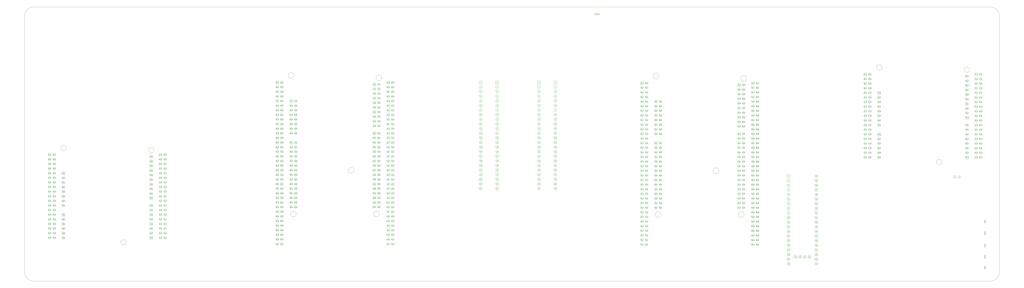
<source format=gbr>
%TF.GenerationSoftware,KiCad,Pcbnew,9.0.0+dfsg-1*%
%TF.CreationDate,2025-06-19T19:52:38-07:00*%
%TF.ProjectId,signalmesh,7369676e-616c-46d6-9573-682e6b696361,rev?*%
%TF.SameCoordinates,Original*%
%TF.FileFunction,AssemblyDrawing,Bot*%
%FSLAX46Y46*%
G04 Gerber Fmt 4.6, Leading zero omitted, Abs format (unit mm)*
G04 Created by KiCad (PCBNEW 9.0.0+dfsg-1) date 2025-06-19 19:52:38*
%MOMM*%
%LPD*%
G01*
G04 APERTURE LIST*
%ADD10C,0.044444*%
%ADD11C,0.100000*%
%ADD12C,0.023611*%
%ADD13C,0.047222*%
%ADD14C,0.025133*%
%ADD15C,0.020944*%
%ADD16C,0.017952*%
%ADD17C,0.026750*%
%ADD18C,0.022292*%
%ADD19C,0.025500*%
%ADD20C,0.021250*%
%ADD21C,0.018214*%
%TA.AperFunction,Profile*%
%ADD22C,0.050000*%
%TD*%
G04 APERTURE END LIST*
D10*
X540347619Y-143261879D02*
X540373016Y-143236482D01*
X540373016Y-143236482D02*
X540423809Y-143211085D01*
X540423809Y-143211085D02*
X540550793Y-143211085D01*
X540550793Y-143211085D02*
X540601587Y-143236482D01*
X540601587Y-143236482D02*
X540626984Y-143261879D01*
X540626984Y-143261879D02*
X540652380Y-143312673D01*
X540652380Y-143312673D02*
X540652380Y-143363466D01*
X540652380Y-143363466D02*
X540626984Y-143439657D01*
X540626984Y-143439657D02*
X540322222Y-143744418D01*
X540322222Y-143744418D02*
X540652380Y-143744418D01*
D11*
%TO.C,TH1*%
X541300000Y-143500000D02*
G75*
G02*
X539700000Y-143500000I-800000J0D01*
G01*
X539700000Y-143500000D02*
G75*
G02*
X541300000Y-143500000I800000J0D01*
G01*
D10*
X543192380Y-143744418D02*
X542887619Y-143744418D01*
X543040000Y-143744418D02*
X543040000Y-143211085D01*
X543040000Y-143211085D02*
X542989206Y-143287276D01*
X542989206Y-143287276D02*
X542938412Y-143338069D01*
X542938412Y-143338069D02*
X542887619Y-143363466D01*
D11*
X543840000Y-143500000D02*
G75*
G02*
X542240000Y-143500000I-800000J0D01*
G01*
X542240000Y-143500000D02*
G75*
G02*
X543840000Y-143500000I800000J0D01*
G01*
%TD*%
D12*
X557044048Y-168373499D02*
X557057540Y-168360007D01*
X557057540Y-168360007D02*
X557084524Y-168346515D01*
X557084524Y-168346515D02*
X557151984Y-168346515D01*
X557151984Y-168346515D02*
X557178968Y-168360007D01*
X557178968Y-168360007D02*
X557192460Y-168373499D01*
X557192460Y-168373499D02*
X557205952Y-168400483D01*
X557205952Y-168400483D02*
X557205952Y-168427467D01*
X557205952Y-168427467D02*
X557192460Y-168467943D01*
X557192460Y-168467943D02*
X557030556Y-168629848D01*
X557030556Y-168629848D02*
X557205952Y-168629848D01*
D11*
%TO.C,J5*%
X557550000Y-168500000D02*
G75*
G02*
X556700000Y-168500000I-425000J0D01*
G01*
X556700000Y-168500000D02*
G75*
G02*
X557550000Y-168500000I425000J0D01*
G01*
D12*
X557205952Y-167629848D02*
X557044048Y-167629848D01*
X557125000Y-167629848D02*
X557125000Y-167346515D01*
X557125000Y-167346515D02*
X557098016Y-167386991D01*
X557098016Y-167386991D02*
X557071032Y-167413975D01*
X557071032Y-167413975D02*
X557044048Y-167427467D01*
D11*
X556700000Y-167075000D02*
X556700000Y-167925000D01*
X557550000Y-167925000D01*
X557550000Y-167075000D01*
X556700000Y-167075000D01*
%TD*%
D12*
X557044048Y-193873499D02*
X557057540Y-193860007D01*
X557057540Y-193860007D02*
X557084524Y-193846515D01*
X557084524Y-193846515D02*
X557151984Y-193846515D01*
X557151984Y-193846515D02*
X557178968Y-193860007D01*
X557178968Y-193860007D02*
X557192460Y-193873499D01*
X557192460Y-193873499D02*
X557205952Y-193900483D01*
X557205952Y-193900483D02*
X557205952Y-193927467D01*
X557205952Y-193927467D02*
X557192460Y-193967943D01*
X557192460Y-193967943D02*
X557030556Y-194129848D01*
X557030556Y-194129848D02*
X557205952Y-194129848D01*
D11*
%TO.C,J11*%
X557550000Y-194000000D02*
G75*
G02*
X556700000Y-194000000I-425000J0D01*
G01*
X556700000Y-194000000D02*
G75*
G02*
X557550000Y-194000000I425000J0D01*
G01*
D12*
X557205952Y-193129848D02*
X557044048Y-193129848D01*
X557125000Y-193129848D02*
X557125000Y-192846515D01*
X557125000Y-192846515D02*
X557098016Y-192886991D01*
X557098016Y-192886991D02*
X557071032Y-192913975D01*
X557071032Y-192913975D02*
X557044048Y-192927467D01*
D11*
X556700000Y-192575000D02*
X556700000Y-193425000D01*
X557550000Y-193425000D01*
X557550000Y-192575000D01*
X556700000Y-192575000D01*
%TD*%
D12*
X557044048Y-174873499D02*
X557057540Y-174860007D01*
X557057540Y-174860007D02*
X557084524Y-174846515D01*
X557084524Y-174846515D02*
X557151984Y-174846515D01*
X557151984Y-174846515D02*
X557178968Y-174860007D01*
X557178968Y-174860007D02*
X557192460Y-174873499D01*
X557192460Y-174873499D02*
X557205952Y-174900483D01*
X557205952Y-174900483D02*
X557205952Y-174927467D01*
X557205952Y-174927467D02*
X557192460Y-174967943D01*
X557192460Y-174967943D02*
X557030556Y-175129848D01*
X557030556Y-175129848D02*
X557205952Y-175129848D01*
D11*
%TO.C,J6*%
X557550000Y-175000000D02*
G75*
G02*
X556700000Y-175000000I-425000J0D01*
G01*
X556700000Y-175000000D02*
G75*
G02*
X557550000Y-175000000I425000J0D01*
G01*
D12*
X557205952Y-174129848D02*
X557044048Y-174129848D01*
X557125000Y-174129848D02*
X557125000Y-173846515D01*
X557125000Y-173846515D02*
X557098016Y-173886991D01*
X557098016Y-173886991D02*
X557071032Y-173913975D01*
X557071032Y-173913975D02*
X557044048Y-173927467D01*
D11*
X556700000Y-173575000D02*
X556700000Y-174425000D01*
X557550000Y-174425000D01*
X557550000Y-173575000D01*
X556700000Y-173575000D01*
%TD*%
D12*
X557044048Y-187873499D02*
X557057540Y-187860007D01*
X557057540Y-187860007D02*
X557084524Y-187846515D01*
X557084524Y-187846515D02*
X557151984Y-187846515D01*
X557151984Y-187846515D02*
X557178968Y-187860007D01*
X557178968Y-187860007D02*
X557192460Y-187873499D01*
X557192460Y-187873499D02*
X557205952Y-187900483D01*
X557205952Y-187900483D02*
X557205952Y-187927467D01*
X557205952Y-187927467D02*
X557192460Y-187967943D01*
X557192460Y-187967943D02*
X557030556Y-188129848D01*
X557030556Y-188129848D02*
X557205952Y-188129848D01*
D11*
%TO.C,J10*%
X557550000Y-188000000D02*
G75*
G02*
X556700000Y-188000000I-425000J0D01*
G01*
X556700000Y-188000000D02*
G75*
G02*
X557550000Y-188000000I425000J0D01*
G01*
D12*
X557205952Y-187129848D02*
X557044048Y-187129848D01*
X557125000Y-187129848D02*
X557125000Y-186846515D01*
X557125000Y-186846515D02*
X557098016Y-186886991D01*
X557098016Y-186886991D02*
X557071032Y-186913975D01*
X557071032Y-186913975D02*
X557044048Y-186927467D01*
D11*
X556700000Y-186575000D02*
X556700000Y-187425000D01*
X557550000Y-187425000D01*
X557550000Y-186575000D01*
X556700000Y-186575000D01*
%TD*%
D12*
X557044048Y-181718499D02*
X557057540Y-181705007D01*
X557057540Y-181705007D02*
X557084524Y-181691515D01*
X557084524Y-181691515D02*
X557151984Y-181691515D01*
X557151984Y-181691515D02*
X557178968Y-181705007D01*
X557178968Y-181705007D02*
X557192460Y-181718499D01*
X557192460Y-181718499D02*
X557205952Y-181745483D01*
X557205952Y-181745483D02*
X557205952Y-181772467D01*
X557205952Y-181772467D02*
X557192460Y-181812943D01*
X557192460Y-181812943D02*
X557030556Y-181974848D01*
X557030556Y-181974848D02*
X557205952Y-181974848D01*
D11*
%TO.C,J7*%
X557550000Y-181845000D02*
G75*
G02*
X556700000Y-181845000I-425000J0D01*
G01*
X556700000Y-181845000D02*
G75*
G02*
X557550000Y-181845000I425000J0D01*
G01*
D12*
X557205952Y-180974848D02*
X557044048Y-180974848D01*
X557125000Y-180974848D02*
X557125000Y-180691515D01*
X557125000Y-180691515D02*
X557098016Y-180731991D01*
X557098016Y-180731991D02*
X557071032Y-180758975D01*
X557071032Y-180758975D02*
X557044048Y-180772467D01*
D11*
X556700000Y-180420000D02*
X556700000Y-181270000D01*
X557550000Y-181270000D01*
X557550000Y-180420000D01*
X556700000Y-180420000D01*
%TD*%
D12*
X344905556Y-53721515D02*
X345080952Y-53721515D01*
X345080952Y-53721515D02*
X344986508Y-53829451D01*
X344986508Y-53829451D02*
X345026984Y-53829451D01*
X345026984Y-53829451D02*
X345053968Y-53842943D01*
X345053968Y-53842943D02*
X345067460Y-53856435D01*
X345067460Y-53856435D02*
X345080952Y-53883419D01*
X345080952Y-53883419D02*
X345080952Y-53950879D01*
X345080952Y-53950879D02*
X345067460Y-53977863D01*
X345067460Y-53977863D02*
X345053968Y-53991356D01*
X345053968Y-53991356D02*
X345026984Y-54004848D01*
X345026984Y-54004848D02*
X344946032Y-54004848D01*
X344946032Y-54004848D02*
X344919048Y-53991356D01*
X344919048Y-53991356D02*
X344905556Y-53977863D01*
D11*
%TO.C,J4*%
X345425000Y-53875000D02*
G75*
G02*
X344575000Y-53875000I-425000J0D01*
G01*
X344575000Y-53875000D02*
G75*
G02*
X345425000Y-53875000I425000J0D01*
G01*
D12*
X343919048Y-53748499D02*
X343932540Y-53735007D01*
X343932540Y-53735007D02*
X343959524Y-53721515D01*
X343959524Y-53721515D02*
X344026984Y-53721515D01*
X344026984Y-53721515D02*
X344053968Y-53735007D01*
X344053968Y-53735007D02*
X344067460Y-53748499D01*
X344067460Y-53748499D02*
X344080952Y-53775483D01*
X344080952Y-53775483D02*
X344080952Y-53802467D01*
X344080952Y-53802467D02*
X344067460Y-53842943D01*
X344067460Y-53842943D02*
X343905556Y-54004848D01*
X343905556Y-54004848D02*
X344080952Y-54004848D01*
D11*
X344425000Y-53875000D02*
G75*
G02*
X343575000Y-53875000I-425000J0D01*
G01*
X343575000Y-53875000D02*
G75*
G02*
X344425000Y-53875000I425000J0D01*
G01*
D12*
X343080952Y-54004848D02*
X342919048Y-54004848D01*
X343000000Y-54004848D02*
X343000000Y-53721515D01*
X343000000Y-53721515D02*
X342973016Y-53761991D01*
X342973016Y-53761991D02*
X342946032Y-53788975D01*
X342946032Y-53788975D02*
X342919048Y-53802467D01*
D11*
X342575000Y-53450000D02*
X342575000Y-54300000D01*
X343425000Y-54300000D01*
X343425000Y-53450000D01*
X342575000Y-53450000D01*
%TD*%
D13*
X452838095Y-187381917D02*
X452838095Y-187759695D01*
X452703174Y-187166045D02*
X452568254Y-187570806D01*
X452568254Y-187570806D02*
X452919047Y-187570806D01*
X453377777Y-187381917D02*
X453377777Y-187759695D01*
X453242856Y-187166045D02*
X453107936Y-187570806D01*
X453107936Y-187570806D02*
X453458729Y-187570806D01*
D11*
%TO.C,U4*%
X453850000Y-187500000D02*
G75*
G02*
X452150000Y-187500000I-850000J0D01*
G01*
X452150000Y-187500000D02*
G75*
G02*
X453850000Y-187500000I850000J0D01*
G01*
D13*
X455378095Y-187381917D02*
X455378095Y-187759695D01*
X455243174Y-187166045D02*
X455108254Y-187570806D01*
X455108254Y-187570806D02*
X455459047Y-187570806D01*
X455620952Y-187193029D02*
X455971745Y-187193029D01*
X455971745Y-187193029D02*
X455782856Y-187408901D01*
X455782856Y-187408901D02*
X455863809Y-187408901D01*
X455863809Y-187408901D02*
X455917777Y-187435885D01*
X455917777Y-187435885D02*
X455944761Y-187462870D01*
X455944761Y-187462870D02*
X455971745Y-187516838D01*
X455971745Y-187516838D02*
X455971745Y-187651758D01*
X455971745Y-187651758D02*
X455944761Y-187705726D01*
X455944761Y-187705726D02*
X455917777Y-187732711D01*
X455917777Y-187732711D02*
X455863809Y-187759695D01*
X455863809Y-187759695D02*
X455701904Y-187759695D01*
X455701904Y-187759695D02*
X455647936Y-187732711D01*
X455647936Y-187732711D02*
X455620952Y-187705726D01*
D11*
X456390000Y-187500000D02*
G75*
G02*
X454690000Y-187500000I-850000J0D01*
G01*
X454690000Y-187500000D02*
G75*
G02*
X456390000Y-187500000I850000J0D01*
G01*
D13*
X457918095Y-187381917D02*
X457918095Y-187759695D01*
X457783174Y-187166045D02*
X457648254Y-187570806D01*
X457648254Y-187570806D02*
X457999047Y-187570806D01*
X458187936Y-187246997D02*
X458214920Y-187220013D01*
X458214920Y-187220013D02*
X458268888Y-187193029D01*
X458268888Y-187193029D02*
X458403809Y-187193029D01*
X458403809Y-187193029D02*
X458457777Y-187220013D01*
X458457777Y-187220013D02*
X458484761Y-187246997D01*
X458484761Y-187246997D02*
X458511745Y-187300965D01*
X458511745Y-187300965D02*
X458511745Y-187354933D01*
X458511745Y-187354933D02*
X458484761Y-187435885D01*
X458484761Y-187435885D02*
X458160952Y-187759695D01*
X458160952Y-187759695D02*
X458511745Y-187759695D01*
D11*
X458930000Y-187500000D02*
G75*
G02*
X457230000Y-187500000I-850000J0D01*
G01*
X457230000Y-187500000D02*
G75*
G02*
X458930000Y-187500000I850000J0D01*
G01*
D13*
X460458095Y-187381917D02*
X460458095Y-187759695D01*
X460323174Y-187166045D02*
X460188254Y-187570806D01*
X460188254Y-187570806D02*
X460539047Y-187570806D01*
X461051745Y-187759695D02*
X460727936Y-187759695D01*
X460889840Y-187759695D02*
X460889840Y-187193029D01*
X460889840Y-187193029D02*
X460835872Y-187273981D01*
X460835872Y-187273981D02*
X460781904Y-187327949D01*
X460781904Y-187327949D02*
X460727936Y-187354933D01*
D11*
X461470000Y-187500000D02*
G75*
G02*
X459770000Y-187500000I-850000J0D01*
G01*
X459770000Y-187500000D02*
G75*
G02*
X461470000Y-187500000I850000J0D01*
G01*
D13*
X464266095Y-142932917D02*
X464266095Y-143310695D01*
X464131174Y-142717045D02*
X463996254Y-143121806D01*
X463996254Y-143121806D02*
X464347047Y-143121806D01*
X464670856Y-142744029D02*
X464724825Y-142744029D01*
X464724825Y-142744029D02*
X464778793Y-142771013D01*
X464778793Y-142771013D02*
X464805777Y-142797997D01*
X464805777Y-142797997D02*
X464832761Y-142851965D01*
X464832761Y-142851965D02*
X464859745Y-142959901D01*
X464859745Y-142959901D02*
X464859745Y-143094822D01*
X464859745Y-143094822D02*
X464832761Y-143202758D01*
X464832761Y-143202758D02*
X464805777Y-143256726D01*
X464805777Y-143256726D02*
X464778793Y-143283711D01*
X464778793Y-143283711D02*
X464724825Y-143310695D01*
X464724825Y-143310695D02*
X464670856Y-143310695D01*
X464670856Y-143310695D02*
X464616888Y-143283711D01*
X464616888Y-143283711D02*
X464589904Y-143256726D01*
X464589904Y-143256726D02*
X464562920Y-143202758D01*
X464562920Y-143202758D02*
X464535936Y-143094822D01*
X464535936Y-143094822D02*
X464535936Y-142959901D01*
X464535936Y-142959901D02*
X464562920Y-142851965D01*
X464562920Y-142851965D02*
X464589904Y-142797997D01*
X464589904Y-142797997D02*
X464616888Y-142771013D01*
X464616888Y-142771013D02*
X464670856Y-142744029D01*
D11*
X465278000Y-143051000D02*
G75*
G02*
X463578000Y-143051000I-850000J0D01*
G01*
X463578000Y-143051000D02*
G75*
G02*
X465278000Y-143051000I850000J0D01*
G01*
D13*
X463969270Y-145284029D02*
X464320063Y-145284029D01*
X464320063Y-145284029D02*
X464131174Y-145499901D01*
X464131174Y-145499901D02*
X464212127Y-145499901D01*
X464212127Y-145499901D02*
X464266095Y-145526885D01*
X464266095Y-145526885D02*
X464293079Y-145553870D01*
X464293079Y-145553870D02*
X464320063Y-145607838D01*
X464320063Y-145607838D02*
X464320063Y-145742758D01*
X464320063Y-145742758D02*
X464293079Y-145796726D01*
X464293079Y-145796726D02*
X464266095Y-145823711D01*
X464266095Y-145823711D02*
X464212127Y-145850695D01*
X464212127Y-145850695D02*
X464050222Y-145850695D01*
X464050222Y-145850695D02*
X463996254Y-145823711D01*
X463996254Y-145823711D02*
X463969270Y-145796726D01*
X464589904Y-145850695D02*
X464697840Y-145850695D01*
X464697840Y-145850695D02*
X464751809Y-145823711D01*
X464751809Y-145823711D02*
X464778793Y-145796726D01*
X464778793Y-145796726D02*
X464832761Y-145715774D01*
X464832761Y-145715774D02*
X464859745Y-145607838D01*
X464859745Y-145607838D02*
X464859745Y-145391965D01*
X464859745Y-145391965D02*
X464832761Y-145337997D01*
X464832761Y-145337997D02*
X464805777Y-145311013D01*
X464805777Y-145311013D02*
X464751809Y-145284029D01*
X464751809Y-145284029D02*
X464643872Y-145284029D01*
X464643872Y-145284029D02*
X464589904Y-145311013D01*
X464589904Y-145311013D02*
X464562920Y-145337997D01*
X464562920Y-145337997D02*
X464535936Y-145391965D01*
X464535936Y-145391965D02*
X464535936Y-145526885D01*
X464535936Y-145526885D02*
X464562920Y-145580854D01*
X464562920Y-145580854D02*
X464589904Y-145607838D01*
X464589904Y-145607838D02*
X464643872Y-145634822D01*
X464643872Y-145634822D02*
X464751809Y-145634822D01*
X464751809Y-145634822D02*
X464805777Y-145607838D01*
X464805777Y-145607838D02*
X464832761Y-145580854D01*
X464832761Y-145580854D02*
X464859745Y-145526885D01*
D11*
X465278000Y-145591000D02*
G75*
G02*
X463578000Y-145591000I-850000J0D01*
G01*
X463578000Y-145591000D02*
G75*
G02*
X465278000Y-145591000I850000J0D01*
G01*
D13*
X463969270Y-147824029D02*
X464320063Y-147824029D01*
X464320063Y-147824029D02*
X464131174Y-148039901D01*
X464131174Y-148039901D02*
X464212127Y-148039901D01*
X464212127Y-148039901D02*
X464266095Y-148066885D01*
X464266095Y-148066885D02*
X464293079Y-148093870D01*
X464293079Y-148093870D02*
X464320063Y-148147838D01*
X464320063Y-148147838D02*
X464320063Y-148282758D01*
X464320063Y-148282758D02*
X464293079Y-148336726D01*
X464293079Y-148336726D02*
X464266095Y-148363711D01*
X464266095Y-148363711D02*
X464212127Y-148390695D01*
X464212127Y-148390695D02*
X464050222Y-148390695D01*
X464050222Y-148390695D02*
X463996254Y-148363711D01*
X463996254Y-148363711D02*
X463969270Y-148336726D01*
X464643872Y-148066885D02*
X464589904Y-148039901D01*
X464589904Y-148039901D02*
X464562920Y-148012917D01*
X464562920Y-148012917D02*
X464535936Y-147958949D01*
X464535936Y-147958949D02*
X464535936Y-147931965D01*
X464535936Y-147931965D02*
X464562920Y-147877997D01*
X464562920Y-147877997D02*
X464589904Y-147851013D01*
X464589904Y-147851013D02*
X464643872Y-147824029D01*
X464643872Y-147824029D02*
X464751809Y-147824029D01*
X464751809Y-147824029D02*
X464805777Y-147851013D01*
X464805777Y-147851013D02*
X464832761Y-147877997D01*
X464832761Y-147877997D02*
X464859745Y-147931965D01*
X464859745Y-147931965D02*
X464859745Y-147958949D01*
X464859745Y-147958949D02*
X464832761Y-148012917D01*
X464832761Y-148012917D02*
X464805777Y-148039901D01*
X464805777Y-148039901D02*
X464751809Y-148066885D01*
X464751809Y-148066885D02*
X464643872Y-148066885D01*
X464643872Y-148066885D02*
X464589904Y-148093870D01*
X464589904Y-148093870D02*
X464562920Y-148120854D01*
X464562920Y-148120854D02*
X464535936Y-148174822D01*
X464535936Y-148174822D02*
X464535936Y-148282758D01*
X464535936Y-148282758D02*
X464562920Y-148336726D01*
X464562920Y-148336726D02*
X464589904Y-148363711D01*
X464589904Y-148363711D02*
X464643872Y-148390695D01*
X464643872Y-148390695D02*
X464751809Y-148390695D01*
X464751809Y-148390695D02*
X464805777Y-148363711D01*
X464805777Y-148363711D02*
X464832761Y-148336726D01*
X464832761Y-148336726D02*
X464859745Y-148282758D01*
X464859745Y-148282758D02*
X464859745Y-148174822D01*
X464859745Y-148174822D02*
X464832761Y-148120854D01*
X464832761Y-148120854D02*
X464805777Y-148093870D01*
X464805777Y-148093870D02*
X464751809Y-148066885D01*
D11*
X465278000Y-148131000D02*
G75*
G02*
X463578000Y-148131000I-850000J0D01*
G01*
X463578000Y-148131000D02*
G75*
G02*
X465278000Y-148131000I850000J0D01*
G01*
D13*
X463969270Y-150364029D02*
X464320063Y-150364029D01*
X464320063Y-150364029D02*
X464131174Y-150579901D01*
X464131174Y-150579901D02*
X464212127Y-150579901D01*
X464212127Y-150579901D02*
X464266095Y-150606885D01*
X464266095Y-150606885D02*
X464293079Y-150633870D01*
X464293079Y-150633870D02*
X464320063Y-150687838D01*
X464320063Y-150687838D02*
X464320063Y-150822758D01*
X464320063Y-150822758D02*
X464293079Y-150876726D01*
X464293079Y-150876726D02*
X464266095Y-150903711D01*
X464266095Y-150903711D02*
X464212127Y-150930695D01*
X464212127Y-150930695D02*
X464050222Y-150930695D01*
X464050222Y-150930695D02*
X463996254Y-150903711D01*
X463996254Y-150903711D02*
X463969270Y-150876726D01*
X464508952Y-150364029D02*
X464886729Y-150364029D01*
X464886729Y-150364029D02*
X464643872Y-150930695D01*
D11*
X465278000Y-150671000D02*
G75*
G02*
X463578000Y-150671000I-850000J0D01*
G01*
X463578000Y-150671000D02*
G75*
G02*
X465278000Y-150671000I850000J0D01*
G01*
D13*
X463969270Y-152904029D02*
X464320063Y-152904029D01*
X464320063Y-152904029D02*
X464131174Y-153119901D01*
X464131174Y-153119901D02*
X464212127Y-153119901D01*
X464212127Y-153119901D02*
X464266095Y-153146885D01*
X464266095Y-153146885D02*
X464293079Y-153173870D01*
X464293079Y-153173870D02*
X464320063Y-153227838D01*
X464320063Y-153227838D02*
X464320063Y-153362758D01*
X464320063Y-153362758D02*
X464293079Y-153416726D01*
X464293079Y-153416726D02*
X464266095Y-153443711D01*
X464266095Y-153443711D02*
X464212127Y-153470695D01*
X464212127Y-153470695D02*
X464050222Y-153470695D01*
X464050222Y-153470695D02*
X463996254Y-153443711D01*
X463996254Y-153443711D02*
X463969270Y-153416726D01*
X464805777Y-152904029D02*
X464697840Y-152904029D01*
X464697840Y-152904029D02*
X464643872Y-152931013D01*
X464643872Y-152931013D02*
X464616888Y-152957997D01*
X464616888Y-152957997D02*
X464562920Y-153038949D01*
X464562920Y-153038949D02*
X464535936Y-153146885D01*
X464535936Y-153146885D02*
X464535936Y-153362758D01*
X464535936Y-153362758D02*
X464562920Y-153416726D01*
X464562920Y-153416726D02*
X464589904Y-153443711D01*
X464589904Y-153443711D02*
X464643872Y-153470695D01*
X464643872Y-153470695D02*
X464751809Y-153470695D01*
X464751809Y-153470695D02*
X464805777Y-153443711D01*
X464805777Y-153443711D02*
X464832761Y-153416726D01*
X464832761Y-153416726D02*
X464859745Y-153362758D01*
X464859745Y-153362758D02*
X464859745Y-153227838D01*
X464859745Y-153227838D02*
X464832761Y-153173870D01*
X464832761Y-153173870D02*
X464805777Y-153146885D01*
X464805777Y-153146885D02*
X464751809Y-153119901D01*
X464751809Y-153119901D02*
X464643872Y-153119901D01*
X464643872Y-153119901D02*
X464589904Y-153146885D01*
X464589904Y-153146885D02*
X464562920Y-153173870D01*
X464562920Y-153173870D02*
X464535936Y-153227838D01*
D11*
X465278000Y-153211000D02*
G75*
G02*
X463578000Y-153211000I-850000J0D01*
G01*
X463578000Y-153211000D02*
G75*
G02*
X465278000Y-153211000I850000J0D01*
G01*
D13*
X463969270Y-155444029D02*
X464320063Y-155444029D01*
X464320063Y-155444029D02*
X464131174Y-155659901D01*
X464131174Y-155659901D02*
X464212127Y-155659901D01*
X464212127Y-155659901D02*
X464266095Y-155686885D01*
X464266095Y-155686885D02*
X464293079Y-155713870D01*
X464293079Y-155713870D02*
X464320063Y-155767838D01*
X464320063Y-155767838D02*
X464320063Y-155902758D01*
X464320063Y-155902758D02*
X464293079Y-155956726D01*
X464293079Y-155956726D02*
X464266095Y-155983711D01*
X464266095Y-155983711D02*
X464212127Y-156010695D01*
X464212127Y-156010695D02*
X464050222Y-156010695D01*
X464050222Y-156010695D02*
X463996254Y-155983711D01*
X463996254Y-155983711D02*
X463969270Y-155956726D01*
X464832761Y-155444029D02*
X464562920Y-155444029D01*
X464562920Y-155444029D02*
X464535936Y-155713870D01*
X464535936Y-155713870D02*
X464562920Y-155686885D01*
X464562920Y-155686885D02*
X464616888Y-155659901D01*
X464616888Y-155659901D02*
X464751809Y-155659901D01*
X464751809Y-155659901D02*
X464805777Y-155686885D01*
X464805777Y-155686885D02*
X464832761Y-155713870D01*
X464832761Y-155713870D02*
X464859745Y-155767838D01*
X464859745Y-155767838D02*
X464859745Y-155902758D01*
X464859745Y-155902758D02*
X464832761Y-155956726D01*
X464832761Y-155956726D02*
X464805777Y-155983711D01*
X464805777Y-155983711D02*
X464751809Y-156010695D01*
X464751809Y-156010695D02*
X464616888Y-156010695D01*
X464616888Y-156010695D02*
X464562920Y-155983711D01*
X464562920Y-155983711D02*
X464535936Y-155956726D01*
D11*
X465278000Y-155751000D02*
G75*
G02*
X463578000Y-155751000I-850000J0D01*
G01*
X463578000Y-155751000D02*
G75*
G02*
X465278000Y-155751000I850000J0D01*
G01*
D13*
X463969270Y-157984029D02*
X464320063Y-157984029D01*
X464320063Y-157984029D02*
X464131174Y-158199901D01*
X464131174Y-158199901D02*
X464212127Y-158199901D01*
X464212127Y-158199901D02*
X464266095Y-158226885D01*
X464266095Y-158226885D02*
X464293079Y-158253870D01*
X464293079Y-158253870D02*
X464320063Y-158307838D01*
X464320063Y-158307838D02*
X464320063Y-158442758D01*
X464320063Y-158442758D02*
X464293079Y-158496726D01*
X464293079Y-158496726D02*
X464266095Y-158523711D01*
X464266095Y-158523711D02*
X464212127Y-158550695D01*
X464212127Y-158550695D02*
X464050222Y-158550695D01*
X464050222Y-158550695D02*
X463996254Y-158523711D01*
X463996254Y-158523711D02*
X463969270Y-158496726D01*
X464805777Y-158172917D02*
X464805777Y-158550695D01*
X464670856Y-157957045D02*
X464535936Y-158361806D01*
X464535936Y-158361806D02*
X464886729Y-158361806D01*
D11*
X465278000Y-158291000D02*
G75*
G02*
X463578000Y-158291000I-850000J0D01*
G01*
X463578000Y-158291000D02*
G75*
G02*
X465278000Y-158291000I850000J0D01*
G01*
D13*
X463969270Y-160524029D02*
X464320063Y-160524029D01*
X464320063Y-160524029D02*
X464131174Y-160739901D01*
X464131174Y-160739901D02*
X464212127Y-160739901D01*
X464212127Y-160739901D02*
X464266095Y-160766885D01*
X464266095Y-160766885D02*
X464293079Y-160793870D01*
X464293079Y-160793870D02*
X464320063Y-160847838D01*
X464320063Y-160847838D02*
X464320063Y-160982758D01*
X464320063Y-160982758D02*
X464293079Y-161036726D01*
X464293079Y-161036726D02*
X464266095Y-161063711D01*
X464266095Y-161063711D02*
X464212127Y-161090695D01*
X464212127Y-161090695D02*
X464050222Y-161090695D01*
X464050222Y-161090695D02*
X463996254Y-161063711D01*
X463996254Y-161063711D02*
X463969270Y-161036726D01*
X464508952Y-160524029D02*
X464859745Y-160524029D01*
X464859745Y-160524029D02*
X464670856Y-160739901D01*
X464670856Y-160739901D02*
X464751809Y-160739901D01*
X464751809Y-160739901D02*
X464805777Y-160766885D01*
X464805777Y-160766885D02*
X464832761Y-160793870D01*
X464832761Y-160793870D02*
X464859745Y-160847838D01*
X464859745Y-160847838D02*
X464859745Y-160982758D01*
X464859745Y-160982758D02*
X464832761Y-161036726D01*
X464832761Y-161036726D02*
X464805777Y-161063711D01*
X464805777Y-161063711D02*
X464751809Y-161090695D01*
X464751809Y-161090695D02*
X464589904Y-161090695D01*
X464589904Y-161090695D02*
X464535936Y-161063711D01*
X464535936Y-161063711D02*
X464508952Y-161036726D01*
D11*
X465278000Y-160831000D02*
G75*
G02*
X463578000Y-160831000I-850000J0D01*
G01*
X463578000Y-160831000D02*
G75*
G02*
X465278000Y-160831000I850000J0D01*
G01*
D13*
X463969270Y-163064029D02*
X464320063Y-163064029D01*
X464320063Y-163064029D02*
X464131174Y-163279901D01*
X464131174Y-163279901D02*
X464212127Y-163279901D01*
X464212127Y-163279901D02*
X464266095Y-163306885D01*
X464266095Y-163306885D02*
X464293079Y-163333870D01*
X464293079Y-163333870D02*
X464320063Y-163387838D01*
X464320063Y-163387838D02*
X464320063Y-163522758D01*
X464320063Y-163522758D02*
X464293079Y-163576726D01*
X464293079Y-163576726D02*
X464266095Y-163603711D01*
X464266095Y-163603711D02*
X464212127Y-163630695D01*
X464212127Y-163630695D02*
X464050222Y-163630695D01*
X464050222Y-163630695D02*
X463996254Y-163603711D01*
X463996254Y-163603711D02*
X463969270Y-163576726D01*
X464535936Y-163117997D02*
X464562920Y-163091013D01*
X464562920Y-163091013D02*
X464616888Y-163064029D01*
X464616888Y-163064029D02*
X464751809Y-163064029D01*
X464751809Y-163064029D02*
X464805777Y-163091013D01*
X464805777Y-163091013D02*
X464832761Y-163117997D01*
X464832761Y-163117997D02*
X464859745Y-163171965D01*
X464859745Y-163171965D02*
X464859745Y-163225933D01*
X464859745Y-163225933D02*
X464832761Y-163306885D01*
X464832761Y-163306885D02*
X464508952Y-163630695D01*
X464508952Y-163630695D02*
X464859745Y-163630695D01*
D11*
X465278000Y-163371000D02*
G75*
G02*
X463578000Y-163371000I-850000J0D01*
G01*
X463578000Y-163371000D02*
G75*
G02*
X465278000Y-163371000I850000J0D01*
G01*
D13*
X463969270Y-165604029D02*
X464320063Y-165604029D01*
X464320063Y-165604029D02*
X464131174Y-165819901D01*
X464131174Y-165819901D02*
X464212127Y-165819901D01*
X464212127Y-165819901D02*
X464266095Y-165846885D01*
X464266095Y-165846885D02*
X464293079Y-165873870D01*
X464293079Y-165873870D02*
X464320063Y-165927838D01*
X464320063Y-165927838D02*
X464320063Y-166062758D01*
X464320063Y-166062758D02*
X464293079Y-166116726D01*
X464293079Y-166116726D02*
X464266095Y-166143711D01*
X464266095Y-166143711D02*
X464212127Y-166170695D01*
X464212127Y-166170695D02*
X464050222Y-166170695D01*
X464050222Y-166170695D02*
X463996254Y-166143711D01*
X463996254Y-166143711D02*
X463969270Y-166116726D01*
X464859745Y-166170695D02*
X464535936Y-166170695D01*
X464697840Y-166170695D02*
X464697840Y-165604029D01*
X464697840Y-165604029D02*
X464643872Y-165684981D01*
X464643872Y-165684981D02*
X464589904Y-165738949D01*
X464589904Y-165738949D02*
X464535936Y-165765933D01*
D11*
X465278000Y-165911000D02*
G75*
G02*
X463578000Y-165911000I-850000J0D01*
G01*
X463578000Y-165911000D02*
G75*
G02*
X465278000Y-165911000I850000J0D01*
G01*
D13*
X463969270Y-168144029D02*
X464320063Y-168144029D01*
X464320063Y-168144029D02*
X464131174Y-168359901D01*
X464131174Y-168359901D02*
X464212127Y-168359901D01*
X464212127Y-168359901D02*
X464266095Y-168386885D01*
X464266095Y-168386885D02*
X464293079Y-168413870D01*
X464293079Y-168413870D02*
X464320063Y-168467838D01*
X464320063Y-168467838D02*
X464320063Y-168602758D01*
X464320063Y-168602758D02*
X464293079Y-168656726D01*
X464293079Y-168656726D02*
X464266095Y-168683711D01*
X464266095Y-168683711D02*
X464212127Y-168710695D01*
X464212127Y-168710695D02*
X464050222Y-168710695D01*
X464050222Y-168710695D02*
X463996254Y-168683711D01*
X463996254Y-168683711D02*
X463969270Y-168656726D01*
X464670856Y-168144029D02*
X464724825Y-168144029D01*
X464724825Y-168144029D02*
X464778793Y-168171013D01*
X464778793Y-168171013D02*
X464805777Y-168197997D01*
X464805777Y-168197997D02*
X464832761Y-168251965D01*
X464832761Y-168251965D02*
X464859745Y-168359901D01*
X464859745Y-168359901D02*
X464859745Y-168494822D01*
X464859745Y-168494822D02*
X464832761Y-168602758D01*
X464832761Y-168602758D02*
X464805777Y-168656726D01*
X464805777Y-168656726D02*
X464778793Y-168683711D01*
X464778793Y-168683711D02*
X464724825Y-168710695D01*
X464724825Y-168710695D02*
X464670856Y-168710695D01*
X464670856Y-168710695D02*
X464616888Y-168683711D01*
X464616888Y-168683711D02*
X464589904Y-168656726D01*
X464589904Y-168656726D02*
X464562920Y-168602758D01*
X464562920Y-168602758D02*
X464535936Y-168494822D01*
X464535936Y-168494822D02*
X464535936Y-168359901D01*
X464535936Y-168359901D02*
X464562920Y-168251965D01*
X464562920Y-168251965D02*
X464589904Y-168197997D01*
X464589904Y-168197997D02*
X464616888Y-168171013D01*
X464616888Y-168171013D02*
X464670856Y-168144029D01*
D11*
X465278000Y-168451000D02*
G75*
G02*
X463578000Y-168451000I-850000J0D01*
G01*
X463578000Y-168451000D02*
G75*
G02*
X465278000Y-168451000I850000J0D01*
G01*
D13*
X463996254Y-170737997D02*
X464023238Y-170711013D01*
X464023238Y-170711013D02*
X464077206Y-170684029D01*
X464077206Y-170684029D02*
X464212127Y-170684029D01*
X464212127Y-170684029D02*
X464266095Y-170711013D01*
X464266095Y-170711013D02*
X464293079Y-170737997D01*
X464293079Y-170737997D02*
X464320063Y-170791965D01*
X464320063Y-170791965D02*
X464320063Y-170845933D01*
X464320063Y-170845933D02*
X464293079Y-170926885D01*
X464293079Y-170926885D02*
X463969270Y-171250695D01*
X463969270Y-171250695D02*
X464320063Y-171250695D01*
X464589904Y-171250695D02*
X464697840Y-171250695D01*
X464697840Y-171250695D02*
X464751809Y-171223711D01*
X464751809Y-171223711D02*
X464778793Y-171196726D01*
X464778793Y-171196726D02*
X464832761Y-171115774D01*
X464832761Y-171115774D02*
X464859745Y-171007838D01*
X464859745Y-171007838D02*
X464859745Y-170791965D01*
X464859745Y-170791965D02*
X464832761Y-170737997D01*
X464832761Y-170737997D02*
X464805777Y-170711013D01*
X464805777Y-170711013D02*
X464751809Y-170684029D01*
X464751809Y-170684029D02*
X464643872Y-170684029D01*
X464643872Y-170684029D02*
X464589904Y-170711013D01*
X464589904Y-170711013D02*
X464562920Y-170737997D01*
X464562920Y-170737997D02*
X464535936Y-170791965D01*
X464535936Y-170791965D02*
X464535936Y-170926885D01*
X464535936Y-170926885D02*
X464562920Y-170980854D01*
X464562920Y-170980854D02*
X464589904Y-171007838D01*
X464589904Y-171007838D02*
X464643872Y-171034822D01*
X464643872Y-171034822D02*
X464751809Y-171034822D01*
X464751809Y-171034822D02*
X464805777Y-171007838D01*
X464805777Y-171007838D02*
X464832761Y-170980854D01*
X464832761Y-170980854D02*
X464859745Y-170926885D01*
D11*
X465278000Y-170991000D02*
G75*
G02*
X463578000Y-170991000I-850000J0D01*
G01*
X463578000Y-170991000D02*
G75*
G02*
X465278000Y-170991000I850000J0D01*
G01*
D13*
X463996254Y-173277997D02*
X464023238Y-173251013D01*
X464023238Y-173251013D02*
X464077206Y-173224029D01*
X464077206Y-173224029D02*
X464212127Y-173224029D01*
X464212127Y-173224029D02*
X464266095Y-173251013D01*
X464266095Y-173251013D02*
X464293079Y-173277997D01*
X464293079Y-173277997D02*
X464320063Y-173331965D01*
X464320063Y-173331965D02*
X464320063Y-173385933D01*
X464320063Y-173385933D02*
X464293079Y-173466885D01*
X464293079Y-173466885D02*
X463969270Y-173790695D01*
X463969270Y-173790695D02*
X464320063Y-173790695D01*
X464643872Y-173466885D02*
X464589904Y-173439901D01*
X464589904Y-173439901D02*
X464562920Y-173412917D01*
X464562920Y-173412917D02*
X464535936Y-173358949D01*
X464535936Y-173358949D02*
X464535936Y-173331965D01*
X464535936Y-173331965D02*
X464562920Y-173277997D01*
X464562920Y-173277997D02*
X464589904Y-173251013D01*
X464589904Y-173251013D02*
X464643872Y-173224029D01*
X464643872Y-173224029D02*
X464751809Y-173224029D01*
X464751809Y-173224029D02*
X464805777Y-173251013D01*
X464805777Y-173251013D02*
X464832761Y-173277997D01*
X464832761Y-173277997D02*
X464859745Y-173331965D01*
X464859745Y-173331965D02*
X464859745Y-173358949D01*
X464859745Y-173358949D02*
X464832761Y-173412917D01*
X464832761Y-173412917D02*
X464805777Y-173439901D01*
X464805777Y-173439901D02*
X464751809Y-173466885D01*
X464751809Y-173466885D02*
X464643872Y-173466885D01*
X464643872Y-173466885D02*
X464589904Y-173493870D01*
X464589904Y-173493870D02*
X464562920Y-173520854D01*
X464562920Y-173520854D02*
X464535936Y-173574822D01*
X464535936Y-173574822D02*
X464535936Y-173682758D01*
X464535936Y-173682758D02*
X464562920Y-173736726D01*
X464562920Y-173736726D02*
X464589904Y-173763711D01*
X464589904Y-173763711D02*
X464643872Y-173790695D01*
X464643872Y-173790695D02*
X464751809Y-173790695D01*
X464751809Y-173790695D02*
X464805777Y-173763711D01*
X464805777Y-173763711D02*
X464832761Y-173736726D01*
X464832761Y-173736726D02*
X464859745Y-173682758D01*
X464859745Y-173682758D02*
X464859745Y-173574822D01*
X464859745Y-173574822D02*
X464832761Y-173520854D01*
X464832761Y-173520854D02*
X464805777Y-173493870D01*
X464805777Y-173493870D02*
X464751809Y-173466885D01*
D11*
X465278000Y-173531000D02*
G75*
G02*
X463578000Y-173531000I-850000J0D01*
G01*
X463578000Y-173531000D02*
G75*
G02*
X465278000Y-173531000I850000J0D01*
G01*
D13*
X463996254Y-175817997D02*
X464023238Y-175791013D01*
X464023238Y-175791013D02*
X464077206Y-175764029D01*
X464077206Y-175764029D02*
X464212127Y-175764029D01*
X464212127Y-175764029D02*
X464266095Y-175791013D01*
X464266095Y-175791013D02*
X464293079Y-175817997D01*
X464293079Y-175817997D02*
X464320063Y-175871965D01*
X464320063Y-175871965D02*
X464320063Y-175925933D01*
X464320063Y-175925933D02*
X464293079Y-176006885D01*
X464293079Y-176006885D02*
X463969270Y-176330695D01*
X463969270Y-176330695D02*
X464320063Y-176330695D01*
X464508952Y-175764029D02*
X464886729Y-175764029D01*
X464886729Y-175764029D02*
X464643872Y-176330695D01*
D11*
X465278000Y-176071000D02*
G75*
G02*
X463578000Y-176071000I-850000J0D01*
G01*
X463578000Y-176071000D02*
G75*
G02*
X465278000Y-176071000I850000J0D01*
G01*
D13*
X463996254Y-178357997D02*
X464023238Y-178331013D01*
X464023238Y-178331013D02*
X464077206Y-178304029D01*
X464077206Y-178304029D02*
X464212127Y-178304029D01*
X464212127Y-178304029D02*
X464266095Y-178331013D01*
X464266095Y-178331013D02*
X464293079Y-178357997D01*
X464293079Y-178357997D02*
X464320063Y-178411965D01*
X464320063Y-178411965D02*
X464320063Y-178465933D01*
X464320063Y-178465933D02*
X464293079Y-178546885D01*
X464293079Y-178546885D02*
X463969270Y-178870695D01*
X463969270Y-178870695D02*
X464320063Y-178870695D01*
X464805777Y-178304029D02*
X464697840Y-178304029D01*
X464697840Y-178304029D02*
X464643872Y-178331013D01*
X464643872Y-178331013D02*
X464616888Y-178357997D01*
X464616888Y-178357997D02*
X464562920Y-178438949D01*
X464562920Y-178438949D02*
X464535936Y-178546885D01*
X464535936Y-178546885D02*
X464535936Y-178762758D01*
X464535936Y-178762758D02*
X464562920Y-178816726D01*
X464562920Y-178816726D02*
X464589904Y-178843711D01*
X464589904Y-178843711D02*
X464643872Y-178870695D01*
X464643872Y-178870695D02*
X464751809Y-178870695D01*
X464751809Y-178870695D02*
X464805777Y-178843711D01*
X464805777Y-178843711D02*
X464832761Y-178816726D01*
X464832761Y-178816726D02*
X464859745Y-178762758D01*
X464859745Y-178762758D02*
X464859745Y-178627838D01*
X464859745Y-178627838D02*
X464832761Y-178573870D01*
X464832761Y-178573870D02*
X464805777Y-178546885D01*
X464805777Y-178546885D02*
X464751809Y-178519901D01*
X464751809Y-178519901D02*
X464643872Y-178519901D01*
X464643872Y-178519901D02*
X464589904Y-178546885D01*
X464589904Y-178546885D02*
X464562920Y-178573870D01*
X464562920Y-178573870D02*
X464535936Y-178627838D01*
D11*
X465278000Y-178611000D02*
G75*
G02*
X463578000Y-178611000I-850000J0D01*
G01*
X463578000Y-178611000D02*
G75*
G02*
X465278000Y-178611000I850000J0D01*
G01*
D13*
X463996254Y-180897997D02*
X464023238Y-180871013D01*
X464023238Y-180871013D02*
X464077206Y-180844029D01*
X464077206Y-180844029D02*
X464212127Y-180844029D01*
X464212127Y-180844029D02*
X464266095Y-180871013D01*
X464266095Y-180871013D02*
X464293079Y-180897997D01*
X464293079Y-180897997D02*
X464320063Y-180951965D01*
X464320063Y-180951965D02*
X464320063Y-181005933D01*
X464320063Y-181005933D02*
X464293079Y-181086885D01*
X464293079Y-181086885D02*
X463969270Y-181410695D01*
X463969270Y-181410695D02*
X464320063Y-181410695D01*
X464832761Y-180844029D02*
X464562920Y-180844029D01*
X464562920Y-180844029D02*
X464535936Y-181113870D01*
X464535936Y-181113870D02*
X464562920Y-181086885D01*
X464562920Y-181086885D02*
X464616888Y-181059901D01*
X464616888Y-181059901D02*
X464751809Y-181059901D01*
X464751809Y-181059901D02*
X464805777Y-181086885D01*
X464805777Y-181086885D02*
X464832761Y-181113870D01*
X464832761Y-181113870D02*
X464859745Y-181167838D01*
X464859745Y-181167838D02*
X464859745Y-181302758D01*
X464859745Y-181302758D02*
X464832761Y-181356726D01*
X464832761Y-181356726D02*
X464805777Y-181383711D01*
X464805777Y-181383711D02*
X464751809Y-181410695D01*
X464751809Y-181410695D02*
X464616888Y-181410695D01*
X464616888Y-181410695D02*
X464562920Y-181383711D01*
X464562920Y-181383711D02*
X464535936Y-181356726D01*
D11*
X465278000Y-181151000D02*
G75*
G02*
X463578000Y-181151000I-850000J0D01*
G01*
X463578000Y-181151000D02*
G75*
G02*
X465278000Y-181151000I850000J0D01*
G01*
D13*
X463996254Y-183437997D02*
X464023238Y-183411013D01*
X464023238Y-183411013D02*
X464077206Y-183384029D01*
X464077206Y-183384029D02*
X464212127Y-183384029D01*
X464212127Y-183384029D02*
X464266095Y-183411013D01*
X464266095Y-183411013D02*
X464293079Y-183437997D01*
X464293079Y-183437997D02*
X464320063Y-183491965D01*
X464320063Y-183491965D02*
X464320063Y-183545933D01*
X464320063Y-183545933D02*
X464293079Y-183626885D01*
X464293079Y-183626885D02*
X463969270Y-183950695D01*
X463969270Y-183950695D02*
X464320063Y-183950695D01*
X464805777Y-183572917D02*
X464805777Y-183950695D01*
X464670856Y-183357045D02*
X464535936Y-183761806D01*
X464535936Y-183761806D02*
X464886729Y-183761806D01*
D11*
X465278000Y-183691000D02*
G75*
G02*
X463578000Y-183691000I-850000J0D01*
G01*
X463578000Y-183691000D02*
G75*
G02*
X465278000Y-183691000I850000J0D01*
G01*
D13*
X463996254Y-185977997D02*
X464023238Y-185951013D01*
X464023238Y-185951013D02*
X464077206Y-185924029D01*
X464077206Y-185924029D02*
X464212127Y-185924029D01*
X464212127Y-185924029D02*
X464266095Y-185951013D01*
X464266095Y-185951013D02*
X464293079Y-185977997D01*
X464293079Y-185977997D02*
X464320063Y-186031965D01*
X464320063Y-186031965D02*
X464320063Y-186085933D01*
X464320063Y-186085933D02*
X464293079Y-186166885D01*
X464293079Y-186166885D02*
X463969270Y-186490695D01*
X463969270Y-186490695D02*
X464320063Y-186490695D01*
X464508952Y-185924029D02*
X464859745Y-185924029D01*
X464859745Y-185924029D02*
X464670856Y-186139901D01*
X464670856Y-186139901D02*
X464751809Y-186139901D01*
X464751809Y-186139901D02*
X464805777Y-186166885D01*
X464805777Y-186166885D02*
X464832761Y-186193870D01*
X464832761Y-186193870D02*
X464859745Y-186247838D01*
X464859745Y-186247838D02*
X464859745Y-186382758D01*
X464859745Y-186382758D02*
X464832761Y-186436726D01*
X464832761Y-186436726D02*
X464805777Y-186463711D01*
X464805777Y-186463711D02*
X464751809Y-186490695D01*
X464751809Y-186490695D02*
X464589904Y-186490695D01*
X464589904Y-186490695D02*
X464535936Y-186463711D01*
X464535936Y-186463711D02*
X464508952Y-186436726D01*
D11*
X465278000Y-186231000D02*
G75*
G02*
X463578000Y-186231000I-850000J0D01*
G01*
X463578000Y-186231000D02*
G75*
G02*
X465278000Y-186231000I850000J0D01*
G01*
D13*
X463996254Y-188517997D02*
X464023238Y-188491013D01*
X464023238Y-188491013D02*
X464077206Y-188464029D01*
X464077206Y-188464029D02*
X464212127Y-188464029D01*
X464212127Y-188464029D02*
X464266095Y-188491013D01*
X464266095Y-188491013D02*
X464293079Y-188517997D01*
X464293079Y-188517997D02*
X464320063Y-188571965D01*
X464320063Y-188571965D02*
X464320063Y-188625933D01*
X464320063Y-188625933D02*
X464293079Y-188706885D01*
X464293079Y-188706885D02*
X463969270Y-189030695D01*
X463969270Y-189030695D02*
X464320063Y-189030695D01*
X464535936Y-188517997D02*
X464562920Y-188491013D01*
X464562920Y-188491013D02*
X464616888Y-188464029D01*
X464616888Y-188464029D02*
X464751809Y-188464029D01*
X464751809Y-188464029D02*
X464805777Y-188491013D01*
X464805777Y-188491013D02*
X464832761Y-188517997D01*
X464832761Y-188517997D02*
X464859745Y-188571965D01*
X464859745Y-188571965D02*
X464859745Y-188625933D01*
X464859745Y-188625933D02*
X464832761Y-188706885D01*
X464832761Y-188706885D02*
X464508952Y-189030695D01*
X464508952Y-189030695D02*
X464859745Y-189030695D01*
D11*
X465278000Y-188771000D02*
G75*
G02*
X463578000Y-188771000I-850000J0D01*
G01*
X463578000Y-188771000D02*
G75*
G02*
X465278000Y-188771000I850000J0D01*
G01*
D13*
X463996254Y-191057997D02*
X464023238Y-191031013D01*
X464023238Y-191031013D02*
X464077206Y-191004029D01*
X464077206Y-191004029D02*
X464212127Y-191004029D01*
X464212127Y-191004029D02*
X464266095Y-191031013D01*
X464266095Y-191031013D02*
X464293079Y-191057997D01*
X464293079Y-191057997D02*
X464320063Y-191111965D01*
X464320063Y-191111965D02*
X464320063Y-191165933D01*
X464320063Y-191165933D02*
X464293079Y-191246885D01*
X464293079Y-191246885D02*
X463969270Y-191570695D01*
X463969270Y-191570695D02*
X464320063Y-191570695D01*
X464859745Y-191570695D02*
X464535936Y-191570695D01*
X464697840Y-191570695D02*
X464697840Y-191004029D01*
X464697840Y-191004029D02*
X464643872Y-191084981D01*
X464643872Y-191084981D02*
X464589904Y-191138949D01*
X464589904Y-191138949D02*
X464535936Y-191165933D01*
D11*
X465278000Y-191311000D02*
G75*
G02*
X463578000Y-191311000I-850000J0D01*
G01*
X463578000Y-191311000D02*
G75*
G02*
X465278000Y-191311000I850000J0D01*
G01*
D13*
X448756254Y-191057997D02*
X448783238Y-191031013D01*
X448783238Y-191031013D02*
X448837206Y-191004029D01*
X448837206Y-191004029D02*
X448972127Y-191004029D01*
X448972127Y-191004029D02*
X449026095Y-191031013D01*
X449026095Y-191031013D02*
X449053079Y-191057997D01*
X449053079Y-191057997D02*
X449080063Y-191111965D01*
X449080063Y-191111965D02*
X449080063Y-191165933D01*
X449080063Y-191165933D02*
X449053079Y-191246885D01*
X449053079Y-191246885D02*
X448729270Y-191570695D01*
X448729270Y-191570695D02*
X449080063Y-191570695D01*
X449430856Y-191004029D02*
X449484825Y-191004029D01*
X449484825Y-191004029D02*
X449538793Y-191031013D01*
X449538793Y-191031013D02*
X449565777Y-191057997D01*
X449565777Y-191057997D02*
X449592761Y-191111965D01*
X449592761Y-191111965D02*
X449619745Y-191219901D01*
X449619745Y-191219901D02*
X449619745Y-191354822D01*
X449619745Y-191354822D02*
X449592761Y-191462758D01*
X449592761Y-191462758D02*
X449565777Y-191516726D01*
X449565777Y-191516726D02*
X449538793Y-191543711D01*
X449538793Y-191543711D02*
X449484825Y-191570695D01*
X449484825Y-191570695D02*
X449430856Y-191570695D01*
X449430856Y-191570695D02*
X449376888Y-191543711D01*
X449376888Y-191543711D02*
X449349904Y-191516726D01*
X449349904Y-191516726D02*
X449322920Y-191462758D01*
X449322920Y-191462758D02*
X449295936Y-191354822D01*
X449295936Y-191354822D02*
X449295936Y-191219901D01*
X449295936Y-191219901D02*
X449322920Y-191111965D01*
X449322920Y-191111965D02*
X449349904Y-191057997D01*
X449349904Y-191057997D02*
X449376888Y-191031013D01*
X449376888Y-191031013D02*
X449430856Y-191004029D01*
D11*
X450038000Y-191311000D02*
G75*
G02*
X448338000Y-191311000I-850000J0D01*
G01*
X448338000Y-191311000D02*
G75*
G02*
X450038000Y-191311000I850000J0D01*
G01*
D13*
X449080063Y-189030695D02*
X448756254Y-189030695D01*
X448918158Y-189030695D02*
X448918158Y-188464029D01*
X448918158Y-188464029D02*
X448864190Y-188544981D01*
X448864190Y-188544981D02*
X448810222Y-188598949D01*
X448810222Y-188598949D02*
X448756254Y-188625933D01*
X449349904Y-189030695D02*
X449457840Y-189030695D01*
X449457840Y-189030695D02*
X449511809Y-189003711D01*
X449511809Y-189003711D02*
X449538793Y-188976726D01*
X449538793Y-188976726D02*
X449592761Y-188895774D01*
X449592761Y-188895774D02*
X449619745Y-188787838D01*
X449619745Y-188787838D02*
X449619745Y-188571965D01*
X449619745Y-188571965D02*
X449592761Y-188517997D01*
X449592761Y-188517997D02*
X449565777Y-188491013D01*
X449565777Y-188491013D02*
X449511809Y-188464029D01*
X449511809Y-188464029D02*
X449403872Y-188464029D01*
X449403872Y-188464029D02*
X449349904Y-188491013D01*
X449349904Y-188491013D02*
X449322920Y-188517997D01*
X449322920Y-188517997D02*
X449295936Y-188571965D01*
X449295936Y-188571965D02*
X449295936Y-188706885D01*
X449295936Y-188706885D02*
X449322920Y-188760854D01*
X449322920Y-188760854D02*
X449349904Y-188787838D01*
X449349904Y-188787838D02*
X449403872Y-188814822D01*
X449403872Y-188814822D02*
X449511809Y-188814822D01*
X449511809Y-188814822D02*
X449565777Y-188787838D01*
X449565777Y-188787838D02*
X449592761Y-188760854D01*
X449592761Y-188760854D02*
X449619745Y-188706885D01*
D11*
X450038000Y-188771000D02*
G75*
G02*
X448338000Y-188771000I-850000J0D01*
G01*
X448338000Y-188771000D02*
G75*
G02*
X450038000Y-188771000I850000J0D01*
G01*
D13*
X449080063Y-186490695D02*
X448756254Y-186490695D01*
X448918158Y-186490695D02*
X448918158Y-185924029D01*
X448918158Y-185924029D02*
X448864190Y-186004981D01*
X448864190Y-186004981D02*
X448810222Y-186058949D01*
X448810222Y-186058949D02*
X448756254Y-186085933D01*
X449403872Y-186166885D02*
X449349904Y-186139901D01*
X449349904Y-186139901D02*
X449322920Y-186112917D01*
X449322920Y-186112917D02*
X449295936Y-186058949D01*
X449295936Y-186058949D02*
X449295936Y-186031965D01*
X449295936Y-186031965D02*
X449322920Y-185977997D01*
X449322920Y-185977997D02*
X449349904Y-185951013D01*
X449349904Y-185951013D02*
X449403872Y-185924029D01*
X449403872Y-185924029D02*
X449511809Y-185924029D01*
X449511809Y-185924029D02*
X449565777Y-185951013D01*
X449565777Y-185951013D02*
X449592761Y-185977997D01*
X449592761Y-185977997D02*
X449619745Y-186031965D01*
X449619745Y-186031965D02*
X449619745Y-186058949D01*
X449619745Y-186058949D02*
X449592761Y-186112917D01*
X449592761Y-186112917D02*
X449565777Y-186139901D01*
X449565777Y-186139901D02*
X449511809Y-186166885D01*
X449511809Y-186166885D02*
X449403872Y-186166885D01*
X449403872Y-186166885D02*
X449349904Y-186193870D01*
X449349904Y-186193870D02*
X449322920Y-186220854D01*
X449322920Y-186220854D02*
X449295936Y-186274822D01*
X449295936Y-186274822D02*
X449295936Y-186382758D01*
X449295936Y-186382758D02*
X449322920Y-186436726D01*
X449322920Y-186436726D02*
X449349904Y-186463711D01*
X449349904Y-186463711D02*
X449403872Y-186490695D01*
X449403872Y-186490695D02*
X449511809Y-186490695D01*
X449511809Y-186490695D02*
X449565777Y-186463711D01*
X449565777Y-186463711D02*
X449592761Y-186436726D01*
X449592761Y-186436726D02*
X449619745Y-186382758D01*
X449619745Y-186382758D02*
X449619745Y-186274822D01*
X449619745Y-186274822D02*
X449592761Y-186220854D01*
X449592761Y-186220854D02*
X449565777Y-186193870D01*
X449565777Y-186193870D02*
X449511809Y-186166885D01*
D11*
X450038000Y-186231000D02*
G75*
G02*
X448338000Y-186231000I-850000J0D01*
G01*
X448338000Y-186231000D02*
G75*
G02*
X450038000Y-186231000I850000J0D01*
G01*
D13*
X449080063Y-183950695D02*
X448756254Y-183950695D01*
X448918158Y-183950695D02*
X448918158Y-183384029D01*
X448918158Y-183384029D02*
X448864190Y-183464981D01*
X448864190Y-183464981D02*
X448810222Y-183518949D01*
X448810222Y-183518949D02*
X448756254Y-183545933D01*
X449268952Y-183384029D02*
X449646729Y-183384029D01*
X449646729Y-183384029D02*
X449403872Y-183950695D01*
D11*
X450038000Y-183691000D02*
G75*
G02*
X448338000Y-183691000I-850000J0D01*
G01*
X448338000Y-183691000D02*
G75*
G02*
X450038000Y-183691000I850000J0D01*
G01*
D13*
X449080063Y-181410695D02*
X448756254Y-181410695D01*
X448918158Y-181410695D02*
X448918158Y-180844029D01*
X448918158Y-180844029D02*
X448864190Y-180924981D01*
X448864190Y-180924981D02*
X448810222Y-180978949D01*
X448810222Y-180978949D02*
X448756254Y-181005933D01*
X449565777Y-180844029D02*
X449457840Y-180844029D01*
X449457840Y-180844029D02*
X449403872Y-180871013D01*
X449403872Y-180871013D02*
X449376888Y-180897997D01*
X449376888Y-180897997D02*
X449322920Y-180978949D01*
X449322920Y-180978949D02*
X449295936Y-181086885D01*
X449295936Y-181086885D02*
X449295936Y-181302758D01*
X449295936Y-181302758D02*
X449322920Y-181356726D01*
X449322920Y-181356726D02*
X449349904Y-181383711D01*
X449349904Y-181383711D02*
X449403872Y-181410695D01*
X449403872Y-181410695D02*
X449511809Y-181410695D01*
X449511809Y-181410695D02*
X449565777Y-181383711D01*
X449565777Y-181383711D02*
X449592761Y-181356726D01*
X449592761Y-181356726D02*
X449619745Y-181302758D01*
X449619745Y-181302758D02*
X449619745Y-181167838D01*
X449619745Y-181167838D02*
X449592761Y-181113870D01*
X449592761Y-181113870D02*
X449565777Y-181086885D01*
X449565777Y-181086885D02*
X449511809Y-181059901D01*
X449511809Y-181059901D02*
X449403872Y-181059901D01*
X449403872Y-181059901D02*
X449349904Y-181086885D01*
X449349904Y-181086885D02*
X449322920Y-181113870D01*
X449322920Y-181113870D02*
X449295936Y-181167838D01*
D11*
X450038000Y-181151000D02*
G75*
G02*
X448338000Y-181151000I-850000J0D01*
G01*
X448338000Y-181151000D02*
G75*
G02*
X450038000Y-181151000I850000J0D01*
G01*
D13*
X449080063Y-178870695D02*
X448756254Y-178870695D01*
X448918158Y-178870695D02*
X448918158Y-178304029D01*
X448918158Y-178304029D02*
X448864190Y-178384981D01*
X448864190Y-178384981D02*
X448810222Y-178438949D01*
X448810222Y-178438949D02*
X448756254Y-178465933D01*
X449592761Y-178304029D02*
X449322920Y-178304029D01*
X449322920Y-178304029D02*
X449295936Y-178573870D01*
X449295936Y-178573870D02*
X449322920Y-178546885D01*
X449322920Y-178546885D02*
X449376888Y-178519901D01*
X449376888Y-178519901D02*
X449511809Y-178519901D01*
X449511809Y-178519901D02*
X449565777Y-178546885D01*
X449565777Y-178546885D02*
X449592761Y-178573870D01*
X449592761Y-178573870D02*
X449619745Y-178627838D01*
X449619745Y-178627838D02*
X449619745Y-178762758D01*
X449619745Y-178762758D02*
X449592761Y-178816726D01*
X449592761Y-178816726D02*
X449565777Y-178843711D01*
X449565777Y-178843711D02*
X449511809Y-178870695D01*
X449511809Y-178870695D02*
X449376888Y-178870695D01*
X449376888Y-178870695D02*
X449322920Y-178843711D01*
X449322920Y-178843711D02*
X449295936Y-178816726D01*
D11*
X450038000Y-178611000D02*
G75*
G02*
X448338000Y-178611000I-850000J0D01*
G01*
X448338000Y-178611000D02*
G75*
G02*
X450038000Y-178611000I850000J0D01*
G01*
D13*
X449080063Y-176330695D02*
X448756254Y-176330695D01*
X448918158Y-176330695D02*
X448918158Y-175764029D01*
X448918158Y-175764029D02*
X448864190Y-175844981D01*
X448864190Y-175844981D02*
X448810222Y-175898949D01*
X448810222Y-175898949D02*
X448756254Y-175925933D01*
X449565777Y-175952917D02*
X449565777Y-176330695D01*
X449430856Y-175737045D02*
X449295936Y-176141806D01*
X449295936Y-176141806D02*
X449646729Y-176141806D01*
D11*
X450038000Y-176071000D02*
G75*
G02*
X448338000Y-176071000I-850000J0D01*
G01*
X448338000Y-176071000D02*
G75*
G02*
X450038000Y-176071000I850000J0D01*
G01*
D13*
X449080063Y-173790695D02*
X448756254Y-173790695D01*
X448918158Y-173790695D02*
X448918158Y-173224029D01*
X448918158Y-173224029D02*
X448864190Y-173304981D01*
X448864190Y-173304981D02*
X448810222Y-173358949D01*
X448810222Y-173358949D02*
X448756254Y-173385933D01*
X449268952Y-173224029D02*
X449619745Y-173224029D01*
X449619745Y-173224029D02*
X449430856Y-173439901D01*
X449430856Y-173439901D02*
X449511809Y-173439901D01*
X449511809Y-173439901D02*
X449565777Y-173466885D01*
X449565777Y-173466885D02*
X449592761Y-173493870D01*
X449592761Y-173493870D02*
X449619745Y-173547838D01*
X449619745Y-173547838D02*
X449619745Y-173682758D01*
X449619745Y-173682758D02*
X449592761Y-173736726D01*
X449592761Y-173736726D02*
X449565777Y-173763711D01*
X449565777Y-173763711D02*
X449511809Y-173790695D01*
X449511809Y-173790695D02*
X449349904Y-173790695D01*
X449349904Y-173790695D02*
X449295936Y-173763711D01*
X449295936Y-173763711D02*
X449268952Y-173736726D01*
D11*
X450038000Y-173531000D02*
G75*
G02*
X448338000Y-173531000I-850000J0D01*
G01*
X448338000Y-173531000D02*
G75*
G02*
X450038000Y-173531000I850000J0D01*
G01*
D13*
X449080063Y-171250695D02*
X448756254Y-171250695D01*
X448918158Y-171250695D02*
X448918158Y-170684029D01*
X448918158Y-170684029D02*
X448864190Y-170764981D01*
X448864190Y-170764981D02*
X448810222Y-170818949D01*
X448810222Y-170818949D02*
X448756254Y-170845933D01*
X449295936Y-170737997D02*
X449322920Y-170711013D01*
X449322920Y-170711013D02*
X449376888Y-170684029D01*
X449376888Y-170684029D02*
X449511809Y-170684029D01*
X449511809Y-170684029D02*
X449565777Y-170711013D01*
X449565777Y-170711013D02*
X449592761Y-170737997D01*
X449592761Y-170737997D02*
X449619745Y-170791965D01*
X449619745Y-170791965D02*
X449619745Y-170845933D01*
X449619745Y-170845933D02*
X449592761Y-170926885D01*
X449592761Y-170926885D02*
X449268952Y-171250695D01*
X449268952Y-171250695D02*
X449619745Y-171250695D01*
D11*
X450038000Y-170991000D02*
G75*
G02*
X448338000Y-170991000I-850000J0D01*
G01*
X448338000Y-170991000D02*
G75*
G02*
X450038000Y-170991000I850000J0D01*
G01*
D13*
X449080063Y-168710695D02*
X448756254Y-168710695D01*
X448918158Y-168710695D02*
X448918158Y-168144029D01*
X448918158Y-168144029D02*
X448864190Y-168224981D01*
X448864190Y-168224981D02*
X448810222Y-168278949D01*
X448810222Y-168278949D02*
X448756254Y-168305933D01*
X449619745Y-168710695D02*
X449295936Y-168710695D01*
X449457840Y-168710695D02*
X449457840Y-168144029D01*
X449457840Y-168144029D02*
X449403872Y-168224981D01*
X449403872Y-168224981D02*
X449349904Y-168278949D01*
X449349904Y-168278949D02*
X449295936Y-168305933D01*
D11*
X450038000Y-168451000D02*
G75*
G02*
X448338000Y-168451000I-850000J0D01*
G01*
X448338000Y-168451000D02*
G75*
G02*
X450038000Y-168451000I850000J0D01*
G01*
D13*
X449080063Y-166170695D02*
X448756254Y-166170695D01*
X448918158Y-166170695D02*
X448918158Y-165604029D01*
X448918158Y-165604029D02*
X448864190Y-165684981D01*
X448864190Y-165684981D02*
X448810222Y-165738949D01*
X448810222Y-165738949D02*
X448756254Y-165765933D01*
X449430856Y-165604029D02*
X449484825Y-165604029D01*
X449484825Y-165604029D02*
X449538793Y-165631013D01*
X449538793Y-165631013D02*
X449565777Y-165657997D01*
X449565777Y-165657997D02*
X449592761Y-165711965D01*
X449592761Y-165711965D02*
X449619745Y-165819901D01*
X449619745Y-165819901D02*
X449619745Y-165954822D01*
X449619745Y-165954822D02*
X449592761Y-166062758D01*
X449592761Y-166062758D02*
X449565777Y-166116726D01*
X449565777Y-166116726D02*
X449538793Y-166143711D01*
X449538793Y-166143711D02*
X449484825Y-166170695D01*
X449484825Y-166170695D02*
X449430856Y-166170695D01*
X449430856Y-166170695D02*
X449376888Y-166143711D01*
X449376888Y-166143711D02*
X449349904Y-166116726D01*
X449349904Y-166116726D02*
X449322920Y-166062758D01*
X449322920Y-166062758D02*
X449295936Y-165954822D01*
X449295936Y-165954822D02*
X449295936Y-165819901D01*
X449295936Y-165819901D02*
X449322920Y-165711965D01*
X449322920Y-165711965D02*
X449349904Y-165657997D01*
X449349904Y-165657997D02*
X449376888Y-165631013D01*
X449376888Y-165631013D02*
X449430856Y-165604029D01*
D11*
X450038000Y-165911000D02*
G75*
G02*
X448338000Y-165911000I-850000J0D01*
G01*
X448338000Y-165911000D02*
G75*
G02*
X450038000Y-165911000I850000J0D01*
G01*
D13*
X449080063Y-163630695D02*
X449187999Y-163630695D01*
X449187999Y-163630695D02*
X449241968Y-163603711D01*
X449241968Y-163603711D02*
X449268952Y-163576726D01*
X449268952Y-163576726D02*
X449322920Y-163495774D01*
X449322920Y-163495774D02*
X449349904Y-163387838D01*
X449349904Y-163387838D02*
X449349904Y-163171965D01*
X449349904Y-163171965D02*
X449322920Y-163117997D01*
X449322920Y-163117997D02*
X449295936Y-163091013D01*
X449295936Y-163091013D02*
X449241968Y-163064029D01*
X449241968Y-163064029D02*
X449134031Y-163064029D01*
X449134031Y-163064029D02*
X449080063Y-163091013D01*
X449080063Y-163091013D02*
X449053079Y-163117997D01*
X449053079Y-163117997D02*
X449026095Y-163171965D01*
X449026095Y-163171965D02*
X449026095Y-163306885D01*
X449026095Y-163306885D02*
X449053079Y-163360854D01*
X449053079Y-163360854D02*
X449080063Y-163387838D01*
X449080063Y-163387838D02*
X449134031Y-163414822D01*
X449134031Y-163414822D02*
X449241968Y-163414822D01*
X449241968Y-163414822D02*
X449295936Y-163387838D01*
X449295936Y-163387838D02*
X449322920Y-163360854D01*
X449322920Y-163360854D02*
X449349904Y-163306885D01*
D11*
X450038000Y-163371000D02*
G75*
G02*
X448338000Y-163371000I-850000J0D01*
G01*
X448338000Y-163371000D02*
G75*
G02*
X450038000Y-163371000I850000J0D01*
G01*
D13*
X449134031Y-160766885D02*
X449080063Y-160739901D01*
X449080063Y-160739901D02*
X449053079Y-160712917D01*
X449053079Y-160712917D02*
X449026095Y-160658949D01*
X449026095Y-160658949D02*
X449026095Y-160631965D01*
X449026095Y-160631965D02*
X449053079Y-160577997D01*
X449053079Y-160577997D02*
X449080063Y-160551013D01*
X449080063Y-160551013D02*
X449134031Y-160524029D01*
X449134031Y-160524029D02*
X449241968Y-160524029D01*
X449241968Y-160524029D02*
X449295936Y-160551013D01*
X449295936Y-160551013D02*
X449322920Y-160577997D01*
X449322920Y-160577997D02*
X449349904Y-160631965D01*
X449349904Y-160631965D02*
X449349904Y-160658949D01*
X449349904Y-160658949D02*
X449322920Y-160712917D01*
X449322920Y-160712917D02*
X449295936Y-160739901D01*
X449295936Y-160739901D02*
X449241968Y-160766885D01*
X449241968Y-160766885D02*
X449134031Y-160766885D01*
X449134031Y-160766885D02*
X449080063Y-160793870D01*
X449080063Y-160793870D02*
X449053079Y-160820854D01*
X449053079Y-160820854D02*
X449026095Y-160874822D01*
X449026095Y-160874822D02*
X449026095Y-160982758D01*
X449026095Y-160982758D02*
X449053079Y-161036726D01*
X449053079Y-161036726D02*
X449080063Y-161063711D01*
X449080063Y-161063711D02*
X449134031Y-161090695D01*
X449134031Y-161090695D02*
X449241968Y-161090695D01*
X449241968Y-161090695D02*
X449295936Y-161063711D01*
X449295936Y-161063711D02*
X449322920Y-161036726D01*
X449322920Y-161036726D02*
X449349904Y-160982758D01*
X449349904Y-160982758D02*
X449349904Y-160874822D01*
X449349904Y-160874822D02*
X449322920Y-160820854D01*
X449322920Y-160820854D02*
X449295936Y-160793870D01*
X449295936Y-160793870D02*
X449241968Y-160766885D01*
D11*
X450038000Y-160831000D02*
G75*
G02*
X448338000Y-160831000I-850000J0D01*
G01*
X448338000Y-160831000D02*
G75*
G02*
X450038000Y-160831000I850000J0D01*
G01*
D13*
X448999111Y-157984029D02*
X449376888Y-157984029D01*
X449376888Y-157984029D02*
X449134031Y-158550695D01*
D11*
X450038000Y-158291000D02*
G75*
G02*
X448338000Y-158291000I-850000J0D01*
G01*
X448338000Y-158291000D02*
G75*
G02*
X450038000Y-158291000I850000J0D01*
G01*
D13*
X449295936Y-155444029D02*
X449187999Y-155444029D01*
X449187999Y-155444029D02*
X449134031Y-155471013D01*
X449134031Y-155471013D02*
X449107047Y-155497997D01*
X449107047Y-155497997D02*
X449053079Y-155578949D01*
X449053079Y-155578949D02*
X449026095Y-155686885D01*
X449026095Y-155686885D02*
X449026095Y-155902758D01*
X449026095Y-155902758D02*
X449053079Y-155956726D01*
X449053079Y-155956726D02*
X449080063Y-155983711D01*
X449080063Y-155983711D02*
X449134031Y-156010695D01*
X449134031Y-156010695D02*
X449241968Y-156010695D01*
X449241968Y-156010695D02*
X449295936Y-155983711D01*
X449295936Y-155983711D02*
X449322920Y-155956726D01*
X449322920Y-155956726D02*
X449349904Y-155902758D01*
X449349904Y-155902758D02*
X449349904Y-155767838D01*
X449349904Y-155767838D02*
X449322920Y-155713870D01*
X449322920Y-155713870D02*
X449295936Y-155686885D01*
X449295936Y-155686885D02*
X449241968Y-155659901D01*
X449241968Y-155659901D02*
X449134031Y-155659901D01*
X449134031Y-155659901D02*
X449080063Y-155686885D01*
X449080063Y-155686885D02*
X449053079Y-155713870D01*
X449053079Y-155713870D02*
X449026095Y-155767838D01*
D11*
X450038000Y-155751000D02*
G75*
G02*
X448338000Y-155751000I-850000J0D01*
G01*
X448338000Y-155751000D02*
G75*
G02*
X450038000Y-155751000I850000J0D01*
G01*
D13*
X449322920Y-152904029D02*
X449053079Y-152904029D01*
X449053079Y-152904029D02*
X449026095Y-153173870D01*
X449026095Y-153173870D02*
X449053079Y-153146885D01*
X449053079Y-153146885D02*
X449107047Y-153119901D01*
X449107047Y-153119901D02*
X449241968Y-153119901D01*
X449241968Y-153119901D02*
X449295936Y-153146885D01*
X449295936Y-153146885D02*
X449322920Y-153173870D01*
X449322920Y-153173870D02*
X449349904Y-153227838D01*
X449349904Y-153227838D02*
X449349904Y-153362758D01*
X449349904Y-153362758D02*
X449322920Y-153416726D01*
X449322920Y-153416726D02*
X449295936Y-153443711D01*
X449295936Y-153443711D02*
X449241968Y-153470695D01*
X449241968Y-153470695D02*
X449107047Y-153470695D01*
X449107047Y-153470695D02*
X449053079Y-153443711D01*
X449053079Y-153443711D02*
X449026095Y-153416726D01*
D11*
X450038000Y-153211000D02*
G75*
G02*
X448338000Y-153211000I-850000J0D01*
G01*
X448338000Y-153211000D02*
G75*
G02*
X450038000Y-153211000I850000J0D01*
G01*
D13*
X449295936Y-150552917D02*
X449295936Y-150930695D01*
X449161015Y-150337045D02*
X449026095Y-150741806D01*
X449026095Y-150741806D02*
X449376888Y-150741806D01*
D11*
X450038000Y-150671000D02*
G75*
G02*
X448338000Y-150671000I-850000J0D01*
G01*
X448338000Y-150671000D02*
G75*
G02*
X450038000Y-150671000I850000J0D01*
G01*
D13*
X448999111Y-147824029D02*
X449349904Y-147824029D01*
X449349904Y-147824029D02*
X449161015Y-148039901D01*
X449161015Y-148039901D02*
X449241968Y-148039901D01*
X449241968Y-148039901D02*
X449295936Y-148066885D01*
X449295936Y-148066885D02*
X449322920Y-148093870D01*
X449322920Y-148093870D02*
X449349904Y-148147838D01*
X449349904Y-148147838D02*
X449349904Y-148282758D01*
X449349904Y-148282758D02*
X449322920Y-148336726D01*
X449322920Y-148336726D02*
X449295936Y-148363711D01*
X449295936Y-148363711D02*
X449241968Y-148390695D01*
X449241968Y-148390695D02*
X449080063Y-148390695D01*
X449080063Y-148390695D02*
X449026095Y-148363711D01*
X449026095Y-148363711D02*
X448999111Y-148336726D01*
D11*
X450038000Y-148131000D02*
G75*
G02*
X448338000Y-148131000I-850000J0D01*
G01*
X448338000Y-148131000D02*
G75*
G02*
X450038000Y-148131000I850000J0D01*
G01*
D13*
X449026095Y-145337997D02*
X449053079Y-145311013D01*
X449053079Y-145311013D02*
X449107047Y-145284029D01*
X449107047Y-145284029D02*
X449241968Y-145284029D01*
X449241968Y-145284029D02*
X449295936Y-145311013D01*
X449295936Y-145311013D02*
X449322920Y-145337997D01*
X449322920Y-145337997D02*
X449349904Y-145391965D01*
X449349904Y-145391965D02*
X449349904Y-145445933D01*
X449349904Y-145445933D02*
X449322920Y-145526885D01*
X449322920Y-145526885D02*
X448999111Y-145850695D01*
X448999111Y-145850695D02*
X449349904Y-145850695D01*
D11*
X450038000Y-145591000D02*
G75*
G02*
X448338000Y-145591000I-850000J0D01*
G01*
X448338000Y-145591000D02*
G75*
G02*
X450038000Y-145591000I850000J0D01*
G01*
D13*
X449349904Y-143310695D02*
X449026095Y-143310695D01*
X449187999Y-143310695D02*
X449187999Y-142744029D01*
X449187999Y-142744029D02*
X449134031Y-142824981D01*
X449134031Y-142824981D02*
X449080063Y-142878949D01*
X449080063Y-142878949D02*
X449026095Y-142905933D01*
D11*
X448338000Y-142201000D02*
X448338000Y-143901000D01*
X450038000Y-143901000D01*
X450038000Y-142201000D01*
X448338000Y-142201000D01*
%TD*%
%TO.C,U1*%
X177340000Y-87730000D02*
G75*
G02*
X174140000Y-87730000I-1600000J0D01*
G01*
X174140000Y-87730000D02*
G75*
G02*
X177340000Y-87730000I1600000J0D01*
G01*
X178610000Y-163930000D02*
G75*
G02*
X175410000Y-163930000I-1600000J0D01*
G01*
X175410000Y-163930000D02*
G75*
G02*
X178610000Y-163930000I1600000J0D01*
G01*
X210360000Y-139800000D02*
G75*
G02*
X207160000Y-139800000I-1600000J0D01*
G01*
X207160000Y-139800000D02*
G75*
G02*
X210360000Y-139800000I1600000J0D01*
G01*
X224330000Y-163930000D02*
G75*
G02*
X221130000Y-163930000I-1600000J0D01*
G01*
X221130000Y-163930000D02*
G75*
G02*
X224330000Y-163930000I1600000J0D01*
G01*
X225600000Y-89000000D02*
G75*
G02*
X222400000Y-89000000I-1600000J0D01*
G01*
X222400000Y-89000000D02*
G75*
G02*
X225600000Y-89000000I1600000J0D01*
G01*
D14*
X220993238Y-92665495D02*
X220978876Y-92679857D01*
X220978876Y-92679857D02*
X220935790Y-92694218D01*
X220935790Y-92694218D02*
X220907066Y-92694218D01*
X220907066Y-92694218D02*
X220863981Y-92679857D01*
X220863981Y-92679857D02*
X220835257Y-92651133D01*
X220835257Y-92651133D02*
X220820895Y-92622409D01*
X220820895Y-92622409D02*
X220806533Y-92564961D01*
X220806533Y-92564961D02*
X220806533Y-92521876D01*
X220806533Y-92521876D02*
X220820895Y-92464428D01*
X220820895Y-92464428D02*
X220835257Y-92435704D01*
X220835257Y-92435704D02*
X220863981Y-92406980D01*
X220863981Y-92406980D02*
X220907066Y-92392618D01*
X220907066Y-92392618D02*
X220935790Y-92392618D01*
X220935790Y-92392618D02*
X220978876Y-92406980D01*
X220978876Y-92406980D02*
X220993238Y-92421342D01*
X221122495Y-92694218D02*
X221122495Y-92392618D01*
X221122495Y-92392618D02*
X221294838Y-92694218D01*
X221294838Y-92694218D02*
X221294838Y-92392618D01*
X221409733Y-92392618D02*
X221610800Y-92392618D01*
X221610800Y-92392618D02*
X221481543Y-92694218D01*
X221653886Y-92722942D02*
X221883676Y-92722942D01*
X222113466Y-92694218D02*
X221941123Y-92694218D01*
X222027295Y-92694218D02*
X222027295Y-92392618D01*
X222027295Y-92392618D02*
X221998571Y-92435704D01*
X221998571Y-92435704D02*
X221969847Y-92464428D01*
X221969847Y-92464428D02*
X221941123Y-92478790D01*
D11*
X220706000Y-91802000D02*
X220706000Y-93310000D01*
X222214000Y-93310000D01*
X222214000Y-91802000D01*
X220706000Y-91802000D01*
D14*
X223533238Y-92665495D02*
X223518876Y-92679857D01*
X223518876Y-92679857D02*
X223475790Y-92694218D01*
X223475790Y-92694218D02*
X223447066Y-92694218D01*
X223447066Y-92694218D02*
X223403981Y-92679857D01*
X223403981Y-92679857D02*
X223375257Y-92651133D01*
X223375257Y-92651133D02*
X223360895Y-92622409D01*
X223360895Y-92622409D02*
X223346533Y-92564961D01*
X223346533Y-92564961D02*
X223346533Y-92521876D01*
X223346533Y-92521876D02*
X223360895Y-92464428D01*
X223360895Y-92464428D02*
X223375257Y-92435704D01*
X223375257Y-92435704D02*
X223403981Y-92406980D01*
X223403981Y-92406980D02*
X223447066Y-92392618D01*
X223447066Y-92392618D02*
X223475790Y-92392618D01*
X223475790Y-92392618D02*
X223518876Y-92406980D01*
X223518876Y-92406980D02*
X223533238Y-92421342D01*
X223662495Y-92694218D02*
X223662495Y-92392618D01*
X223662495Y-92392618D02*
X223834838Y-92694218D01*
X223834838Y-92694218D02*
X223834838Y-92392618D01*
X223949733Y-92392618D02*
X224150800Y-92392618D01*
X224150800Y-92392618D02*
X224021543Y-92694218D01*
X224193886Y-92722942D02*
X224423676Y-92722942D01*
X224481123Y-92421342D02*
X224495485Y-92406980D01*
X224495485Y-92406980D02*
X224524209Y-92392618D01*
X224524209Y-92392618D02*
X224596018Y-92392618D01*
X224596018Y-92392618D02*
X224624742Y-92406980D01*
X224624742Y-92406980D02*
X224639104Y-92421342D01*
X224639104Y-92421342D02*
X224653466Y-92450066D01*
X224653466Y-92450066D02*
X224653466Y-92478790D01*
X224653466Y-92478790D02*
X224639104Y-92521876D01*
X224639104Y-92521876D02*
X224466761Y-92694218D01*
X224466761Y-92694218D02*
X224653466Y-92694218D01*
D11*
X224754000Y-92556000D02*
G75*
G02*
X223246000Y-92556000I-754000J0D01*
G01*
X223246000Y-92556000D02*
G75*
G02*
X224754000Y-92556000I754000J0D01*
G01*
D14*
X220993238Y-95205495D02*
X220978876Y-95219857D01*
X220978876Y-95219857D02*
X220935790Y-95234218D01*
X220935790Y-95234218D02*
X220907066Y-95234218D01*
X220907066Y-95234218D02*
X220863981Y-95219857D01*
X220863981Y-95219857D02*
X220835257Y-95191133D01*
X220835257Y-95191133D02*
X220820895Y-95162409D01*
X220820895Y-95162409D02*
X220806533Y-95104961D01*
X220806533Y-95104961D02*
X220806533Y-95061876D01*
X220806533Y-95061876D02*
X220820895Y-95004428D01*
X220820895Y-95004428D02*
X220835257Y-94975704D01*
X220835257Y-94975704D02*
X220863981Y-94946980D01*
X220863981Y-94946980D02*
X220907066Y-94932618D01*
X220907066Y-94932618D02*
X220935790Y-94932618D01*
X220935790Y-94932618D02*
X220978876Y-94946980D01*
X220978876Y-94946980D02*
X220993238Y-94961342D01*
X221122495Y-95234218D02*
X221122495Y-94932618D01*
X221122495Y-94932618D02*
X221294838Y-95234218D01*
X221294838Y-95234218D02*
X221294838Y-94932618D01*
X221409733Y-94932618D02*
X221610800Y-94932618D01*
X221610800Y-94932618D02*
X221481543Y-95234218D01*
X221653886Y-95262942D02*
X221883676Y-95262942D01*
X221926761Y-94932618D02*
X222113466Y-94932618D01*
X222113466Y-94932618D02*
X222012933Y-95047514D01*
X222012933Y-95047514D02*
X222056018Y-95047514D01*
X222056018Y-95047514D02*
X222084742Y-95061876D01*
X222084742Y-95061876D02*
X222099104Y-95076237D01*
X222099104Y-95076237D02*
X222113466Y-95104961D01*
X222113466Y-95104961D02*
X222113466Y-95176771D01*
X222113466Y-95176771D02*
X222099104Y-95205495D01*
X222099104Y-95205495D02*
X222084742Y-95219857D01*
X222084742Y-95219857D02*
X222056018Y-95234218D01*
X222056018Y-95234218D02*
X221969847Y-95234218D01*
X221969847Y-95234218D02*
X221941123Y-95219857D01*
X221941123Y-95219857D02*
X221926761Y-95205495D01*
D11*
X222214000Y-95096000D02*
G75*
G02*
X220706000Y-95096000I-754000J0D01*
G01*
X220706000Y-95096000D02*
G75*
G02*
X222214000Y-95096000I754000J0D01*
G01*
D14*
X223533238Y-95205495D02*
X223518876Y-95219857D01*
X223518876Y-95219857D02*
X223475790Y-95234218D01*
X223475790Y-95234218D02*
X223447066Y-95234218D01*
X223447066Y-95234218D02*
X223403981Y-95219857D01*
X223403981Y-95219857D02*
X223375257Y-95191133D01*
X223375257Y-95191133D02*
X223360895Y-95162409D01*
X223360895Y-95162409D02*
X223346533Y-95104961D01*
X223346533Y-95104961D02*
X223346533Y-95061876D01*
X223346533Y-95061876D02*
X223360895Y-95004428D01*
X223360895Y-95004428D02*
X223375257Y-94975704D01*
X223375257Y-94975704D02*
X223403981Y-94946980D01*
X223403981Y-94946980D02*
X223447066Y-94932618D01*
X223447066Y-94932618D02*
X223475790Y-94932618D01*
X223475790Y-94932618D02*
X223518876Y-94946980D01*
X223518876Y-94946980D02*
X223533238Y-94961342D01*
X223662495Y-95234218D02*
X223662495Y-94932618D01*
X223662495Y-94932618D02*
X223834838Y-95234218D01*
X223834838Y-95234218D02*
X223834838Y-94932618D01*
X223949733Y-94932618D02*
X224150800Y-94932618D01*
X224150800Y-94932618D02*
X224021543Y-95234218D01*
X224193886Y-95262942D02*
X224423676Y-95262942D01*
X224624742Y-95033152D02*
X224624742Y-95234218D01*
X224552933Y-94918257D02*
X224481123Y-95133685D01*
X224481123Y-95133685D02*
X224667828Y-95133685D01*
D11*
X224754000Y-95096000D02*
G75*
G02*
X223246000Y-95096000I-754000J0D01*
G01*
X223246000Y-95096000D02*
G75*
G02*
X224754000Y-95096000I754000J0D01*
G01*
D14*
X220993238Y-97745495D02*
X220978876Y-97759857D01*
X220978876Y-97759857D02*
X220935790Y-97774218D01*
X220935790Y-97774218D02*
X220907066Y-97774218D01*
X220907066Y-97774218D02*
X220863981Y-97759857D01*
X220863981Y-97759857D02*
X220835257Y-97731133D01*
X220835257Y-97731133D02*
X220820895Y-97702409D01*
X220820895Y-97702409D02*
X220806533Y-97644961D01*
X220806533Y-97644961D02*
X220806533Y-97601876D01*
X220806533Y-97601876D02*
X220820895Y-97544428D01*
X220820895Y-97544428D02*
X220835257Y-97515704D01*
X220835257Y-97515704D02*
X220863981Y-97486980D01*
X220863981Y-97486980D02*
X220907066Y-97472618D01*
X220907066Y-97472618D02*
X220935790Y-97472618D01*
X220935790Y-97472618D02*
X220978876Y-97486980D01*
X220978876Y-97486980D02*
X220993238Y-97501342D01*
X221122495Y-97774218D02*
X221122495Y-97472618D01*
X221122495Y-97472618D02*
X221294838Y-97774218D01*
X221294838Y-97774218D02*
X221294838Y-97472618D01*
X221409733Y-97472618D02*
X221610800Y-97472618D01*
X221610800Y-97472618D02*
X221481543Y-97774218D01*
X221653886Y-97802942D02*
X221883676Y-97802942D01*
X222099104Y-97472618D02*
X221955485Y-97472618D01*
X221955485Y-97472618D02*
X221941123Y-97616237D01*
X221941123Y-97616237D02*
X221955485Y-97601876D01*
X221955485Y-97601876D02*
X221984209Y-97587514D01*
X221984209Y-97587514D02*
X222056018Y-97587514D01*
X222056018Y-97587514D02*
X222084742Y-97601876D01*
X222084742Y-97601876D02*
X222099104Y-97616237D01*
X222099104Y-97616237D02*
X222113466Y-97644961D01*
X222113466Y-97644961D02*
X222113466Y-97716771D01*
X222113466Y-97716771D02*
X222099104Y-97745495D01*
X222099104Y-97745495D02*
X222084742Y-97759857D01*
X222084742Y-97759857D02*
X222056018Y-97774218D01*
X222056018Y-97774218D02*
X221984209Y-97774218D01*
X221984209Y-97774218D02*
X221955485Y-97759857D01*
X221955485Y-97759857D02*
X221941123Y-97745495D01*
D11*
X222214000Y-97636000D02*
G75*
G02*
X220706000Y-97636000I-754000J0D01*
G01*
X220706000Y-97636000D02*
G75*
G02*
X222214000Y-97636000I754000J0D01*
G01*
D14*
X223533238Y-97745495D02*
X223518876Y-97759857D01*
X223518876Y-97759857D02*
X223475790Y-97774218D01*
X223475790Y-97774218D02*
X223447066Y-97774218D01*
X223447066Y-97774218D02*
X223403981Y-97759857D01*
X223403981Y-97759857D02*
X223375257Y-97731133D01*
X223375257Y-97731133D02*
X223360895Y-97702409D01*
X223360895Y-97702409D02*
X223346533Y-97644961D01*
X223346533Y-97644961D02*
X223346533Y-97601876D01*
X223346533Y-97601876D02*
X223360895Y-97544428D01*
X223360895Y-97544428D02*
X223375257Y-97515704D01*
X223375257Y-97515704D02*
X223403981Y-97486980D01*
X223403981Y-97486980D02*
X223447066Y-97472618D01*
X223447066Y-97472618D02*
X223475790Y-97472618D01*
X223475790Y-97472618D02*
X223518876Y-97486980D01*
X223518876Y-97486980D02*
X223533238Y-97501342D01*
X223662495Y-97774218D02*
X223662495Y-97472618D01*
X223662495Y-97472618D02*
X223834838Y-97774218D01*
X223834838Y-97774218D02*
X223834838Y-97472618D01*
X223949733Y-97472618D02*
X224150800Y-97472618D01*
X224150800Y-97472618D02*
X224021543Y-97774218D01*
X224193886Y-97802942D02*
X224423676Y-97802942D01*
X224624742Y-97472618D02*
X224567295Y-97472618D01*
X224567295Y-97472618D02*
X224538571Y-97486980D01*
X224538571Y-97486980D02*
X224524209Y-97501342D01*
X224524209Y-97501342D02*
X224495485Y-97544428D01*
X224495485Y-97544428D02*
X224481123Y-97601876D01*
X224481123Y-97601876D02*
X224481123Y-97716771D01*
X224481123Y-97716771D02*
X224495485Y-97745495D01*
X224495485Y-97745495D02*
X224509847Y-97759857D01*
X224509847Y-97759857D02*
X224538571Y-97774218D01*
X224538571Y-97774218D02*
X224596018Y-97774218D01*
X224596018Y-97774218D02*
X224624742Y-97759857D01*
X224624742Y-97759857D02*
X224639104Y-97745495D01*
X224639104Y-97745495D02*
X224653466Y-97716771D01*
X224653466Y-97716771D02*
X224653466Y-97644961D01*
X224653466Y-97644961D02*
X224639104Y-97616237D01*
X224639104Y-97616237D02*
X224624742Y-97601876D01*
X224624742Y-97601876D02*
X224596018Y-97587514D01*
X224596018Y-97587514D02*
X224538571Y-97587514D01*
X224538571Y-97587514D02*
X224509847Y-97601876D01*
X224509847Y-97601876D02*
X224495485Y-97616237D01*
X224495485Y-97616237D02*
X224481123Y-97644961D01*
D11*
X224754000Y-97636000D02*
G75*
G02*
X223246000Y-97636000I-754000J0D01*
G01*
X223246000Y-97636000D02*
G75*
G02*
X224754000Y-97636000I754000J0D01*
G01*
D14*
X220993238Y-100285495D02*
X220978876Y-100299857D01*
X220978876Y-100299857D02*
X220935790Y-100314218D01*
X220935790Y-100314218D02*
X220907066Y-100314218D01*
X220907066Y-100314218D02*
X220863981Y-100299857D01*
X220863981Y-100299857D02*
X220835257Y-100271133D01*
X220835257Y-100271133D02*
X220820895Y-100242409D01*
X220820895Y-100242409D02*
X220806533Y-100184961D01*
X220806533Y-100184961D02*
X220806533Y-100141876D01*
X220806533Y-100141876D02*
X220820895Y-100084428D01*
X220820895Y-100084428D02*
X220835257Y-100055704D01*
X220835257Y-100055704D02*
X220863981Y-100026980D01*
X220863981Y-100026980D02*
X220907066Y-100012618D01*
X220907066Y-100012618D02*
X220935790Y-100012618D01*
X220935790Y-100012618D02*
X220978876Y-100026980D01*
X220978876Y-100026980D02*
X220993238Y-100041342D01*
X221122495Y-100314218D02*
X221122495Y-100012618D01*
X221122495Y-100012618D02*
X221294838Y-100314218D01*
X221294838Y-100314218D02*
X221294838Y-100012618D01*
X221409733Y-100012618D02*
X221610800Y-100012618D01*
X221610800Y-100012618D02*
X221481543Y-100314218D01*
X221653886Y-100342942D02*
X221883676Y-100342942D01*
X221926761Y-100012618D02*
X222127828Y-100012618D01*
X222127828Y-100012618D02*
X221998571Y-100314218D01*
D11*
X222214000Y-100176000D02*
G75*
G02*
X220706000Y-100176000I-754000J0D01*
G01*
X220706000Y-100176000D02*
G75*
G02*
X222214000Y-100176000I754000J0D01*
G01*
D14*
X223533238Y-100285495D02*
X223518876Y-100299857D01*
X223518876Y-100299857D02*
X223475790Y-100314218D01*
X223475790Y-100314218D02*
X223447066Y-100314218D01*
X223447066Y-100314218D02*
X223403981Y-100299857D01*
X223403981Y-100299857D02*
X223375257Y-100271133D01*
X223375257Y-100271133D02*
X223360895Y-100242409D01*
X223360895Y-100242409D02*
X223346533Y-100184961D01*
X223346533Y-100184961D02*
X223346533Y-100141876D01*
X223346533Y-100141876D02*
X223360895Y-100084428D01*
X223360895Y-100084428D02*
X223375257Y-100055704D01*
X223375257Y-100055704D02*
X223403981Y-100026980D01*
X223403981Y-100026980D02*
X223447066Y-100012618D01*
X223447066Y-100012618D02*
X223475790Y-100012618D01*
X223475790Y-100012618D02*
X223518876Y-100026980D01*
X223518876Y-100026980D02*
X223533238Y-100041342D01*
X223662495Y-100314218D02*
X223662495Y-100012618D01*
X223662495Y-100012618D02*
X223834838Y-100314218D01*
X223834838Y-100314218D02*
X223834838Y-100012618D01*
X223949733Y-100012618D02*
X224150800Y-100012618D01*
X224150800Y-100012618D02*
X224021543Y-100314218D01*
X224193886Y-100342942D02*
X224423676Y-100342942D01*
X224538571Y-100141876D02*
X224509847Y-100127514D01*
X224509847Y-100127514D02*
X224495485Y-100113152D01*
X224495485Y-100113152D02*
X224481123Y-100084428D01*
X224481123Y-100084428D02*
X224481123Y-100070066D01*
X224481123Y-100070066D02*
X224495485Y-100041342D01*
X224495485Y-100041342D02*
X224509847Y-100026980D01*
X224509847Y-100026980D02*
X224538571Y-100012618D01*
X224538571Y-100012618D02*
X224596018Y-100012618D01*
X224596018Y-100012618D02*
X224624742Y-100026980D01*
X224624742Y-100026980D02*
X224639104Y-100041342D01*
X224639104Y-100041342D02*
X224653466Y-100070066D01*
X224653466Y-100070066D02*
X224653466Y-100084428D01*
X224653466Y-100084428D02*
X224639104Y-100113152D01*
X224639104Y-100113152D02*
X224624742Y-100127514D01*
X224624742Y-100127514D02*
X224596018Y-100141876D01*
X224596018Y-100141876D02*
X224538571Y-100141876D01*
X224538571Y-100141876D02*
X224509847Y-100156237D01*
X224509847Y-100156237D02*
X224495485Y-100170599D01*
X224495485Y-100170599D02*
X224481123Y-100199323D01*
X224481123Y-100199323D02*
X224481123Y-100256771D01*
X224481123Y-100256771D02*
X224495485Y-100285495D01*
X224495485Y-100285495D02*
X224509847Y-100299857D01*
X224509847Y-100299857D02*
X224538571Y-100314218D01*
X224538571Y-100314218D02*
X224596018Y-100314218D01*
X224596018Y-100314218D02*
X224624742Y-100299857D01*
X224624742Y-100299857D02*
X224639104Y-100285495D01*
X224639104Y-100285495D02*
X224653466Y-100256771D01*
X224653466Y-100256771D02*
X224653466Y-100199323D01*
X224653466Y-100199323D02*
X224639104Y-100170599D01*
X224639104Y-100170599D02*
X224624742Y-100156237D01*
X224624742Y-100156237D02*
X224596018Y-100141876D01*
D11*
X224754000Y-100176000D02*
G75*
G02*
X223246000Y-100176000I-754000J0D01*
G01*
X223246000Y-100176000D02*
G75*
G02*
X224754000Y-100176000I754000J0D01*
G01*
D14*
X220993238Y-102825495D02*
X220978876Y-102839857D01*
X220978876Y-102839857D02*
X220935790Y-102854218D01*
X220935790Y-102854218D02*
X220907066Y-102854218D01*
X220907066Y-102854218D02*
X220863981Y-102839857D01*
X220863981Y-102839857D02*
X220835257Y-102811133D01*
X220835257Y-102811133D02*
X220820895Y-102782409D01*
X220820895Y-102782409D02*
X220806533Y-102724961D01*
X220806533Y-102724961D02*
X220806533Y-102681876D01*
X220806533Y-102681876D02*
X220820895Y-102624428D01*
X220820895Y-102624428D02*
X220835257Y-102595704D01*
X220835257Y-102595704D02*
X220863981Y-102566980D01*
X220863981Y-102566980D02*
X220907066Y-102552618D01*
X220907066Y-102552618D02*
X220935790Y-102552618D01*
X220935790Y-102552618D02*
X220978876Y-102566980D01*
X220978876Y-102566980D02*
X220993238Y-102581342D01*
X221122495Y-102854218D02*
X221122495Y-102552618D01*
X221122495Y-102552618D02*
X221294838Y-102854218D01*
X221294838Y-102854218D02*
X221294838Y-102552618D01*
X221409733Y-102552618D02*
X221610800Y-102552618D01*
X221610800Y-102552618D02*
X221481543Y-102854218D01*
X221653886Y-102882942D02*
X221883676Y-102882942D01*
X221969847Y-102854218D02*
X222027295Y-102854218D01*
X222027295Y-102854218D02*
X222056018Y-102839857D01*
X222056018Y-102839857D02*
X222070380Y-102825495D01*
X222070380Y-102825495D02*
X222099104Y-102782409D01*
X222099104Y-102782409D02*
X222113466Y-102724961D01*
X222113466Y-102724961D02*
X222113466Y-102610066D01*
X222113466Y-102610066D02*
X222099104Y-102581342D01*
X222099104Y-102581342D02*
X222084742Y-102566980D01*
X222084742Y-102566980D02*
X222056018Y-102552618D01*
X222056018Y-102552618D02*
X221998571Y-102552618D01*
X221998571Y-102552618D02*
X221969847Y-102566980D01*
X221969847Y-102566980D02*
X221955485Y-102581342D01*
X221955485Y-102581342D02*
X221941123Y-102610066D01*
X221941123Y-102610066D02*
X221941123Y-102681876D01*
X221941123Y-102681876D02*
X221955485Y-102710599D01*
X221955485Y-102710599D02*
X221969847Y-102724961D01*
X221969847Y-102724961D02*
X221998571Y-102739323D01*
X221998571Y-102739323D02*
X222056018Y-102739323D01*
X222056018Y-102739323D02*
X222084742Y-102724961D01*
X222084742Y-102724961D02*
X222099104Y-102710599D01*
X222099104Y-102710599D02*
X222113466Y-102681876D01*
D11*
X222214000Y-102716000D02*
G75*
G02*
X220706000Y-102716000I-754000J0D01*
G01*
X220706000Y-102716000D02*
G75*
G02*
X222214000Y-102716000I754000J0D01*
G01*
D15*
X223491350Y-102807245D02*
X223479381Y-102819214D01*
X223479381Y-102819214D02*
X223443477Y-102831182D01*
X223443477Y-102831182D02*
X223419540Y-102831182D01*
X223419540Y-102831182D02*
X223383635Y-102819214D01*
X223383635Y-102819214D02*
X223359699Y-102795277D01*
X223359699Y-102795277D02*
X223347731Y-102771341D01*
X223347731Y-102771341D02*
X223335762Y-102723468D01*
X223335762Y-102723468D02*
X223335762Y-102687563D01*
X223335762Y-102687563D02*
X223347731Y-102639690D01*
X223347731Y-102639690D02*
X223359699Y-102615753D01*
X223359699Y-102615753D02*
X223383635Y-102591817D01*
X223383635Y-102591817D02*
X223419540Y-102579849D01*
X223419540Y-102579849D02*
X223443477Y-102579849D01*
X223443477Y-102579849D02*
X223479381Y-102591817D01*
X223479381Y-102591817D02*
X223491350Y-102603785D01*
X223599064Y-102831182D02*
X223599064Y-102579849D01*
X223599064Y-102579849D02*
X223742683Y-102831182D01*
X223742683Y-102831182D02*
X223742683Y-102579849D01*
X223838428Y-102579849D02*
X224005984Y-102579849D01*
X224005984Y-102579849D02*
X223898269Y-102831182D01*
X224041889Y-102855118D02*
X224233380Y-102855118D01*
X224424872Y-102831182D02*
X224281253Y-102831182D01*
X224353063Y-102831182D02*
X224353063Y-102579849D01*
X224353063Y-102579849D02*
X224329126Y-102615753D01*
X224329126Y-102615753D02*
X224305190Y-102639690D01*
X224305190Y-102639690D02*
X224281253Y-102651658D01*
X224580460Y-102579849D02*
X224604396Y-102579849D01*
X224604396Y-102579849D02*
X224628333Y-102591817D01*
X224628333Y-102591817D02*
X224640301Y-102603785D01*
X224640301Y-102603785D02*
X224652269Y-102627722D01*
X224652269Y-102627722D02*
X224664237Y-102675595D01*
X224664237Y-102675595D02*
X224664237Y-102735436D01*
X224664237Y-102735436D02*
X224652269Y-102783309D01*
X224652269Y-102783309D02*
X224640301Y-102807245D01*
X224640301Y-102807245D02*
X224628333Y-102819214D01*
X224628333Y-102819214D02*
X224604396Y-102831182D01*
X224604396Y-102831182D02*
X224580460Y-102831182D01*
X224580460Y-102831182D02*
X224556523Y-102819214D01*
X224556523Y-102819214D02*
X224544555Y-102807245D01*
X224544555Y-102807245D02*
X224532587Y-102783309D01*
X224532587Y-102783309D02*
X224520618Y-102735436D01*
X224520618Y-102735436D02*
X224520618Y-102675595D01*
X224520618Y-102675595D02*
X224532587Y-102627722D01*
X224532587Y-102627722D02*
X224544555Y-102603785D01*
X224544555Y-102603785D02*
X224556523Y-102591817D01*
X224556523Y-102591817D02*
X224580460Y-102579849D01*
D11*
X224754000Y-102716000D02*
G75*
G02*
X223246000Y-102716000I-754000J0D01*
G01*
X223246000Y-102716000D02*
G75*
G02*
X224754000Y-102716000I754000J0D01*
G01*
D15*
X220951350Y-105347245D02*
X220939381Y-105359214D01*
X220939381Y-105359214D02*
X220903477Y-105371182D01*
X220903477Y-105371182D02*
X220879540Y-105371182D01*
X220879540Y-105371182D02*
X220843635Y-105359214D01*
X220843635Y-105359214D02*
X220819699Y-105335277D01*
X220819699Y-105335277D02*
X220807731Y-105311341D01*
X220807731Y-105311341D02*
X220795762Y-105263468D01*
X220795762Y-105263468D02*
X220795762Y-105227563D01*
X220795762Y-105227563D02*
X220807731Y-105179690D01*
X220807731Y-105179690D02*
X220819699Y-105155753D01*
X220819699Y-105155753D02*
X220843635Y-105131817D01*
X220843635Y-105131817D02*
X220879540Y-105119849D01*
X220879540Y-105119849D02*
X220903477Y-105119849D01*
X220903477Y-105119849D02*
X220939381Y-105131817D01*
X220939381Y-105131817D02*
X220951350Y-105143785D01*
X221059064Y-105371182D02*
X221059064Y-105119849D01*
X221059064Y-105119849D02*
X221202683Y-105371182D01*
X221202683Y-105371182D02*
X221202683Y-105119849D01*
X221298428Y-105119849D02*
X221465984Y-105119849D01*
X221465984Y-105119849D02*
X221358269Y-105371182D01*
X221501889Y-105395118D02*
X221693380Y-105395118D01*
X221884872Y-105371182D02*
X221741253Y-105371182D01*
X221813063Y-105371182D02*
X221813063Y-105119849D01*
X221813063Y-105119849D02*
X221789126Y-105155753D01*
X221789126Y-105155753D02*
X221765190Y-105179690D01*
X221765190Y-105179690D02*
X221741253Y-105191658D01*
X222124237Y-105371182D02*
X221980618Y-105371182D01*
X222052428Y-105371182D02*
X222052428Y-105119849D01*
X222052428Y-105119849D02*
X222028491Y-105155753D01*
X222028491Y-105155753D02*
X222004555Y-105179690D01*
X222004555Y-105179690D02*
X221980618Y-105191658D01*
D11*
X222214000Y-105256000D02*
G75*
G02*
X220706000Y-105256000I-754000J0D01*
G01*
X220706000Y-105256000D02*
G75*
G02*
X222214000Y-105256000I754000J0D01*
G01*
D15*
X223491350Y-105347245D02*
X223479381Y-105359214D01*
X223479381Y-105359214D02*
X223443477Y-105371182D01*
X223443477Y-105371182D02*
X223419540Y-105371182D01*
X223419540Y-105371182D02*
X223383635Y-105359214D01*
X223383635Y-105359214D02*
X223359699Y-105335277D01*
X223359699Y-105335277D02*
X223347731Y-105311341D01*
X223347731Y-105311341D02*
X223335762Y-105263468D01*
X223335762Y-105263468D02*
X223335762Y-105227563D01*
X223335762Y-105227563D02*
X223347731Y-105179690D01*
X223347731Y-105179690D02*
X223359699Y-105155753D01*
X223359699Y-105155753D02*
X223383635Y-105131817D01*
X223383635Y-105131817D02*
X223419540Y-105119849D01*
X223419540Y-105119849D02*
X223443477Y-105119849D01*
X223443477Y-105119849D02*
X223479381Y-105131817D01*
X223479381Y-105131817D02*
X223491350Y-105143785D01*
X223599064Y-105371182D02*
X223599064Y-105119849D01*
X223599064Y-105119849D02*
X223742683Y-105371182D01*
X223742683Y-105371182D02*
X223742683Y-105119849D01*
X223838428Y-105119849D02*
X224005984Y-105119849D01*
X224005984Y-105119849D02*
X223898269Y-105371182D01*
X224041889Y-105395118D02*
X224233380Y-105395118D01*
X224424872Y-105371182D02*
X224281253Y-105371182D01*
X224353063Y-105371182D02*
X224353063Y-105119849D01*
X224353063Y-105119849D02*
X224329126Y-105155753D01*
X224329126Y-105155753D02*
X224305190Y-105179690D01*
X224305190Y-105179690D02*
X224281253Y-105191658D01*
X224520618Y-105143785D02*
X224532587Y-105131817D01*
X224532587Y-105131817D02*
X224556523Y-105119849D01*
X224556523Y-105119849D02*
X224616364Y-105119849D01*
X224616364Y-105119849D02*
X224640301Y-105131817D01*
X224640301Y-105131817D02*
X224652269Y-105143785D01*
X224652269Y-105143785D02*
X224664237Y-105167722D01*
X224664237Y-105167722D02*
X224664237Y-105191658D01*
X224664237Y-105191658D02*
X224652269Y-105227563D01*
X224652269Y-105227563D02*
X224508650Y-105371182D01*
X224508650Y-105371182D02*
X224664237Y-105371182D01*
D11*
X224754000Y-105256000D02*
G75*
G02*
X223246000Y-105256000I-754000J0D01*
G01*
X223246000Y-105256000D02*
G75*
G02*
X224754000Y-105256000I754000J0D01*
G01*
D15*
X220951350Y-107887245D02*
X220939381Y-107899214D01*
X220939381Y-107899214D02*
X220903477Y-107911182D01*
X220903477Y-107911182D02*
X220879540Y-107911182D01*
X220879540Y-107911182D02*
X220843635Y-107899214D01*
X220843635Y-107899214D02*
X220819699Y-107875277D01*
X220819699Y-107875277D02*
X220807731Y-107851341D01*
X220807731Y-107851341D02*
X220795762Y-107803468D01*
X220795762Y-107803468D02*
X220795762Y-107767563D01*
X220795762Y-107767563D02*
X220807731Y-107719690D01*
X220807731Y-107719690D02*
X220819699Y-107695753D01*
X220819699Y-107695753D02*
X220843635Y-107671817D01*
X220843635Y-107671817D02*
X220879540Y-107659849D01*
X220879540Y-107659849D02*
X220903477Y-107659849D01*
X220903477Y-107659849D02*
X220939381Y-107671817D01*
X220939381Y-107671817D02*
X220951350Y-107683785D01*
X221059064Y-107911182D02*
X221059064Y-107659849D01*
X221059064Y-107659849D02*
X221202683Y-107911182D01*
X221202683Y-107911182D02*
X221202683Y-107659849D01*
X221298428Y-107659849D02*
X221465984Y-107659849D01*
X221465984Y-107659849D02*
X221358269Y-107911182D01*
X221501889Y-107935118D02*
X221693380Y-107935118D01*
X221884872Y-107911182D02*
X221741253Y-107911182D01*
X221813063Y-107911182D02*
X221813063Y-107659849D01*
X221813063Y-107659849D02*
X221789126Y-107695753D01*
X221789126Y-107695753D02*
X221765190Y-107719690D01*
X221765190Y-107719690D02*
X221741253Y-107731658D01*
X221968650Y-107659849D02*
X222124237Y-107659849D01*
X222124237Y-107659849D02*
X222040460Y-107755595D01*
X222040460Y-107755595D02*
X222076364Y-107755595D01*
X222076364Y-107755595D02*
X222100301Y-107767563D01*
X222100301Y-107767563D02*
X222112269Y-107779531D01*
X222112269Y-107779531D02*
X222124237Y-107803468D01*
X222124237Y-107803468D02*
X222124237Y-107863309D01*
X222124237Y-107863309D02*
X222112269Y-107887245D01*
X222112269Y-107887245D02*
X222100301Y-107899214D01*
X222100301Y-107899214D02*
X222076364Y-107911182D01*
X222076364Y-107911182D02*
X222004555Y-107911182D01*
X222004555Y-107911182D02*
X221980618Y-107899214D01*
X221980618Y-107899214D02*
X221968650Y-107887245D01*
D11*
X222214000Y-107796000D02*
G75*
G02*
X220706000Y-107796000I-754000J0D01*
G01*
X220706000Y-107796000D02*
G75*
G02*
X222214000Y-107796000I754000J0D01*
G01*
D15*
X223491350Y-107887245D02*
X223479381Y-107899214D01*
X223479381Y-107899214D02*
X223443477Y-107911182D01*
X223443477Y-107911182D02*
X223419540Y-107911182D01*
X223419540Y-107911182D02*
X223383635Y-107899214D01*
X223383635Y-107899214D02*
X223359699Y-107875277D01*
X223359699Y-107875277D02*
X223347731Y-107851341D01*
X223347731Y-107851341D02*
X223335762Y-107803468D01*
X223335762Y-107803468D02*
X223335762Y-107767563D01*
X223335762Y-107767563D02*
X223347731Y-107719690D01*
X223347731Y-107719690D02*
X223359699Y-107695753D01*
X223359699Y-107695753D02*
X223383635Y-107671817D01*
X223383635Y-107671817D02*
X223419540Y-107659849D01*
X223419540Y-107659849D02*
X223443477Y-107659849D01*
X223443477Y-107659849D02*
X223479381Y-107671817D01*
X223479381Y-107671817D02*
X223491350Y-107683785D01*
X223599064Y-107911182D02*
X223599064Y-107659849D01*
X223599064Y-107659849D02*
X223742683Y-107911182D01*
X223742683Y-107911182D02*
X223742683Y-107659849D01*
X223838428Y-107659849D02*
X224005984Y-107659849D01*
X224005984Y-107659849D02*
X223898269Y-107911182D01*
X224041889Y-107935118D02*
X224233380Y-107935118D01*
X224424872Y-107911182D02*
X224281253Y-107911182D01*
X224353063Y-107911182D02*
X224353063Y-107659849D01*
X224353063Y-107659849D02*
X224329126Y-107695753D01*
X224329126Y-107695753D02*
X224305190Y-107719690D01*
X224305190Y-107719690D02*
X224281253Y-107731658D01*
X224640301Y-107743626D02*
X224640301Y-107911182D01*
X224580460Y-107647881D02*
X224520618Y-107827404D01*
X224520618Y-107827404D02*
X224676206Y-107827404D01*
D11*
X224754000Y-107796000D02*
G75*
G02*
X223246000Y-107796000I-754000J0D01*
G01*
X223246000Y-107796000D02*
G75*
G02*
X224754000Y-107796000I754000J0D01*
G01*
D15*
X220951350Y-110427245D02*
X220939381Y-110439214D01*
X220939381Y-110439214D02*
X220903477Y-110451182D01*
X220903477Y-110451182D02*
X220879540Y-110451182D01*
X220879540Y-110451182D02*
X220843635Y-110439214D01*
X220843635Y-110439214D02*
X220819699Y-110415277D01*
X220819699Y-110415277D02*
X220807731Y-110391341D01*
X220807731Y-110391341D02*
X220795762Y-110343468D01*
X220795762Y-110343468D02*
X220795762Y-110307563D01*
X220795762Y-110307563D02*
X220807731Y-110259690D01*
X220807731Y-110259690D02*
X220819699Y-110235753D01*
X220819699Y-110235753D02*
X220843635Y-110211817D01*
X220843635Y-110211817D02*
X220879540Y-110199849D01*
X220879540Y-110199849D02*
X220903477Y-110199849D01*
X220903477Y-110199849D02*
X220939381Y-110211817D01*
X220939381Y-110211817D02*
X220951350Y-110223785D01*
X221059064Y-110451182D02*
X221059064Y-110199849D01*
X221059064Y-110199849D02*
X221202683Y-110451182D01*
X221202683Y-110451182D02*
X221202683Y-110199849D01*
X221298428Y-110199849D02*
X221465984Y-110199849D01*
X221465984Y-110199849D02*
X221358269Y-110451182D01*
X221501889Y-110475118D02*
X221693380Y-110475118D01*
X221884872Y-110451182D02*
X221741253Y-110451182D01*
X221813063Y-110451182D02*
X221813063Y-110199849D01*
X221813063Y-110199849D02*
X221789126Y-110235753D01*
X221789126Y-110235753D02*
X221765190Y-110259690D01*
X221765190Y-110259690D02*
X221741253Y-110271658D01*
X222112269Y-110199849D02*
X221992587Y-110199849D01*
X221992587Y-110199849D02*
X221980618Y-110319531D01*
X221980618Y-110319531D02*
X221992587Y-110307563D01*
X221992587Y-110307563D02*
X222016523Y-110295595D01*
X222016523Y-110295595D02*
X222076364Y-110295595D01*
X222076364Y-110295595D02*
X222100301Y-110307563D01*
X222100301Y-110307563D02*
X222112269Y-110319531D01*
X222112269Y-110319531D02*
X222124237Y-110343468D01*
X222124237Y-110343468D02*
X222124237Y-110403309D01*
X222124237Y-110403309D02*
X222112269Y-110427245D01*
X222112269Y-110427245D02*
X222100301Y-110439214D01*
X222100301Y-110439214D02*
X222076364Y-110451182D01*
X222076364Y-110451182D02*
X222016523Y-110451182D01*
X222016523Y-110451182D02*
X221992587Y-110439214D01*
X221992587Y-110439214D02*
X221980618Y-110427245D01*
D11*
X222214000Y-110336000D02*
G75*
G02*
X220706000Y-110336000I-754000J0D01*
G01*
X220706000Y-110336000D02*
G75*
G02*
X222214000Y-110336000I754000J0D01*
G01*
D15*
X223491350Y-110427245D02*
X223479381Y-110439214D01*
X223479381Y-110439214D02*
X223443477Y-110451182D01*
X223443477Y-110451182D02*
X223419540Y-110451182D01*
X223419540Y-110451182D02*
X223383635Y-110439214D01*
X223383635Y-110439214D02*
X223359699Y-110415277D01*
X223359699Y-110415277D02*
X223347731Y-110391341D01*
X223347731Y-110391341D02*
X223335762Y-110343468D01*
X223335762Y-110343468D02*
X223335762Y-110307563D01*
X223335762Y-110307563D02*
X223347731Y-110259690D01*
X223347731Y-110259690D02*
X223359699Y-110235753D01*
X223359699Y-110235753D02*
X223383635Y-110211817D01*
X223383635Y-110211817D02*
X223419540Y-110199849D01*
X223419540Y-110199849D02*
X223443477Y-110199849D01*
X223443477Y-110199849D02*
X223479381Y-110211817D01*
X223479381Y-110211817D02*
X223491350Y-110223785D01*
X223599064Y-110451182D02*
X223599064Y-110199849D01*
X223599064Y-110199849D02*
X223742683Y-110451182D01*
X223742683Y-110451182D02*
X223742683Y-110199849D01*
X223838428Y-110199849D02*
X224005984Y-110199849D01*
X224005984Y-110199849D02*
X223898269Y-110451182D01*
X224041889Y-110475118D02*
X224233380Y-110475118D01*
X224424872Y-110451182D02*
X224281253Y-110451182D01*
X224353063Y-110451182D02*
X224353063Y-110199849D01*
X224353063Y-110199849D02*
X224329126Y-110235753D01*
X224329126Y-110235753D02*
X224305190Y-110259690D01*
X224305190Y-110259690D02*
X224281253Y-110271658D01*
X224640301Y-110199849D02*
X224592428Y-110199849D01*
X224592428Y-110199849D02*
X224568491Y-110211817D01*
X224568491Y-110211817D02*
X224556523Y-110223785D01*
X224556523Y-110223785D02*
X224532587Y-110259690D01*
X224532587Y-110259690D02*
X224520618Y-110307563D01*
X224520618Y-110307563D02*
X224520618Y-110403309D01*
X224520618Y-110403309D02*
X224532587Y-110427245D01*
X224532587Y-110427245D02*
X224544555Y-110439214D01*
X224544555Y-110439214D02*
X224568491Y-110451182D01*
X224568491Y-110451182D02*
X224616364Y-110451182D01*
X224616364Y-110451182D02*
X224640301Y-110439214D01*
X224640301Y-110439214D02*
X224652269Y-110427245D01*
X224652269Y-110427245D02*
X224664237Y-110403309D01*
X224664237Y-110403309D02*
X224664237Y-110343468D01*
X224664237Y-110343468D02*
X224652269Y-110319531D01*
X224652269Y-110319531D02*
X224640301Y-110307563D01*
X224640301Y-110307563D02*
X224616364Y-110295595D01*
X224616364Y-110295595D02*
X224568491Y-110295595D01*
X224568491Y-110295595D02*
X224544555Y-110307563D01*
X224544555Y-110307563D02*
X224532587Y-110319531D01*
X224532587Y-110319531D02*
X224520618Y-110343468D01*
D11*
X224754000Y-110336000D02*
G75*
G02*
X223246000Y-110336000I-754000J0D01*
G01*
X223246000Y-110336000D02*
G75*
G02*
X224754000Y-110336000I754000J0D01*
G01*
D15*
X220951350Y-112967245D02*
X220939381Y-112979214D01*
X220939381Y-112979214D02*
X220903477Y-112991182D01*
X220903477Y-112991182D02*
X220879540Y-112991182D01*
X220879540Y-112991182D02*
X220843635Y-112979214D01*
X220843635Y-112979214D02*
X220819699Y-112955277D01*
X220819699Y-112955277D02*
X220807731Y-112931341D01*
X220807731Y-112931341D02*
X220795762Y-112883468D01*
X220795762Y-112883468D02*
X220795762Y-112847563D01*
X220795762Y-112847563D02*
X220807731Y-112799690D01*
X220807731Y-112799690D02*
X220819699Y-112775753D01*
X220819699Y-112775753D02*
X220843635Y-112751817D01*
X220843635Y-112751817D02*
X220879540Y-112739849D01*
X220879540Y-112739849D02*
X220903477Y-112739849D01*
X220903477Y-112739849D02*
X220939381Y-112751817D01*
X220939381Y-112751817D02*
X220951350Y-112763785D01*
X221059064Y-112991182D02*
X221059064Y-112739849D01*
X221059064Y-112739849D02*
X221202683Y-112991182D01*
X221202683Y-112991182D02*
X221202683Y-112739849D01*
X221298428Y-112739849D02*
X221465984Y-112739849D01*
X221465984Y-112739849D02*
X221358269Y-112991182D01*
X221501889Y-113015118D02*
X221693380Y-113015118D01*
X221884872Y-112991182D02*
X221741253Y-112991182D01*
X221813063Y-112991182D02*
X221813063Y-112739849D01*
X221813063Y-112739849D02*
X221789126Y-112775753D01*
X221789126Y-112775753D02*
X221765190Y-112799690D01*
X221765190Y-112799690D02*
X221741253Y-112811658D01*
X221968650Y-112739849D02*
X222136206Y-112739849D01*
X222136206Y-112739849D02*
X222028491Y-112991182D01*
D11*
X222214000Y-112876000D02*
G75*
G02*
X220706000Y-112876000I-754000J0D01*
G01*
X220706000Y-112876000D02*
G75*
G02*
X222214000Y-112876000I754000J0D01*
G01*
D15*
X223491350Y-112967245D02*
X223479381Y-112979214D01*
X223479381Y-112979214D02*
X223443477Y-112991182D01*
X223443477Y-112991182D02*
X223419540Y-112991182D01*
X223419540Y-112991182D02*
X223383635Y-112979214D01*
X223383635Y-112979214D02*
X223359699Y-112955277D01*
X223359699Y-112955277D02*
X223347731Y-112931341D01*
X223347731Y-112931341D02*
X223335762Y-112883468D01*
X223335762Y-112883468D02*
X223335762Y-112847563D01*
X223335762Y-112847563D02*
X223347731Y-112799690D01*
X223347731Y-112799690D02*
X223359699Y-112775753D01*
X223359699Y-112775753D02*
X223383635Y-112751817D01*
X223383635Y-112751817D02*
X223419540Y-112739849D01*
X223419540Y-112739849D02*
X223443477Y-112739849D01*
X223443477Y-112739849D02*
X223479381Y-112751817D01*
X223479381Y-112751817D02*
X223491350Y-112763785D01*
X223599064Y-112991182D02*
X223599064Y-112739849D01*
X223599064Y-112739849D02*
X223742683Y-112991182D01*
X223742683Y-112991182D02*
X223742683Y-112739849D01*
X223838428Y-112739849D02*
X224005984Y-112739849D01*
X224005984Y-112739849D02*
X223898269Y-112991182D01*
X224041889Y-113015118D02*
X224233380Y-113015118D01*
X224424872Y-112991182D02*
X224281253Y-112991182D01*
X224353063Y-112991182D02*
X224353063Y-112739849D01*
X224353063Y-112739849D02*
X224329126Y-112775753D01*
X224329126Y-112775753D02*
X224305190Y-112799690D01*
X224305190Y-112799690D02*
X224281253Y-112811658D01*
X224568491Y-112847563D02*
X224544555Y-112835595D01*
X224544555Y-112835595D02*
X224532587Y-112823626D01*
X224532587Y-112823626D02*
X224520618Y-112799690D01*
X224520618Y-112799690D02*
X224520618Y-112787722D01*
X224520618Y-112787722D02*
X224532587Y-112763785D01*
X224532587Y-112763785D02*
X224544555Y-112751817D01*
X224544555Y-112751817D02*
X224568491Y-112739849D01*
X224568491Y-112739849D02*
X224616364Y-112739849D01*
X224616364Y-112739849D02*
X224640301Y-112751817D01*
X224640301Y-112751817D02*
X224652269Y-112763785D01*
X224652269Y-112763785D02*
X224664237Y-112787722D01*
X224664237Y-112787722D02*
X224664237Y-112799690D01*
X224664237Y-112799690D02*
X224652269Y-112823626D01*
X224652269Y-112823626D02*
X224640301Y-112835595D01*
X224640301Y-112835595D02*
X224616364Y-112847563D01*
X224616364Y-112847563D02*
X224568491Y-112847563D01*
X224568491Y-112847563D02*
X224544555Y-112859531D01*
X224544555Y-112859531D02*
X224532587Y-112871499D01*
X224532587Y-112871499D02*
X224520618Y-112895436D01*
X224520618Y-112895436D02*
X224520618Y-112943309D01*
X224520618Y-112943309D02*
X224532587Y-112967245D01*
X224532587Y-112967245D02*
X224544555Y-112979214D01*
X224544555Y-112979214D02*
X224568491Y-112991182D01*
X224568491Y-112991182D02*
X224616364Y-112991182D01*
X224616364Y-112991182D02*
X224640301Y-112979214D01*
X224640301Y-112979214D02*
X224652269Y-112967245D01*
X224652269Y-112967245D02*
X224664237Y-112943309D01*
X224664237Y-112943309D02*
X224664237Y-112895436D01*
X224664237Y-112895436D02*
X224652269Y-112871499D01*
X224652269Y-112871499D02*
X224640301Y-112859531D01*
X224640301Y-112859531D02*
X224616364Y-112847563D01*
D11*
X224754000Y-112876000D02*
G75*
G02*
X223246000Y-112876000I-754000J0D01*
G01*
X223246000Y-112876000D02*
G75*
G02*
X224754000Y-112876000I754000J0D01*
G01*
D15*
X220951350Y-115507245D02*
X220939381Y-115519214D01*
X220939381Y-115519214D02*
X220903477Y-115531182D01*
X220903477Y-115531182D02*
X220879540Y-115531182D01*
X220879540Y-115531182D02*
X220843635Y-115519214D01*
X220843635Y-115519214D02*
X220819699Y-115495277D01*
X220819699Y-115495277D02*
X220807731Y-115471341D01*
X220807731Y-115471341D02*
X220795762Y-115423468D01*
X220795762Y-115423468D02*
X220795762Y-115387563D01*
X220795762Y-115387563D02*
X220807731Y-115339690D01*
X220807731Y-115339690D02*
X220819699Y-115315753D01*
X220819699Y-115315753D02*
X220843635Y-115291817D01*
X220843635Y-115291817D02*
X220879540Y-115279849D01*
X220879540Y-115279849D02*
X220903477Y-115279849D01*
X220903477Y-115279849D02*
X220939381Y-115291817D01*
X220939381Y-115291817D02*
X220951350Y-115303785D01*
X221059064Y-115531182D02*
X221059064Y-115279849D01*
X221059064Y-115279849D02*
X221202683Y-115531182D01*
X221202683Y-115531182D02*
X221202683Y-115279849D01*
X221298428Y-115279849D02*
X221465984Y-115279849D01*
X221465984Y-115279849D02*
X221358269Y-115531182D01*
X221501889Y-115555118D02*
X221693380Y-115555118D01*
X221884872Y-115531182D02*
X221741253Y-115531182D01*
X221813063Y-115531182D02*
X221813063Y-115279849D01*
X221813063Y-115279849D02*
X221789126Y-115315753D01*
X221789126Y-115315753D02*
X221765190Y-115339690D01*
X221765190Y-115339690D02*
X221741253Y-115351658D01*
X222004555Y-115531182D02*
X222052428Y-115531182D01*
X222052428Y-115531182D02*
X222076364Y-115519214D01*
X222076364Y-115519214D02*
X222088333Y-115507245D01*
X222088333Y-115507245D02*
X222112269Y-115471341D01*
X222112269Y-115471341D02*
X222124237Y-115423468D01*
X222124237Y-115423468D02*
X222124237Y-115327722D01*
X222124237Y-115327722D02*
X222112269Y-115303785D01*
X222112269Y-115303785D02*
X222100301Y-115291817D01*
X222100301Y-115291817D02*
X222076364Y-115279849D01*
X222076364Y-115279849D02*
X222028491Y-115279849D01*
X222028491Y-115279849D02*
X222004555Y-115291817D01*
X222004555Y-115291817D02*
X221992587Y-115303785D01*
X221992587Y-115303785D02*
X221980618Y-115327722D01*
X221980618Y-115327722D02*
X221980618Y-115387563D01*
X221980618Y-115387563D02*
X221992587Y-115411499D01*
X221992587Y-115411499D02*
X222004555Y-115423468D01*
X222004555Y-115423468D02*
X222028491Y-115435436D01*
X222028491Y-115435436D02*
X222076364Y-115435436D01*
X222076364Y-115435436D02*
X222100301Y-115423468D01*
X222100301Y-115423468D02*
X222112269Y-115411499D01*
X222112269Y-115411499D02*
X222124237Y-115387563D01*
D11*
X222214000Y-115416000D02*
G75*
G02*
X220706000Y-115416000I-754000J0D01*
G01*
X220706000Y-115416000D02*
G75*
G02*
X222214000Y-115416000I754000J0D01*
G01*
D15*
X223491350Y-115507245D02*
X223479381Y-115519214D01*
X223479381Y-115519214D02*
X223443477Y-115531182D01*
X223443477Y-115531182D02*
X223419540Y-115531182D01*
X223419540Y-115531182D02*
X223383635Y-115519214D01*
X223383635Y-115519214D02*
X223359699Y-115495277D01*
X223359699Y-115495277D02*
X223347731Y-115471341D01*
X223347731Y-115471341D02*
X223335762Y-115423468D01*
X223335762Y-115423468D02*
X223335762Y-115387563D01*
X223335762Y-115387563D02*
X223347731Y-115339690D01*
X223347731Y-115339690D02*
X223359699Y-115315753D01*
X223359699Y-115315753D02*
X223383635Y-115291817D01*
X223383635Y-115291817D02*
X223419540Y-115279849D01*
X223419540Y-115279849D02*
X223443477Y-115279849D01*
X223443477Y-115279849D02*
X223479381Y-115291817D01*
X223479381Y-115291817D02*
X223491350Y-115303785D01*
X223599064Y-115531182D02*
X223599064Y-115279849D01*
X223599064Y-115279849D02*
X223742683Y-115531182D01*
X223742683Y-115531182D02*
X223742683Y-115279849D01*
X223838428Y-115279849D02*
X224005984Y-115279849D01*
X224005984Y-115279849D02*
X223898269Y-115531182D01*
X224041889Y-115555118D02*
X224233380Y-115555118D01*
X224281253Y-115303785D02*
X224293222Y-115291817D01*
X224293222Y-115291817D02*
X224317158Y-115279849D01*
X224317158Y-115279849D02*
X224376999Y-115279849D01*
X224376999Y-115279849D02*
X224400936Y-115291817D01*
X224400936Y-115291817D02*
X224412904Y-115303785D01*
X224412904Y-115303785D02*
X224424872Y-115327722D01*
X224424872Y-115327722D02*
X224424872Y-115351658D01*
X224424872Y-115351658D02*
X224412904Y-115387563D01*
X224412904Y-115387563D02*
X224269285Y-115531182D01*
X224269285Y-115531182D02*
X224424872Y-115531182D01*
X224580460Y-115279849D02*
X224604396Y-115279849D01*
X224604396Y-115279849D02*
X224628333Y-115291817D01*
X224628333Y-115291817D02*
X224640301Y-115303785D01*
X224640301Y-115303785D02*
X224652269Y-115327722D01*
X224652269Y-115327722D02*
X224664237Y-115375595D01*
X224664237Y-115375595D02*
X224664237Y-115435436D01*
X224664237Y-115435436D02*
X224652269Y-115483309D01*
X224652269Y-115483309D02*
X224640301Y-115507245D01*
X224640301Y-115507245D02*
X224628333Y-115519214D01*
X224628333Y-115519214D02*
X224604396Y-115531182D01*
X224604396Y-115531182D02*
X224580460Y-115531182D01*
X224580460Y-115531182D02*
X224556523Y-115519214D01*
X224556523Y-115519214D02*
X224544555Y-115507245D01*
X224544555Y-115507245D02*
X224532587Y-115483309D01*
X224532587Y-115483309D02*
X224520618Y-115435436D01*
X224520618Y-115435436D02*
X224520618Y-115375595D01*
X224520618Y-115375595D02*
X224532587Y-115327722D01*
X224532587Y-115327722D02*
X224544555Y-115303785D01*
X224544555Y-115303785D02*
X224556523Y-115291817D01*
X224556523Y-115291817D02*
X224580460Y-115279849D01*
D11*
X224754000Y-115416000D02*
G75*
G02*
X223246000Y-115416000I-754000J0D01*
G01*
X223246000Y-115416000D02*
G75*
G02*
X224754000Y-115416000I754000J0D01*
G01*
D14*
X175273238Y-101809495D02*
X175258876Y-101823857D01*
X175258876Y-101823857D02*
X175215790Y-101838218D01*
X175215790Y-101838218D02*
X175187066Y-101838218D01*
X175187066Y-101838218D02*
X175143981Y-101823857D01*
X175143981Y-101823857D02*
X175115257Y-101795133D01*
X175115257Y-101795133D02*
X175100895Y-101766409D01*
X175100895Y-101766409D02*
X175086533Y-101708961D01*
X175086533Y-101708961D02*
X175086533Y-101665876D01*
X175086533Y-101665876D02*
X175100895Y-101608428D01*
X175100895Y-101608428D02*
X175115257Y-101579704D01*
X175115257Y-101579704D02*
X175143981Y-101550980D01*
X175143981Y-101550980D02*
X175187066Y-101536618D01*
X175187066Y-101536618D02*
X175215790Y-101536618D01*
X175215790Y-101536618D02*
X175258876Y-101550980D01*
X175258876Y-101550980D02*
X175273238Y-101565342D01*
X175402495Y-101838218D02*
X175402495Y-101536618D01*
X175402495Y-101536618D02*
X175574838Y-101838218D01*
X175574838Y-101838218D02*
X175574838Y-101536618D01*
X175761543Y-101665876D02*
X175732819Y-101651514D01*
X175732819Y-101651514D02*
X175718457Y-101637152D01*
X175718457Y-101637152D02*
X175704095Y-101608428D01*
X175704095Y-101608428D02*
X175704095Y-101594066D01*
X175704095Y-101594066D02*
X175718457Y-101565342D01*
X175718457Y-101565342D02*
X175732819Y-101550980D01*
X175732819Y-101550980D02*
X175761543Y-101536618D01*
X175761543Y-101536618D02*
X175818990Y-101536618D01*
X175818990Y-101536618D02*
X175847714Y-101550980D01*
X175847714Y-101550980D02*
X175862076Y-101565342D01*
X175862076Y-101565342D02*
X175876438Y-101594066D01*
X175876438Y-101594066D02*
X175876438Y-101608428D01*
X175876438Y-101608428D02*
X175862076Y-101637152D01*
X175862076Y-101637152D02*
X175847714Y-101651514D01*
X175847714Y-101651514D02*
X175818990Y-101665876D01*
X175818990Y-101665876D02*
X175761543Y-101665876D01*
X175761543Y-101665876D02*
X175732819Y-101680237D01*
X175732819Y-101680237D02*
X175718457Y-101694599D01*
X175718457Y-101694599D02*
X175704095Y-101723323D01*
X175704095Y-101723323D02*
X175704095Y-101780771D01*
X175704095Y-101780771D02*
X175718457Y-101809495D01*
X175718457Y-101809495D02*
X175732819Y-101823857D01*
X175732819Y-101823857D02*
X175761543Y-101838218D01*
X175761543Y-101838218D02*
X175818990Y-101838218D01*
X175818990Y-101838218D02*
X175847714Y-101823857D01*
X175847714Y-101823857D02*
X175862076Y-101809495D01*
X175862076Y-101809495D02*
X175876438Y-101780771D01*
X175876438Y-101780771D02*
X175876438Y-101723323D01*
X175876438Y-101723323D02*
X175862076Y-101694599D01*
X175862076Y-101694599D02*
X175847714Y-101680237D01*
X175847714Y-101680237D02*
X175818990Y-101665876D01*
X175933886Y-101866942D02*
X176163676Y-101866942D01*
X176393466Y-101838218D02*
X176221123Y-101838218D01*
X176307295Y-101838218D02*
X176307295Y-101536618D01*
X176307295Y-101536618D02*
X176278571Y-101579704D01*
X176278571Y-101579704D02*
X176249847Y-101608428D01*
X176249847Y-101608428D02*
X176221123Y-101622790D01*
D11*
X174986000Y-100946000D02*
X174986000Y-102454000D01*
X176494000Y-102454000D01*
X176494000Y-100946000D01*
X174986000Y-100946000D01*
D14*
X177813238Y-101809495D02*
X177798876Y-101823857D01*
X177798876Y-101823857D02*
X177755790Y-101838218D01*
X177755790Y-101838218D02*
X177727066Y-101838218D01*
X177727066Y-101838218D02*
X177683981Y-101823857D01*
X177683981Y-101823857D02*
X177655257Y-101795133D01*
X177655257Y-101795133D02*
X177640895Y-101766409D01*
X177640895Y-101766409D02*
X177626533Y-101708961D01*
X177626533Y-101708961D02*
X177626533Y-101665876D01*
X177626533Y-101665876D02*
X177640895Y-101608428D01*
X177640895Y-101608428D02*
X177655257Y-101579704D01*
X177655257Y-101579704D02*
X177683981Y-101550980D01*
X177683981Y-101550980D02*
X177727066Y-101536618D01*
X177727066Y-101536618D02*
X177755790Y-101536618D01*
X177755790Y-101536618D02*
X177798876Y-101550980D01*
X177798876Y-101550980D02*
X177813238Y-101565342D01*
X177942495Y-101838218D02*
X177942495Y-101536618D01*
X177942495Y-101536618D02*
X178114838Y-101838218D01*
X178114838Y-101838218D02*
X178114838Y-101536618D01*
X178301543Y-101665876D02*
X178272819Y-101651514D01*
X178272819Y-101651514D02*
X178258457Y-101637152D01*
X178258457Y-101637152D02*
X178244095Y-101608428D01*
X178244095Y-101608428D02*
X178244095Y-101594066D01*
X178244095Y-101594066D02*
X178258457Y-101565342D01*
X178258457Y-101565342D02*
X178272819Y-101550980D01*
X178272819Y-101550980D02*
X178301543Y-101536618D01*
X178301543Y-101536618D02*
X178358990Y-101536618D01*
X178358990Y-101536618D02*
X178387714Y-101550980D01*
X178387714Y-101550980D02*
X178402076Y-101565342D01*
X178402076Y-101565342D02*
X178416438Y-101594066D01*
X178416438Y-101594066D02*
X178416438Y-101608428D01*
X178416438Y-101608428D02*
X178402076Y-101637152D01*
X178402076Y-101637152D02*
X178387714Y-101651514D01*
X178387714Y-101651514D02*
X178358990Y-101665876D01*
X178358990Y-101665876D02*
X178301543Y-101665876D01*
X178301543Y-101665876D02*
X178272819Y-101680237D01*
X178272819Y-101680237D02*
X178258457Y-101694599D01*
X178258457Y-101694599D02*
X178244095Y-101723323D01*
X178244095Y-101723323D02*
X178244095Y-101780771D01*
X178244095Y-101780771D02*
X178258457Y-101809495D01*
X178258457Y-101809495D02*
X178272819Y-101823857D01*
X178272819Y-101823857D02*
X178301543Y-101838218D01*
X178301543Y-101838218D02*
X178358990Y-101838218D01*
X178358990Y-101838218D02*
X178387714Y-101823857D01*
X178387714Y-101823857D02*
X178402076Y-101809495D01*
X178402076Y-101809495D02*
X178416438Y-101780771D01*
X178416438Y-101780771D02*
X178416438Y-101723323D01*
X178416438Y-101723323D02*
X178402076Y-101694599D01*
X178402076Y-101694599D02*
X178387714Y-101680237D01*
X178387714Y-101680237D02*
X178358990Y-101665876D01*
X178473886Y-101866942D02*
X178703676Y-101866942D01*
X178761123Y-101565342D02*
X178775485Y-101550980D01*
X178775485Y-101550980D02*
X178804209Y-101536618D01*
X178804209Y-101536618D02*
X178876018Y-101536618D01*
X178876018Y-101536618D02*
X178904742Y-101550980D01*
X178904742Y-101550980D02*
X178919104Y-101565342D01*
X178919104Y-101565342D02*
X178933466Y-101594066D01*
X178933466Y-101594066D02*
X178933466Y-101622790D01*
X178933466Y-101622790D02*
X178919104Y-101665876D01*
X178919104Y-101665876D02*
X178746761Y-101838218D01*
X178746761Y-101838218D02*
X178933466Y-101838218D01*
D11*
X179034000Y-101700000D02*
G75*
G02*
X177526000Y-101700000I-754000J0D01*
G01*
X177526000Y-101700000D02*
G75*
G02*
X179034000Y-101700000I754000J0D01*
G01*
D14*
X175273238Y-104349495D02*
X175258876Y-104363857D01*
X175258876Y-104363857D02*
X175215790Y-104378218D01*
X175215790Y-104378218D02*
X175187066Y-104378218D01*
X175187066Y-104378218D02*
X175143981Y-104363857D01*
X175143981Y-104363857D02*
X175115257Y-104335133D01*
X175115257Y-104335133D02*
X175100895Y-104306409D01*
X175100895Y-104306409D02*
X175086533Y-104248961D01*
X175086533Y-104248961D02*
X175086533Y-104205876D01*
X175086533Y-104205876D02*
X175100895Y-104148428D01*
X175100895Y-104148428D02*
X175115257Y-104119704D01*
X175115257Y-104119704D02*
X175143981Y-104090980D01*
X175143981Y-104090980D02*
X175187066Y-104076618D01*
X175187066Y-104076618D02*
X175215790Y-104076618D01*
X175215790Y-104076618D02*
X175258876Y-104090980D01*
X175258876Y-104090980D02*
X175273238Y-104105342D01*
X175402495Y-104378218D02*
X175402495Y-104076618D01*
X175402495Y-104076618D02*
X175574838Y-104378218D01*
X175574838Y-104378218D02*
X175574838Y-104076618D01*
X175761543Y-104205876D02*
X175732819Y-104191514D01*
X175732819Y-104191514D02*
X175718457Y-104177152D01*
X175718457Y-104177152D02*
X175704095Y-104148428D01*
X175704095Y-104148428D02*
X175704095Y-104134066D01*
X175704095Y-104134066D02*
X175718457Y-104105342D01*
X175718457Y-104105342D02*
X175732819Y-104090980D01*
X175732819Y-104090980D02*
X175761543Y-104076618D01*
X175761543Y-104076618D02*
X175818990Y-104076618D01*
X175818990Y-104076618D02*
X175847714Y-104090980D01*
X175847714Y-104090980D02*
X175862076Y-104105342D01*
X175862076Y-104105342D02*
X175876438Y-104134066D01*
X175876438Y-104134066D02*
X175876438Y-104148428D01*
X175876438Y-104148428D02*
X175862076Y-104177152D01*
X175862076Y-104177152D02*
X175847714Y-104191514D01*
X175847714Y-104191514D02*
X175818990Y-104205876D01*
X175818990Y-104205876D02*
X175761543Y-104205876D01*
X175761543Y-104205876D02*
X175732819Y-104220237D01*
X175732819Y-104220237D02*
X175718457Y-104234599D01*
X175718457Y-104234599D02*
X175704095Y-104263323D01*
X175704095Y-104263323D02*
X175704095Y-104320771D01*
X175704095Y-104320771D02*
X175718457Y-104349495D01*
X175718457Y-104349495D02*
X175732819Y-104363857D01*
X175732819Y-104363857D02*
X175761543Y-104378218D01*
X175761543Y-104378218D02*
X175818990Y-104378218D01*
X175818990Y-104378218D02*
X175847714Y-104363857D01*
X175847714Y-104363857D02*
X175862076Y-104349495D01*
X175862076Y-104349495D02*
X175876438Y-104320771D01*
X175876438Y-104320771D02*
X175876438Y-104263323D01*
X175876438Y-104263323D02*
X175862076Y-104234599D01*
X175862076Y-104234599D02*
X175847714Y-104220237D01*
X175847714Y-104220237D02*
X175818990Y-104205876D01*
X175933886Y-104406942D02*
X176163676Y-104406942D01*
X176206761Y-104076618D02*
X176393466Y-104076618D01*
X176393466Y-104076618D02*
X176292933Y-104191514D01*
X176292933Y-104191514D02*
X176336018Y-104191514D01*
X176336018Y-104191514D02*
X176364742Y-104205876D01*
X176364742Y-104205876D02*
X176379104Y-104220237D01*
X176379104Y-104220237D02*
X176393466Y-104248961D01*
X176393466Y-104248961D02*
X176393466Y-104320771D01*
X176393466Y-104320771D02*
X176379104Y-104349495D01*
X176379104Y-104349495D02*
X176364742Y-104363857D01*
X176364742Y-104363857D02*
X176336018Y-104378218D01*
X176336018Y-104378218D02*
X176249847Y-104378218D01*
X176249847Y-104378218D02*
X176221123Y-104363857D01*
X176221123Y-104363857D02*
X176206761Y-104349495D01*
D11*
X176494000Y-104240000D02*
G75*
G02*
X174986000Y-104240000I-754000J0D01*
G01*
X174986000Y-104240000D02*
G75*
G02*
X176494000Y-104240000I754000J0D01*
G01*
D14*
X177813238Y-104349495D02*
X177798876Y-104363857D01*
X177798876Y-104363857D02*
X177755790Y-104378218D01*
X177755790Y-104378218D02*
X177727066Y-104378218D01*
X177727066Y-104378218D02*
X177683981Y-104363857D01*
X177683981Y-104363857D02*
X177655257Y-104335133D01*
X177655257Y-104335133D02*
X177640895Y-104306409D01*
X177640895Y-104306409D02*
X177626533Y-104248961D01*
X177626533Y-104248961D02*
X177626533Y-104205876D01*
X177626533Y-104205876D02*
X177640895Y-104148428D01*
X177640895Y-104148428D02*
X177655257Y-104119704D01*
X177655257Y-104119704D02*
X177683981Y-104090980D01*
X177683981Y-104090980D02*
X177727066Y-104076618D01*
X177727066Y-104076618D02*
X177755790Y-104076618D01*
X177755790Y-104076618D02*
X177798876Y-104090980D01*
X177798876Y-104090980D02*
X177813238Y-104105342D01*
X177942495Y-104378218D02*
X177942495Y-104076618D01*
X177942495Y-104076618D02*
X178114838Y-104378218D01*
X178114838Y-104378218D02*
X178114838Y-104076618D01*
X178301543Y-104205876D02*
X178272819Y-104191514D01*
X178272819Y-104191514D02*
X178258457Y-104177152D01*
X178258457Y-104177152D02*
X178244095Y-104148428D01*
X178244095Y-104148428D02*
X178244095Y-104134066D01*
X178244095Y-104134066D02*
X178258457Y-104105342D01*
X178258457Y-104105342D02*
X178272819Y-104090980D01*
X178272819Y-104090980D02*
X178301543Y-104076618D01*
X178301543Y-104076618D02*
X178358990Y-104076618D01*
X178358990Y-104076618D02*
X178387714Y-104090980D01*
X178387714Y-104090980D02*
X178402076Y-104105342D01*
X178402076Y-104105342D02*
X178416438Y-104134066D01*
X178416438Y-104134066D02*
X178416438Y-104148428D01*
X178416438Y-104148428D02*
X178402076Y-104177152D01*
X178402076Y-104177152D02*
X178387714Y-104191514D01*
X178387714Y-104191514D02*
X178358990Y-104205876D01*
X178358990Y-104205876D02*
X178301543Y-104205876D01*
X178301543Y-104205876D02*
X178272819Y-104220237D01*
X178272819Y-104220237D02*
X178258457Y-104234599D01*
X178258457Y-104234599D02*
X178244095Y-104263323D01*
X178244095Y-104263323D02*
X178244095Y-104320771D01*
X178244095Y-104320771D02*
X178258457Y-104349495D01*
X178258457Y-104349495D02*
X178272819Y-104363857D01*
X178272819Y-104363857D02*
X178301543Y-104378218D01*
X178301543Y-104378218D02*
X178358990Y-104378218D01*
X178358990Y-104378218D02*
X178387714Y-104363857D01*
X178387714Y-104363857D02*
X178402076Y-104349495D01*
X178402076Y-104349495D02*
X178416438Y-104320771D01*
X178416438Y-104320771D02*
X178416438Y-104263323D01*
X178416438Y-104263323D02*
X178402076Y-104234599D01*
X178402076Y-104234599D02*
X178387714Y-104220237D01*
X178387714Y-104220237D02*
X178358990Y-104205876D01*
X178473886Y-104406942D02*
X178703676Y-104406942D01*
X178904742Y-104177152D02*
X178904742Y-104378218D01*
X178832933Y-104062257D02*
X178761123Y-104277685D01*
X178761123Y-104277685D02*
X178947828Y-104277685D01*
D11*
X179034000Y-104240000D02*
G75*
G02*
X177526000Y-104240000I-754000J0D01*
G01*
X177526000Y-104240000D02*
G75*
G02*
X179034000Y-104240000I754000J0D01*
G01*
D14*
X175273238Y-106889495D02*
X175258876Y-106903857D01*
X175258876Y-106903857D02*
X175215790Y-106918218D01*
X175215790Y-106918218D02*
X175187066Y-106918218D01*
X175187066Y-106918218D02*
X175143981Y-106903857D01*
X175143981Y-106903857D02*
X175115257Y-106875133D01*
X175115257Y-106875133D02*
X175100895Y-106846409D01*
X175100895Y-106846409D02*
X175086533Y-106788961D01*
X175086533Y-106788961D02*
X175086533Y-106745876D01*
X175086533Y-106745876D02*
X175100895Y-106688428D01*
X175100895Y-106688428D02*
X175115257Y-106659704D01*
X175115257Y-106659704D02*
X175143981Y-106630980D01*
X175143981Y-106630980D02*
X175187066Y-106616618D01*
X175187066Y-106616618D02*
X175215790Y-106616618D01*
X175215790Y-106616618D02*
X175258876Y-106630980D01*
X175258876Y-106630980D02*
X175273238Y-106645342D01*
X175402495Y-106918218D02*
X175402495Y-106616618D01*
X175402495Y-106616618D02*
X175574838Y-106918218D01*
X175574838Y-106918218D02*
X175574838Y-106616618D01*
X175761543Y-106745876D02*
X175732819Y-106731514D01*
X175732819Y-106731514D02*
X175718457Y-106717152D01*
X175718457Y-106717152D02*
X175704095Y-106688428D01*
X175704095Y-106688428D02*
X175704095Y-106674066D01*
X175704095Y-106674066D02*
X175718457Y-106645342D01*
X175718457Y-106645342D02*
X175732819Y-106630980D01*
X175732819Y-106630980D02*
X175761543Y-106616618D01*
X175761543Y-106616618D02*
X175818990Y-106616618D01*
X175818990Y-106616618D02*
X175847714Y-106630980D01*
X175847714Y-106630980D02*
X175862076Y-106645342D01*
X175862076Y-106645342D02*
X175876438Y-106674066D01*
X175876438Y-106674066D02*
X175876438Y-106688428D01*
X175876438Y-106688428D02*
X175862076Y-106717152D01*
X175862076Y-106717152D02*
X175847714Y-106731514D01*
X175847714Y-106731514D02*
X175818990Y-106745876D01*
X175818990Y-106745876D02*
X175761543Y-106745876D01*
X175761543Y-106745876D02*
X175732819Y-106760237D01*
X175732819Y-106760237D02*
X175718457Y-106774599D01*
X175718457Y-106774599D02*
X175704095Y-106803323D01*
X175704095Y-106803323D02*
X175704095Y-106860771D01*
X175704095Y-106860771D02*
X175718457Y-106889495D01*
X175718457Y-106889495D02*
X175732819Y-106903857D01*
X175732819Y-106903857D02*
X175761543Y-106918218D01*
X175761543Y-106918218D02*
X175818990Y-106918218D01*
X175818990Y-106918218D02*
X175847714Y-106903857D01*
X175847714Y-106903857D02*
X175862076Y-106889495D01*
X175862076Y-106889495D02*
X175876438Y-106860771D01*
X175876438Y-106860771D02*
X175876438Y-106803323D01*
X175876438Y-106803323D02*
X175862076Y-106774599D01*
X175862076Y-106774599D02*
X175847714Y-106760237D01*
X175847714Y-106760237D02*
X175818990Y-106745876D01*
X175933886Y-106946942D02*
X176163676Y-106946942D01*
X176379104Y-106616618D02*
X176235485Y-106616618D01*
X176235485Y-106616618D02*
X176221123Y-106760237D01*
X176221123Y-106760237D02*
X176235485Y-106745876D01*
X176235485Y-106745876D02*
X176264209Y-106731514D01*
X176264209Y-106731514D02*
X176336018Y-106731514D01*
X176336018Y-106731514D02*
X176364742Y-106745876D01*
X176364742Y-106745876D02*
X176379104Y-106760237D01*
X176379104Y-106760237D02*
X176393466Y-106788961D01*
X176393466Y-106788961D02*
X176393466Y-106860771D01*
X176393466Y-106860771D02*
X176379104Y-106889495D01*
X176379104Y-106889495D02*
X176364742Y-106903857D01*
X176364742Y-106903857D02*
X176336018Y-106918218D01*
X176336018Y-106918218D02*
X176264209Y-106918218D01*
X176264209Y-106918218D02*
X176235485Y-106903857D01*
X176235485Y-106903857D02*
X176221123Y-106889495D01*
D11*
X176494000Y-106780000D02*
G75*
G02*
X174986000Y-106780000I-754000J0D01*
G01*
X174986000Y-106780000D02*
G75*
G02*
X176494000Y-106780000I754000J0D01*
G01*
D14*
X177813238Y-106889495D02*
X177798876Y-106903857D01*
X177798876Y-106903857D02*
X177755790Y-106918218D01*
X177755790Y-106918218D02*
X177727066Y-106918218D01*
X177727066Y-106918218D02*
X177683981Y-106903857D01*
X177683981Y-106903857D02*
X177655257Y-106875133D01*
X177655257Y-106875133D02*
X177640895Y-106846409D01*
X177640895Y-106846409D02*
X177626533Y-106788961D01*
X177626533Y-106788961D02*
X177626533Y-106745876D01*
X177626533Y-106745876D02*
X177640895Y-106688428D01*
X177640895Y-106688428D02*
X177655257Y-106659704D01*
X177655257Y-106659704D02*
X177683981Y-106630980D01*
X177683981Y-106630980D02*
X177727066Y-106616618D01*
X177727066Y-106616618D02*
X177755790Y-106616618D01*
X177755790Y-106616618D02*
X177798876Y-106630980D01*
X177798876Y-106630980D02*
X177813238Y-106645342D01*
X177942495Y-106918218D02*
X177942495Y-106616618D01*
X177942495Y-106616618D02*
X178114838Y-106918218D01*
X178114838Y-106918218D02*
X178114838Y-106616618D01*
X178301543Y-106745876D02*
X178272819Y-106731514D01*
X178272819Y-106731514D02*
X178258457Y-106717152D01*
X178258457Y-106717152D02*
X178244095Y-106688428D01*
X178244095Y-106688428D02*
X178244095Y-106674066D01*
X178244095Y-106674066D02*
X178258457Y-106645342D01*
X178258457Y-106645342D02*
X178272819Y-106630980D01*
X178272819Y-106630980D02*
X178301543Y-106616618D01*
X178301543Y-106616618D02*
X178358990Y-106616618D01*
X178358990Y-106616618D02*
X178387714Y-106630980D01*
X178387714Y-106630980D02*
X178402076Y-106645342D01*
X178402076Y-106645342D02*
X178416438Y-106674066D01*
X178416438Y-106674066D02*
X178416438Y-106688428D01*
X178416438Y-106688428D02*
X178402076Y-106717152D01*
X178402076Y-106717152D02*
X178387714Y-106731514D01*
X178387714Y-106731514D02*
X178358990Y-106745876D01*
X178358990Y-106745876D02*
X178301543Y-106745876D01*
X178301543Y-106745876D02*
X178272819Y-106760237D01*
X178272819Y-106760237D02*
X178258457Y-106774599D01*
X178258457Y-106774599D02*
X178244095Y-106803323D01*
X178244095Y-106803323D02*
X178244095Y-106860771D01*
X178244095Y-106860771D02*
X178258457Y-106889495D01*
X178258457Y-106889495D02*
X178272819Y-106903857D01*
X178272819Y-106903857D02*
X178301543Y-106918218D01*
X178301543Y-106918218D02*
X178358990Y-106918218D01*
X178358990Y-106918218D02*
X178387714Y-106903857D01*
X178387714Y-106903857D02*
X178402076Y-106889495D01*
X178402076Y-106889495D02*
X178416438Y-106860771D01*
X178416438Y-106860771D02*
X178416438Y-106803323D01*
X178416438Y-106803323D02*
X178402076Y-106774599D01*
X178402076Y-106774599D02*
X178387714Y-106760237D01*
X178387714Y-106760237D02*
X178358990Y-106745876D01*
X178473886Y-106946942D02*
X178703676Y-106946942D01*
X178904742Y-106616618D02*
X178847295Y-106616618D01*
X178847295Y-106616618D02*
X178818571Y-106630980D01*
X178818571Y-106630980D02*
X178804209Y-106645342D01*
X178804209Y-106645342D02*
X178775485Y-106688428D01*
X178775485Y-106688428D02*
X178761123Y-106745876D01*
X178761123Y-106745876D02*
X178761123Y-106860771D01*
X178761123Y-106860771D02*
X178775485Y-106889495D01*
X178775485Y-106889495D02*
X178789847Y-106903857D01*
X178789847Y-106903857D02*
X178818571Y-106918218D01*
X178818571Y-106918218D02*
X178876018Y-106918218D01*
X178876018Y-106918218D02*
X178904742Y-106903857D01*
X178904742Y-106903857D02*
X178919104Y-106889495D01*
X178919104Y-106889495D02*
X178933466Y-106860771D01*
X178933466Y-106860771D02*
X178933466Y-106788961D01*
X178933466Y-106788961D02*
X178919104Y-106760237D01*
X178919104Y-106760237D02*
X178904742Y-106745876D01*
X178904742Y-106745876D02*
X178876018Y-106731514D01*
X178876018Y-106731514D02*
X178818571Y-106731514D01*
X178818571Y-106731514D02*
X178789847Y-106745876D01*
X178789847Y-106745876D02*
X178775485Y-106760237D01*
X178775485Y-106760237D02*
X178761123Y-106788961D01*
D11*
X179034000Y-106780000D02*
G75*
G02*
X177526000Y-106780000I-754000J0D01*
G01*
X177526000Y-106780000D02*
G75*
G02*
X179034000Y-106780000I754000J0D01*
G01*
D14*
X175273238Y-109429495D02*
X175258876Y-109443857D01*
X175258876Y-109443857D02*
X175215790Y-109458218D01*
X175215790Y-109458218D02*
X175187066Y-109458218D01*
X175187066Y-109458218D02*
X175143981Y-109443857D01*
X175143981Y-109443857D02*
X175115257Y-109415133D01*
X175115257Y-109415133D02*
X175100895Y-109386409D01*
X175100895Y-109386409D02*
X175086533Y-109328961D01*
X175086533Y-109328961D02*
X175086533Y-109285876D01*
X175086533Y-109285876D02*
X175100895Y-109228428D01*
X175100895Y-109228428D02*
X175115257Y-109199704D01*
X175115257Y-109199704D02*
X175143981Y-109170980D01*
X175143981Y-109170980D02*
X175187066Y-109156618D01*
X175187066Y-109156618D02*
X175215790Y-109156618D01*
X175215790Y-109156618D02*
X175258876Y-109170980D01*
X175258876Y-109170980D02*
X175273238Y-109185342D01*
X175402495Y-109458218D02*
X175402495Y-109156618D01*
X175402495Y-109156618D02*
X175574838Y-109458218D01*
X175574838Y-109458218D02*
X175574838Y-109156618D01*
X175761543Y-109285876D02*
X175732819Y-109271514D01*
X175732819Y-109271514D02*
X175718457Y-109257152D01*
X175718457Y-109257152D02*
X175704095Y-109228428D01*
X175704095Y-109228428D02*
X175704095Y-109214066D01*
X175704095Y-109214066D02*
X175718457Y-109185342D01*
X175718457Y-109185342D02*
X175732819Y-109170980D01*
X175732819Y-109170980D02*
X175761543Y-109156618D01*
X175761543Y-109156618D02*
X175818990Y-109156618D01*
X175818990Y-109156618D02*
X175847714Y-109170980D01*
X175847714Y-109170980D02*
X175862076Y-109185342D01*
X175862076Y-109185342D02*
X175876438Y-109214066D01*
X175876438Y-109214066D02*
X175876438Y-109228428D01*
X175876438Y-109228428D02*
X175862076Y-109257152D01*
X175862076Y-109257152D02*
X175847714Y-109271514D01*
X175847714Y-109271514D02*
X175818990Y-109285876D01*
X175818990Y-109285876D02*
X175761543Y-109285876D01*
X175761543Y-109285876D02*
X175732819Y-109300237D01*
X175732819Y-109300237D02*
X175718457Y-109314599D01*
X175718457Y-109314599D02*
X175704095Y-109343323D01*
X175704095Y-109343323D02*
X175704095Y-109400771D01*
X175704095Y-109400771D02*
X175718457Y-109429495D01*
X175718457Y-109429495D02*
X175732819Y-109443857D01*
X175732819Y-109443857D02*
X175761543Y-109458218D01*
X175761543Y-109458218D02*
X175818990Y-109458218D01*
X175818990Y-109458218D02*
X175847714Y-109443857D01*
X175847714Y-109443857D02*
X175862076Y-109429495D01*
X175862076Y-109429495D02*
X175876438Y-109400771D01*
X175876438Y-109400771D02*
X175876438Y-109343323D01*
X175876438Y-109343323D02*
X175862076Y-109314599D01*
X175862076Y-109314599D02*
X175847714Y-109300237D01*
X175847714Y-109300237D02*
X175818990Y-109285876D01*
X175933886Y-109486942D02*
X176163676Y-109486942D01*
X176206761Y-109156618D02*
X176407828Y-109156618D01*
X176407828Y-109156618D02*
X176278571Y-109458218D01*
D11*
X176494000Y-109320000D02*
G75*
G02*
X174986000Y-109320000I-754000J0D01*
G01*
X174986000Y-109320000D02*
G75*
G02*
X176494000Y-109320000I754000J0D01*
G01*
D14*
X177813238Y-109429495D02*
X177798876Y-109443857D01*
X177798876Y-109443857D02*
X177755790Y-109458218D01*
X177755790Y-109458218D02*
X177727066Y-109458218D01*
X177727066Y-109458218D02*
X177683981Y-109443857D01*
X177683981Y-109443857D02*
X177655257Y-109415133D01*
X177655257Y-109415133D02*
X177640895Y-109386409D01*
X177640895Y-109386409D02*
X177626533Y-109328961D01*
X177626533Y-109328961D02*
X177626533Y-109285876D01*
X177626533Y-109285876D02*
X177640895Y-109228428D01*
X177640895Y-109228428D02*
X177655257Y-109199704D01*
X177655257Y-109199704D02*
X177683981Y-109170980D01*
X177683981Y-109170980D02*
X177727066Y-109156618D01*
X177727066Y-109156618D02*
X177755790Y-109156618D01*
X177755790Y-109156618D02*
X177798876Y-109170980D01*
X177798876Y-109170980D02*
X177813238Y-109185342D01*
X177942495Y-109458218D02*
X177942495Y-109156618D01*
X177942495Y-109156618D02*
X178114838Y-109458218D01*
X178114838Y-109458218D02*
X178114838Y-109156618D01*
X178301543Y-109285876D02*
X178272819Y-109271514D01*
X178272819Y-109271514D02*
X178258457Y-109257152D01*
X178258457Y-109257152D02*
X178244095Y-109228428D01*
X178244095Y-109228428D02*
X178244095Y-109214066D01*
X178244095Y-109214066D02*
X178258457Y-109185342D01*
X178258457Y-109185342D02*
X178272819Y-109170980D01*
X178272819Y-109170980D02*
X178301543Y-109156618D01*
X178301543Y-109156618D02*
X178358990Y-109156618D01*
X178358990Y-109156618D02*
X178387714Y-109170980D01*
X178387714Y-109170980D02*
X178402076Y-109185342D01*
X178402076Y-109185342D02*
X178416438Y-109214066D01*
X178416438Y-109214066D02*
X178416438Y-109228428D01*
X178416438Y-109228428D02*
X178402076Y-109257152D01*
X178402076Y-109257152D02*
X178387714Y-109271514D01*
X178387714Y-109271514D02*
X178358990Y-109285876D01*
X178358990Y-109285876D02*
X178301543Y-109285876D01*
X178301543Y-109285876D02*
X178272819Y-109300237D01*
X178272819Y-109300237D02*
X178258457Y-109314599D01*
X178258457Y-109314599D02*
X178244095Y-109343323D01*
X178244095Y-109343323D02*
X178244095Y-109400771D01*
X178244095Y-109400771D02*
X178258457Y-109429495D01*
X178258457Y-109429495D02*
X178272819Y-109443857D01*
X178272819Y-109443857D02*
X178301543Y-109458218D01*
X178301543Y-109458218D02*
X178358990Y-109458218D01*
X178358990Y-109458218D02*
X178387714Y-109443857D01*
X178387714Y-109443857D02*
X178402076Y-109429495D01*
X178402076Y-109429495D02*
X178416438Y-109400771D01*
X178416438Y-109400771D02*
X178416438Y-109343323D01*
X178416438Y-109343323D02*
X178402076Y-109314599D01*
X178402076Y-109314599D02*
X178387714Y-109300237D01*
X178387714Y-109300237D02*
X178358990Y-109285876D01*
X178473886Y-109486942D02*
X178703676Y-109486942D01*
X178818571Y-109285876D02*
X178789847Y-109271514D01*
X178789847Y-109271514D02*
X178775485Y-109257152D01*
X178775485Y-109257152D02*
X178761123Y-109228428D01*
X178761123Y-109228428D02*
X178761123Y-109214066D01*
X178761123Y-109214066D02*
X178775485Y-109185342D01*
X178775485Y-109185342D02*
X178789847Y-109170980D01*
X178789847Y-109170980D02*
X178818571Y-109156618D01*
X178818571Y-109156618D02*
X178876018Y-109156618D01*
X178876018Y-109156618D02*
X178904742Y-109170980D01*
X178904742Y-109170980D02*
X178919104Y-109185342D01*
X178919104Y-109185342D02*
X178933466Y-109214066D01*
X178933466Y-109214066D02*
X178933466Y-109228428D01*
X178933466Y-109228428D02*
X178919104Y-109257152D01*
X178919104Y-109257152D02*
X178904742Y-109271514D01*
X178904742Y-109271514D02*
X178876018Y-109285876D01*
X178876018Y-109285876D02*
X178818571Y-109285876D01*
X178818571Y-109285876D02*
X178789847Y-109300237D01*
X178789847Y-109300237D02*
X178775485Y-109314599D01*
X178775485Y-109314599D02*
X178761123Y-109343323D01*
X178761123Y-109343323D02*
X178761123Y-109400771D01*
X178761123Y-109400771D02*
X178775485Y-109429495D01*
X178775485Y-109429495D02*
X178789847Y-109443857D01*
X178789847Y-109443857D02*
X178818571Y-109458218D01*
X178818571Y-109458218D02*
X178876018Y-109458218D01*
X178876018Y-109458218D02*
X178904742Y-109443857D01*
X178904742Y-109443857D02*
X178919104Y-109429495D01*
X178919104Y-109429495D02*
X178933466Y-109400771D01*
X178933466Y-109400771D02*
X178933466Y-109343323D01*
X178933466Y-109343323D02*
X178919104Y-109314599D01*
X178919104Y-109314599D02*
X178904742Y-109300237D01*
X178904742Y-109300237D02*
X178876018Y-109285876D01*
D11*
X179034000Y-109320000D02*
G75*
G02*
X177526000Y-109320000I-754000J0D01*
G01*
X177526000Y-109320000D02*
G75*
G02*
X179034000Y-109320000I754000J0D01*
G01*
D14*
X175273238Y-111969495D02*
X175258876Y-111983857D01*
X175258876Y-111983857D02*
X175215790Y-111998218D01*
X175215790Y-111998218D02*
X175187066Y-111998218D01*
X175187066Y-111998218D02*
X175143981Y-111983857D01*
X175143981Y-111983857D02*
X175115257Y-111955133D01*
X175115257Y-111955133D02*
X175100895Y-111926409D01*
X175100895Y-111926409D02*
X175086533Y-111868961D01*
X175086533Y-111868961D02*
X175086533Y-111825876D01*
X175086533Y-111825876D02*
X175100895Y-111768428D01*
X175100895Y-111768428D02*
X175115257Y-111739704D01*
X175115257Y-111739704D02*
X175143981Y-111710980D01*
X175143981Y-111710980D02*
X175187066Y-111696618D01*
X175187066Y-111696618D02*
X175215790Y-111696618D01*
X175215790Y-111696618D02*
X175258876Y-111710980D01*
X175258876Y-111710980D02*
X175273238Y-111725342D01*
X175402495Y-111998218D02*
X175402495Y-111696618D01*
X175402495Y-111696618D02*
X175574838Y-111998218D01*
X175574838Y-111998218D02*
X175574838Y-111696618D01*
X175761543Y-111825876D02*
X175732819Y-111811514D01*
X175732819Y-111811514D02*
X175718457Y-111797152D01*
X175718457Y-111797152D02*
X175704095Y-111768428D01*
X175704095Y-111768428D02*
X175704095Y-111754066D01*
X175704095Y-111754066D02*
X175718457Y-111725342D01*
X175718457Y-111725342D02*
X175732819Y-111710980D01*
X175732819Y-111710980D02*
X175761543Y-111696618D01*
X175761543Y-111696618D02*
X175818990Y-111696618D01*
X175818990Y-111696618D02*
X175847714Y-111710980D01*
X175847714Y-111710980D02*
X175862076Y-111725342D01*
X175862076Y-111725342D02*
X175876438Y-111754066D01*
X175876438Y-111754066D02*
X175876438Y-111768428D01*
X175876438Y-111768428D02*
X175862076Y-111797152D01*
X175862076Y-111797152D02*
X175847714Y-111811514D01*
X175847714Y-111811514D02*
X175818990Y-111825876D01*
X175818990Y-111825876D02*
X175761543Y-111825876D01*
X175761543Y-111825876D02*
X175732819Y-111840237D01*
X175732819Y-111840237D02*
X175718457Y-111854599D01*
X175718457Y-111854599D02*
X175704095Y-111883323D01*
X175704095Y-111883323D02*
X175704095Y-111940771D01*
X175704095Y-111940771D02*
X175718457Y-111969495D01*
X175718457Y-111969495D02*
X175732819Y-111983857D01*
X175732819Y-111983857D02*
X175761543Y-111998218D01*
X175761543Y-111998218D02*
X175818990Y-111998218D01*
X175818990Y-111998218D02*
X175847714Y-111983857D01*
X175847714Y-111983857D02*
X175862076Y-111969495D01*
X175862076Y-111969495D02*
X175876438Y-111940771D01*
X175876438Y-111940771D02*
X175876438Y-111883323D01*
X175876438Y-111883323D02*
X175862076Y-111854599D01*
X175862076Y-111854599D02*
X175847714Y-111840237D01*
X175847714Y-111840237D02*
X175818990Y-111825876D01*
X175933886Y-112026942D02*
X176163676Y-112026942D01*
X176249847Y-111998218D02*
X176307295Y-111998218D01*
X176307295Y-111998218D02*
X176336018Y-111983857D01*
X176336018Y-111983857D02*
X176350380Y-111969495D01*
X176350380Y-111969495D02*
X176379104Y-111926409D01*
X176379104Y-111926409D02*
X176393466Y-111868961D01*
X176393466Y-111868961D02*
X176393466Y-111754066D01*
X176393466Y-111754066D02*
X176379104Y-111725342D01*
X176379104Y-111725342D02*
X176364742Y-111710980D01*
X176364742Y-111710980D02*
X176336018Y-111696618D01*
X176336018Y-111696618D02*
X176278571Y-111696618D01*
X176278571Y-111696618D02*
X176249847Y-111710980D01*
X176249847Y-111710980D02*
X176235485Y-111725342D01*
X176235485Y-111725342D02*
X176221123Y-111754066D01*
X176221123Y-111754066D02*
X176221123Y-111825876D01*
X176221123Y-111825876D02*
X176235485Y-111854599D01*
X176235485Y-111854599D02*
X176249847Y-111868961D01*
X176249847Y-111868961D02*
X176278571Y-111883323D01*
X176278571Y-111883323D02*
X176336018Y-111883323D01*
X176336018Y-111883323D02*
X176364742Y-111868961D01*
X176364742Y-111868961D02*
X176379104Y-111854599D01*
X176379104Y-111854599D02*
X176393466Y-111825876D01*
D11*
X176494000Y-111860000D02*
G75*
G02*
X174986000Y-111860000I-754000J0D01*
G01*
X174986000Y-111860000D02*
G75*
G02*
X176494000Y-111860000I754000J0D01*
G01*
D15*
X177771350Y-111951245D02*
X177759381Y-111963214D01*
X177759381Y-111963214D02*
X177723477Y-111975182D01*
X177723477Y-111975182D02*
X177699540Y-111975182D01*
X177699540Y-111975182D02*
X177663635Y-111963214D01*
X177663635Y-111963214D02*
X177639699Y-111939277D01*
X177639699Y-111939277D02*
X177627731Y-111915341D01*
X177627731Y-111915341D02*
X177615762Y-111867468D01*
X177615762Y-111867468D02*
X177615762Y-111831563D01*
X177615762Y-111831563D02*
X177627731Y-111783690D01*
X177627731Y-111783690D02*
X177639699Y-111759753D01*
X177639699Y-111759753D02*
X177663635Y-111735817D01*
X177663635Y-111735817D02*
X177699540Y-111723849D01*
X177699540Y-111723849D02*
X177723477Y-111723849D01*
X177723477Y-111723849D02*
X177759381Y-111735817D01*
X177759381Y-111735817D02*
X177771350Y-111747785D01*
X177879064Y-111975182D02*
X177879064Y-111723849D01*
X177879064Y-111723849D02*
X178022683Y-111975182D01*
X178022683Y-111975182D02*
X178022683Y-111723849D01*
X178178269Y-111831563D02*
X178154333Y-111819595D01*
X178154333Y-111819595D02*
X178142365Y-111807626D01*
X178142365Y-111807626D02*
X178130396Y-111783690D01*
X178130396Y-111783690D02*
X178130396Y-111771722D01*
X178130396Y-111771722D02*
X178142365Y-111747785D01*
X178142365Y-111747785D02*
X178154333Y-111735817D01*
X178154333Y-111735817D02*
X178178269Y-111723849D01*
X178178269Y-111723849D02*
X178226142Y-111723849D01*
X178226142Y-111723849D02*
X178250079Y-111735817D01*
X178250079Y-111735817D02*
X178262047Y-111747785D01*
X178262047Y-111747785D02*
X178274015Y-111771722D01*
X178274015Y-111771722D02*
X178274015Y-111783690D01*
X178274015Y-111783690D02*
X178262047Y-111807626D01*
X178262047Y-111807626D02*
X178250079Y-111819595D01*
X178250079Y-111819595D02*
X178226142Y-111831563D01*
X178226142Y-111831563D02*
X178178269Y-111831563D01*
X178178269Y-111831563D02*
X178154333Y-111843531D01*
X178154333Y-111843531D02*
X178142365Y-111855499D01*
X178142365Y-111855499D02*
X178130396Y-111879436D01*
X178130396Y-111879436D02*
X178130396Y-111927309D01*
X178130396Y-111927309D02*
X178142365Y-111951245D01*
X178142365Y-111951245D02*
X178154333Y-111963214D01*
X178154333Y-111963214D02*
X178178269Y-111975182D01*
X178178269Y-111975182D02*
X178226142Y-111975182D01*
X178226142Y-111975182D02*
X178250079Y-111963214D01*
X178250079Y-111963214D02*
X178262047Y-111951245D01*
X178262047Y-111951245D02*
X178274015Y-111927309D01*
X178274015Y-111927309D02*
X178274015Y-111879436D01*
X178274015Y-111879436D02*
X178262047Y-111855499D01*
X178262047Y-111855499D02*
X178250079Y-111843531D01*
X178250079Y-111843531D02*
X178226142Y-111831563D01*
X178321889Y-111999118D02*
X178513380Y-111999118D01*
X178704872Y-111975182D02*
X178561253Y-111975182D01*
X178633063Y-111975182D02*
X178633063Y-111723849D01*
X178633063Y-111723849D02*
X178609126Y-111759753D01*
X178609126Y-111759753D02*
X178585190Y-111783690D01*
X178585190Y-111783690D02*
X178561253Y-111795658D01*
X178860460Y-111723849D02*
X178884396Y-111723849D01*
X178884396Y-111723849D02*
X178908333Y-111735817D01*
X178908333Y-111735817D02*
X178920301Y-111747785D01*
X178920301Y-111747785D02*
X178932269Y-111771722D01*
X178932269Y-111771722D02*
X178944237Y-111819595D01*
X178944237Y-111819595D02*
X178944237Y-111879436D01*
X178944237Y-111879436D02*
X178932269Y-111927309D01*
X178932269Y-111927309D02*
X178920301Y-111951245D01*
X178920301Y-111951245D02*
X178908333Y-111963214D01*
X178908333Y-111963214D02*
X178884396Y-111975182D01*
X178884396Y-111975182D02*
X178860460Y-111975182D01*
X178860460Y-111975182D02*
X178836523Y-111963214D01*
X178836523Y-111963214D02*
X178824555Y-111951245D01*
X178824555Y-111951245D02*
X178812587Y-111927309D01*
X178812587Y-111927309D02*
X178800618Y-111879436D01*
X178800618Y-111879436D02*
X178800618Y-111819595D01*
X178800618Y-111819595D02*
X178812587Y-111771722D01*
X178812587Y-111771722D02*
X178824555Y-111747785D01*
X178824555Y-111747785D02*
X178836523Y-111735817D01*
X178836523Y-111735817D02*
X178860460Y-111723849D01*
D11*
X179034000Y-111860000D02*
G75*
G02*
X177526000Y-111860000I-754000J0D01*
G01*
X177526000Y-111860000D02*
G75*
G02*
X179034000Y-111860000I754000J0D01*
G01*
D15*
X175231350Y-114491245D02*
X175219381Y-114503214D01*
X175219381Y-114503214D02*
X175183477Y-114515182D01*
X175183477Y-114515182D02*
X175159540Y-114515182D01*
X175159540Y-114515182D02*
X175123635Y-114503214D01*
X175123635Y-114503214D02*
X175099699Y-114479277D01*
X175099699Y-114479277D02*
X175087731Y-114455341D01*
X175087731Y-114455341D02*
X175075762Y-114407468D01*
X175075762Y-114407468D02*
X175075762Y-114371563D01*
X175075762Y-114371563D02*
X175087731Y-114323690D01*
X175087731Y-114323690D02*
X175099699Y-114299753D01*
X175099699Y-114299753D02*
X175123635Y-114275817D01*
X175123635Y-114275817D02*
X175159540Y-114263849D01*
X175159540Y-114263849D02*
X175183477Y-114263849D01*
X175183477Y-114263849D02*
X175219381Y-114275817D01*
X175219381Y-114275817D02*
X175231350Y-114287785D01*
X175339064Y-114515182D02*
X175339064Y-114263849D01*
X175339064Y-114263849D02*
X175482683Y-114515182D01*
X175482683Y-114515182D02*
X175482683Y-114263849D01*
X175638269Y-114371563D02*
X175614333Y-114359595D01*
X175614333Y-114359595D02*
X175602365Y-114347626D01*
X175602365Y-114347626D02*
X175590396Y-114323690D01*
X175590396Y-114323690D02*
X175590396Y-114311722D01*
X175590396Y-114311722D02*
X175602365Y-114287785D01*
X175602365Y-114287785D02*
X175614333Y-114275817D01*
X175614333Y-114275817D02*
X175638269Y-114263849D01*
X175638269Y-114263849D02*
X175686142Y-114263849D01*
X175686142Y-114263849D02*
X175710079Y-114275817D01*
X175710079Y-114275817D02*
X175722047Y-114287785D01*
X175722047Y-114287785D02*
X175734015Y-114311722D01*
X175734015Y-114311722D02*
X175734015Y-114323690D01*
X175734015Y-114323690D02*
X175722047Y-114347626D01*
X175722047Y-114347626D02*
X175710079Y-114359595D01*
X175710079Y-114359595D02*
X175686142Y-114371563D01*
X175686142Y-114371563D02*
X175638269Y-114371563D01*
X175638269Y-114371563D02*
X175614333Y-114383531D01*
X175614333Y-114383531D02*
X175602365Y-114395499D01*
X175602365Y-114395499D02*
X175590396Y-114419436D01*
X175590396Y-114419436D02*
X175590396Y-114467309D01*
X175590396Y-114467309D02*
X175602365Y-114491245D01*
X175602365Y-114491245D02*
X175614333Y-114503214D01*
X175614333Y-114503214D02*
X175638269Y-114515182D01*
X175638269Y-114515182D02*
X175686142Y-114515182D01*
X175686142Y-114515182D02*
X175710079Y-114503214D01*
X175710079Y-114503214D02*
X175722047Y-114491245D01*
X175722047Y-114491245D02*
X175734015Y-114467309D01*
X175734015Y-114467309D02*
X175734015Y-114419436D01*
X175734015Y-114419436D02*
X175722047Y-114395499D01*
X175722047Y-114395499D02*
X175710079Y-114383531D01*
X175710079Y-114383531D02*
X175686142Y-114371563D01*
X175781889Y-114539118D02*
X175973380Y-114539118D01*
X176164872Y-114515182D02*
X176021253Y-114515182D01*
X176093063Y-114515182D02*
X176093063Y-114263849D01*
X176093063Y-114263849D02*
X176069126Y-114299753D01*
X176069126Y-114299753D02*
X176045190Y-114323690D01*
X176045190Y-114323690D02*
X176021253Y-114335658D01*
X176404237Y-114515182D02*
X176260618Y-114515182D01*
X176332428Y-114515182D02*
X176332428Y-114263849D01*
X176332428Y-114263849D02*
X176308491Y-114299753D01*
X176308491Y-114299753D02*
X176284555Y-114323690D01*
X176284555Y-114323690D02*
X176260618Y-114335658D01*
D11*
X176494000Y-114400000D02*
G75*
G02*
X174986000Y-114400000I-754000J0D01*
G01*
X174986000Y-114400000D02*
G75*
G02*
X176494000Y-114400000I754000J0D01*
G01*
D15*
X177771350Y-114491245D02*
X177759381Y-114503214D01*
X177759381Y-114503214D02*
X177723477Y-114515182D01*
X177723477Y-114515182D02*
X177699540Y-114515182D01*
X177699540Y-114515182D02*
X177663635Y-114503214D01*
X177663635Y-114503214D02*
X177639699Y-114479277D01*
X177639699Y-114479277D02*
X177627731Y-114455341D01*
X177627731Y-114455341D02*
X177615762Y-114407468D01*
X177615762Y-114407468D02*
X177615762Y-114371563D01*
X177615762Y-114371563D02*
X177627731Y-114323690D01*
X177627731Y-114323690D02*
X177639699Y-114299753D01*
X177639699Y-114299753D02*
X177663635Y-114275817D01*
X177663635Y-114275817D02*
X177699540Y-114263849D01*
X177699540Y-114263849D02*
X177723477Y-114263849D01*
X177723477Y-114263849D02*
X177759381Y-114275817D01*
X177759381Y-114275817D02*
X177771350Y-114287785D01*
X177879064Y-114515182D02*
X177879064Y-114263849D01*
X177879064Y-114263849D02*
X178022683Y-114515182D01*
X178022683Y-114515182D02*
X178022683Y-114263849D01*
X178178269Y-114371563D02*
X178154333Y-114359595D01*
X178154333Y-114359595D02*
X178142365Y-114347626D01*
X178142365Y-114347626D02*
X178130396Y-114323690D01*
X178130396Y-114323690D02*
X178130396Y-114311722D01*
X178130396Y-114311722D02*
X178142365Y-114287785D01*
X178142365Y-114287785D02*
X178154333Y-114275817D01*
X178154333Y-114275817D02*
X178178269Y-114263849D01*
X178178269Y-114263849D02*
X178226142Y-114263849D01*
X178226142Y-114263849D02*
X178250079Y-114275817D01*
X178250079Y-114275817D02*
X178262047Y-114287785D01*
X178262047Y-114287785D02*
X178274015Y-114311722D01*
X178274015Y-114311722D02*
X178274015Y-114323690D01*
X178274015Y-114323690D02*
X178262047Y-114347626D01*
X178262047Y-114347626D02*
X178250079Y-114359595D01*
X178250079Y-114359595D02*
X178226142Y-114371563D01*
X178226142Y-114371563D02*
X178178269Y-114371563D01*
X178178269Y-114371563D02*
X178154333Y-114383531D01*
X178154333Y-114383531D02*
X178142365Y-114395499D01*
X178142365Y-114395499D02*
X178130396Y-114419436D01*
X178130396Y-114419436D02*
X178130396Y-114467309D01*
X178130396Y-114467309D02*
X178142365Y-114491245D01*
X178142365Y-114491245D02*
X178154333Y-114503214D01*
X178154333Y-114503214D02*
X178178269Y-114515182D01*
X178178269Y-114515182D02*
X178226142Y-114515182D01*
X178226142Y-114515182D02*
X178250079Y-114503214D01*
X178250079Y-114503214D02*
X178262047Y-114491245D01*
X178262047Y-114491245D02*
X178274015Y-114467309D01*
X178274015Y-114467309D02*
X178274015Y-114419436D01*
X178274015Y-114419436D02*
X178262047Y-114395499D01*
X178262047Y-114395499D02*
X178250079Y-114383531D01*
X178250079Y-114383531D02*
X178226142Y-114371563D01*
X178321889Y-114539118D02*
X178513380Y-114539118D01*
X178704872Y-114515182D02*
X178561253Y-114515182D01*
X178633063Y-114515182D02*
X178633063Y-114263849D01*
X178633063Y-114263849D02*
X178609126Y-114299753D01*
X178609126Y-114299753D02*
X178585190Y-114323690D01*
X178585190Y-114323690D02*
X178561253Y-114335658D01*
X178800618Y-114287785D02*
X178812587Y-114275817D01*
X178812587Y-114275817D02*
X178836523Y-114263849D01*
X178836523Y-114263849D02*
X178896364Y-114263849D01*
X178896364Y-114263849D02*
X178920301Y-114275817D01*
X178920301Y-114275817D02*
X178932269Y-114287785D01*
X178932269Y-114287785D02*
X178944237Y-114311722D01*
X178944237Y-114311722D02*
X178944237Y-114335658D01*
X178944237Y-114335658D02*
X178932269Y-114371563D01*
X178932269Y-114371563D02*
X178788650Y-114515182D01*
X178788650Y-114515182D02*
X178944237Y-114515182D01*
D11*
X179034000Y-114400000D02*
G75*
G02*
X177526000Y-114400000I-754000J0D01*
G01*
X177526000Y-114400000D02*
G75*
G02*
X179034000Y-114400000I754000J0D01*
G01*
D15*
X175231350Y-117031245D02*
X175219381Y-117043214D01*
X175219381Y-117043214D02*
X175183477Y-117055182D01*
X175183477Y-117055182D02*
X175159540Y-117055182D01*
X175159540Y-117055182D02*
X175123635Y-117043214D01*
X175123635Y-117043214D02*
X175099699Y-117019277D01*
X175099699Y-117019277D02*
X175087731Y-116995341D01*
X175087731Y-116995341D02*
X175075762Y-116947468D01*
X175075762Y-116947468D02*
X175075762Y-116911563D01*
X175075762Y-116911563D02*
X175087731Y-116863690D01*
X175087731Y-116863690D02*
X175099699Y-116839753D01*
X175099699Y-116839753D02*
X175123635Y-116815817D01*
X175123635Y-116815817D02*
X175159540Y-116803849D01*
X175159540Y-116803849D02*
X175183477Y-116803849D01*
X175183477Y-116803849D02*
X175219381Y-116815817D01*
X175219381Y-116815817D02*
X175231350Y-116827785D01*
X175339064Y-117055182D02*
X175339064Y-116803849D01*
X175339064Y-116803849D02*
X175482683Y-117055182D01*
X175482683Y-117055182D02*
X175482683Y-116803849D01*
X175638269Y-116911563D02*
X175614333Y-116899595D01*
X175614333Y-116899595D02*
X175602365Y-116887626D01*
X175602365Y-116887626D02*
X175590396Y-116863690D01*
X175590396Y-116863690D02*
X175590396Y-116851722D01*
X175590396Y-116851722D02*
X175602365Y-116827785D01*
X175602365Y-116827785D02*
X175614333Y-116815817D01*
X175614333Y-116815817D02*
X175638269Y-116803849D01*
X175638269Y-116803849D02*
X175686142Y-116803849D01*
X175686142Y-116803849D02*
X175710079Y-116815817D01*
X175710079Y-116815817D02*
X175722047Y-116827785D01*
X175722047Y-116827785D02*
X175734015Y-116851722D01*
X175734015Y-116851722D02*
X175734015Y-116863690D01*
X175734015Y-116863690D02*
X175722047Y-116887626D01*
X175722047Y-116887626D02*
X175710079Y-116899595D01*
X175710079Y-116899595D02*
X175686142Y-116911563D01*
X175686142Y-116911563D02*
X175638269Y-116911563D01*
X175638269Y-116911563D02*
X175614333Y-116923531D01*
X175614333Y-116923531D02*
X175602365Y-116935499D01*
X175602365Y-116935499D02*
X175590396Y-116959436D01*
X175590396Y-116959436D02*
X175590396Y-117007309D01*
X175590396Y-117007309D02*
X175602365Y-117031245D01*
X175602365Y-117031245D02*
X175614333Y-117043214D01*
X175614333Y-117043214D02*
X175638269Y-117055182D01*
X175638269Y-117055182D02*
X175686142Y-117055182D01*
X175686142Y-117055182D02*
X175710079Y-117043214D01*
X175710079Y-117043214D02*
X175722047Y-117031245D01*
X175722047Y-117031245D02*
X175734015Y-117007309D01*
X175734015Y-117007309D02*
X175734015Y-116959436D01*
X175734015Y-116959436D02*
X175722047Y-116935499D01*
X175722047Y-116935499D02*
X175710079Y-116923531D01*
X175710079Y-116923531D02*
X175686142Y-116911563D01*
X175781889Y-117079118D02*
X175973380Y-117079118D01*
X176164872Y-117055182D02*
X176021253Y-117055182D01*
X176093063Y-117055182D02*
X176093063Y-116803849D01*
X176093063Y-116803849D02*
X176069126Y-116839753D01*
X176069126Y-116839753D02*
X176045190Y-116863690D01*
X176045190Y-116863690D02*
X176021253Y-116875658D01*
X176248650Y-116803849D02*
X176404237Y-116803849D01*
X176404237Y-116803849D02*
X176320460Y-116899595D01*
X176320460Y-116899595D02*
X176356364Y-116899595D01*
X176356364Y-116899595D02*
X176380301Y-116911563D01*
X176380301Y-116911563D02*
X176392269Y-116923531D01*
X176392269Y-116923531D02*
X176404237Y-116947468D01*
X176404237Y-116947468D02*
X176404237Y-117007309D01*
X176404237Y-117007309D02*
X176392269Y-117031245D01*
X176392269Y-117031245D02*
X176380301Y-117043214D01*
X176380301Y-117043214D02*
X176356364Y-117055182D01*
X176356364Y-117055182D02*
X176284555Y-117055182D01*
X176284555Y-117055182D02*
X176260618Y-117043214D01*
X176260618Y-117043214D02*
X176248650Y-117031245D01*
D11*
X176494000Y-116940000D02*
G75*
G02*
X174986000Y-116940000I-754000J0D01*
G01*
X174986000Y-116940000D02*
G75*
G02*
X176494000Y-116940000I754000J0D01*
G01*
D15*
X177771350Y-117031245D02*
X177759381Y-117043214D01*
X177759381Y-117043214D02*
X177723477Y-117055182D01*
X177723477Y-117055182D02*
X177699540Y-117055182D01*
X177699540Y-117055182D02*
X177663635Y-117043214D01*
X177663635Y-117043214D02*
X177639699Y-117019277D01*
X177639699Y-117019277D02*
X177627731Y-116995341D01*
X177627731Y-116995341D02*
X177615762Y-116947468D01*
X177615762Y-116947468D02*
X177615762Y-116911563D01*
X177615762Y-116911563D02*
X177627731Y-116863690D01*
X177627731Y-116863690D02*
X177639699Y-116839753D01*
X177639699Y-116839753D02*
X177663635Y-116815817D01*
X177663635Y-116815817D02*
X177699540Y-116803849D01*
X177699540Y-116803849D02*
X177723477Y-116803849D01*
X177723477Y-116803849D02*
X177759381Y-116815817D01*
X177759381Y-116815817D02*
X177771350Y-116827785D01*
X177879064Y-117055182D02*
X177879064Y-116803849D01*
X177879064Y-116803849D02*
X178022683Y-117055182D01*
X178022683Y-117055182D02*
X178022683Y-116803849D01*
X178178269Y-116911563D02*
X178154333Y-116899595D01*
X178154333Y-116899595D02*
X178142365Y-116887626D01*
X178142365Y-116887626D02*
X178130396Y-116863690D01*
X178130396Y-116863690D02*
X178130396Y-116851722D01*
X178130396Y-116851722D02*
X178142365Y-116827785D01*
X178142365Y-116827785D02*
X178154333Y-116815817D01*
X178154333Y-116815817D02*
X178178269Y-116803849D01*
X178178269Y-116803849D02*
X178226142Y-116803849D01*
X178226142Y-116803849D02*
X178250079Y-116815817D01*
X178250079Y-116815817D02*
X178262047Y-116827785D01*
X178262047Y-116827785D02*
X178274015Y-116851722D01*
X178274015Y-116851722D02*
X178274015Y-116863690D01*
X178274015Y-116863690D02*
X178262047Y-116887626D01*
X178262047Y-116887626D02*
X178250079Y-116899595D01*
X178250079Y-116899595D02*
X178226142Y-116911563D01*
X178226142Y-116911563D02*
X178178269Y-116911563D01*
X178178269Y-116911563D02*
X178154333Y-116923531D01*
X178154333Y-116923531D02*
X178142365Y-116935499D01*
X178142365Y-116935499D02*
X178130396Y-116959436D01*
X178130396Y-116959436D02*
X178130396Y-117007309D01*
X178130396Y-117007309D02*
X178142365Y-117031245D01*
X178142365Y-117031245D02*
X178154333Y-117043214D01*
X178154333Y-117043214D02*
X178178269Y-117055182D01*
X178178269Y-117055182D02*
X178226142Y-117055182D01*
X178226142Y-117055182D02*
X178250079Y-117043214D01*
X178250079Y-117043214D02*
X178262047Y-117031245D01*
X178262047Y-117031245D02*
X178274015Y-117007309D01*
X178274015Y-117007309D02*
X178274015Y-116959436D01*
X178274015Y-116959436D02*
X178262047Y-116935499D01*
X178262047Y-116935499D02*
X178250079Y-116923531D01*
X178250079Y-116923531D02*
X178226142Y-116911563D01*
X178321889Y-117079118D02*
X178513380Y-117079118D01*
X178704872Y-117055182D02*
X178561253Y-117055182D01*
X178633063Y-117055182D02*
X178633063Y-116803849D01*
X178633063Y-116803849D02*
X178609126Y-116839753D01*
X178609126Y-116839753D02*
X178585190Y-116863690D01*
X178585190Y-116863690D02*
X178561253Y-116875658D01*
X178920301Y-116887626D02*
X178920301Y-117055182D01*
X178860460Y-116791881D02*
X178800618Y-116971404D01*
X178800618Y-116971404D02*
X178956206Y-116971404D01*
D11*
X179034000Y-116940000D02*
G75*
G02*
X177526000Y-116940000I-754000J0D01*
G01*
X177526000Y-116940000D02*
G75*
G02*
X179034000Y-116940000I754000J0D01*
G01*
D15*
X175231350Y-119571245D02*
X175219381Y-119583214D01*
X175219381Y-119583214D02*
X175183477Y-119595182D01*
X175183477Y-119595182D02*
X175159540Y-119595182D01*
X175159540Y-119595182D02*
X175123635Y-119583214D01*
X175123635Y-119583214D02*
X175099699Y-119559277D01*
X175099699Y-119559277D02*
X175087731Y-119535341D01*
X175087731Y-119535341D02*
X175075762Y-119487468D01*
X175075762Y-119487468D02*
X175075762Y-119451563D01*
X175075762Y-119451563D02*
X175087731Y-119403690D01*
X175087731Y-119403690D02*
X175099699Y-119379753D01*
X175099699Y-119379753D02*
X175123635Y-119355817D01*
X175123635Y-119355817D02*
X175159540Y-119343849D01*
X175159540Y-119343849D02*
X175183477Y-119343849D01*
X175183477Y-119343849D02*
X175219381Y-119355817D01*
X175219381Y-119355817D02*
X175231350Y-119367785D01*
X175339064Y-119595182D02*
X175339064Y-119343849D01*
X175339064Y-119343849D02*
X175482683Y-119595182D01*
X175482683Y-119595182D02*
X175482683Y-119343849D01*
X175638269Y-119451563D02*
X175614333Y-119439595D01*
X175614333Y-119439595D02*
X175602365Y-119427626D01*
X175602365Y-119427626D02*
X175590396Y-119403690D01*
X175590396Y-119403690D02*
X175590396Y-119391722D01*
X175590396Y-119391722D02*
X175602365Y-119367785D01*
X175602365Y-119367785D02*
X175614333Y-119355817D01*
X175614333Y-119355817D02*
X175638269Y-119343849D01*
X175638269Y-119343849D02*
X175686142Y-119343849D01*
X175686142Y-119343849D02*
X175710079Y-119355817D01*
X175710079Y-119355817D02*
X175722047Y-119367785D01*
X175722047Y-119367785D02*
X175734015Y-119391722D01*
X175734015Y-119391722D02*
X175734015Y-119403690D01*
X175734015Y-119403690D02*
X175722047Y-119427626D01*
X175722047Y-119427626D02*
X175710079Y-119439595D01*
X175710079Y-119439595D02*
X175686142Y-119451563D01*
X175686142Y-119451563D02*
X175638269Y-119451563D01*
X175638269Y-119451563D02*
X175614333Y-119463531D01*
X175614333Y-119463531D02*
X175602365Y-119475499D01*
X175602365Y-119475499D02*
X175590396Y-119499436D01*
X175590396Y-119499436D02*
X175590396Y-119547309D01*
X175590396Y-119547309D02*
X175602365Y-119571245D01*
X175602365Y-119571245D02*
X175614333Y-119583214D01*
X175614333Y-119583214D02*
X175638269Y-119595182D01*
X175638269Y-119595182D02*
X175686142Y-119595182D01*
X175686142Y-119595182D02*
X175710079Y-119583214D01*
X175710079Y-119583214D02*
X175722047Y-119571245D01*
X175722047Y-119571245D02*
X175734015Y-119547309D01*
X175734015Y-119547309D02*
X175734015Y-119499436D01*
X175734015Y-119499436D02*
X175722047Y-119475499D01*
X175722047Y-119475499D02*
X175710079Y-119463531D01*
X175710079Y-119463531D02*
X175686142Y-119451563D01*
X175781889Y-119619118D02*
X175973380Y-119619118D01*
X176164872Y-119595182D02*
X176021253Y-119595182D01*
X176093063Y-119595182D02*
X176093063Y-119343849D01*
X176093063Y-119343849D02*
X176069126Y-119379753D01*
X176069126Y-119379753D02*
X176045190Y-119403690D01*
X176045190Y-119403690D02*
X176021253Y-119415658D01*
X176392269Y-119343849D02*
X176272587Y-119343849D01*
X176272587Y-119343849D02*
X176260618Y-119463531D01*
X176260618Y-119463531D02*
X176272587Y-119451563D01*
X176272587Y-119451563D02*
X176296523Y-119439595D01*
X176296523Y-119439595D02*
X176356364Y-119439595D01*
X176356364Y-119439595D02*
X176380301Y-119451563D01*
X176380301Y-119451563D02*
X176392269Y-119463531D01*
X176392269Y-119463531D02*
X176404237Y-119487468D01*
X176404237Y-119487468D02*
X176404237Y-119547309D01*
X176404237Y-119547309D02*
X176392269Y-119571245D01*
X176392269Y-119571245D02*
X176380301Y-119583214D01*
X176380301Y-119583214D02*
X176356364Y-119595182D01*
X176356364Y-119595182D02*
X176296523Y-119595182D01*
X176296523Y-119595182D02*
X176272587Y-119583214D01*
X176272587Y-119583214D02*
X176260618Y-119571245D01*
D11*
X176494000Y-119480000D02*
G75*
G02*
X174986000Y-119480000I-754000J0D01*
G01*
X174986000Y-119480000D02*
G75*
G02*
X176494000Y-119480000I754000J0D01*
G01*
D15*
X177771350Y-119571245D02*
X177759381Y-119583214D01*
X177759381Y-119583214D02*
X177723477Y-119595182D01*
X177723477Y-119595182D02*
X177699540Y-119595182D01*
X177699540Y-119595182D02*
X177663635Y-119583214D01*
X177663635Y-119583214D02*
X177639699Y-119559277D01*
X177639699Y-119559277D02*
X177627731Y-119535341D01*
X177627731Y-119535341D02*
X177615762Y-119487468D01*
X177615762Y-119487468D02*
X177615762Y-119451563D01*
X177615762Y-119451563D02*
X177627731Y-119403690D01*
X177627731Y-119403690D02*
X177639699Y-119379753D01*
X177639699Y-119379753D02*
X177663635Y-119355817D01*
X177663635Y-119355817D02*
X177699540Y-119343849D01*
X177699540Y-119343849D02*
X177723477Y-119343849D01*
X177723477Y-119343849D02*
X177759381Y-119355817D01*
X177759381Y-119355817D02*
X177771350Y-119367785D01*
X177879064Y-119595182D02*
X177879064Y-119343849D01*
X177879064Y-119343849D02*
X178022683Y-119595182D01*
X178022683Y-119595182D02*
X178022683Y-119343849D01*
X178178269Y-119451563D02*
X178154333Y-119439595D01*
X178154333Y-119439595D02*
X178142365Y-119427626D01*
X178142365Y-119427626D02*
X178130396Y-119403690D01*
X178130396Y-119403690D02*
X178130396Y-119391722D01*
X178130396Y-119391722D02*
X178142365Y-119367785D01*
X178142365Y-119367785D02*
X178154333Y-119355817D01*
X178154333Y-119355817D02*
X178178269Y-119343849D01*
X178178269Y-119343849D02*
X178226142Y-119343849D01*
X178226142Y-119343849D02*
X178250079Y-119355817D01*
X178250079Y-119355817D02*
X178262047Y-119367785D01*
X178262047Y-119367785D02*
X178274015Y-119391722D01*
X178274015Y-119391722D02*
X178274015Y-119403690D01*
X178274015Y-119403690D02*
X178262047Y-119427626D01*
X178262047Y-119427626D02*
X178250079Y-119439595D01*
X178250079Y-119439595D02*
X178226142Y-119451563D01*
X178226142Y-119451563D02*
X178178269Y-119451563D01*
X178178269Y-119451563D02*
X178154333Y-119463531D01*
X178154333Y-119463531D02*
X178142365Y-119475499D01*
X178142365Y-119475499D02*
X178130396Y-119499436D01*
X178130396Y-119499436D02*
X178130396Y-119547309D01*
X178130396Y-119547309D02*
X178142365Y-119571245D01*
X178142365Y-119571245D02*
X178154333Y-119583214D01*
X178154333Y-119583214D02*
X178178269Y-119595182D01*
X178178269Y-119595182D02*
X178226142Y-119595182D01*
X178226142Y-119595182D02*
X178250079Y-119583214D01*
X178250079Y-119583214D02*
X178262047Y-119571245D01*
X178262047Y-119571245D02*
X178274015Y-119547309D01*
X178274015Y-119547309D02*
X178274015Y-119499436D01*
X178274015Y-119499436D02*
X178262047Y-119475499D01*
X178262047Y-119475499D02*
X178250079Y-119463531D01*
X178250079Y-119463531D02*
X178226142Y-119451563D01*
X178321889Y-119619118D02*
X178513380Y-119619118D01*
X178704872Y-119595182D02*
X178561253Y-119595182D01*
X178633063Y-119595182D02*
X178633063Y-119343849D01*
X178633063Y-119343849D02*
X178609126Y-119379753D01*
X178609126Y-119379753D02*
X178585190Y-119403690D01*
X178585190Y-119403690D02*
X178561253Y-119415658D01*
X178920301Y-119343849D02*
X178872428Y-119343849D01*
X178872428Y-119343849D02*
X178848491Y-119355817D01*
X178848491Y-119355817D02*
X178836523Y-119367785D01*
X178836523Y-119367785D02*
X178812587Y-119403690D01*
X178812587Y-119403690D02*
X178800618Y-119451563D01*
X178800618Y-119451563D02*
X178800618Y-119547309D01*
X178800618Y-119547309D02*
X178812587Y-119571245D01*
X178812587Y-119571245D02*
X178824555Y-119583214D01*
X178824555Y-119583214D02*
X178848491Y-119595182D01*
X178848491Y-119595182D02*
X178896364Y-119595182D01*
X178896364Y-119595182D02*
X178920301Y-119583214D01*
X178920301Y-119583214D02*
X178932269Y-119571245D01*
X178932269Y-119571245D02*
X178944237Y-119547309D01*
X178944237Y-119547309D02*
X178944237Y-119487468D01*
X178944237Y-119487468D02*
X178932269Y-119463531D01*
X178932269Y-119463531D02*
X178920301Y-119451563D01*
X178920301Y-119451563D02*
X178896364Y-119439595D01*
X178896364Y-119439595D02*
X178848491Y-119439595D01*
X178848491Y-119439595D02*
X178824555Y-119451563D01*
X178824555Y-119451563D02*
X178812587Y-119463531D01*
X178812587Y-119463531D02*
X178800618Y-119487468D01*
D11*
X179034000Y-119480000D02*
G75*
G02*
X177526000Y-119480000I-754000J0D01*
G01*
X177526000Y-119480000D02*
G75*
G02*
X179034000Y-119480000I754000J0D01*
G01*
D14*
X175273238Y-124669495D02*
X175258876Y-124683857D01*
X175258876Y-124683857D02*
X175215790Y-124698218D01*
X175215790Y-124698218D02*
X175187066Y-124698218D01*
X175187066Y-124698218D02*
X175143981Y-124683857D01*
X175143981Y-124683857D02*
X175115257Y-124655133D01*
X175115257Y-124655133D02*
X175100895Y-124626409D01*
X175100895Y-124626409D02*
X175086533Y-124568961D01*
X175086533Y-124568961D02*
X175086533Y-124525876D01*
X175086533Y-124525876D02*
X175100895Y-124468428D01*
X175100895Y-124468428D02*
X175115257Y-124439704D01*
X175115257Y-124439704D02*
X175143981Y-124410980D01*
X175143981Y-124410980D02*
X175187066Y-124396618D01*
X175187066Y-124396618D02*
X175215790Y-124396618D01*
X175215790Y-124396618D02*
X175258876Y-124410980D01*
X175258876Y-124410980D02*
X175273238Y-124425342D01*
X175402495Y-124698218D02*
X175402495Y-124396618D01*
X175402495Y-124396618D02*
X175574838Y-124698218D01*
X175574838Y-124698218D02*
X175574838Y-124396618D01*
X175732819Y-124698218D02*
X175790267Y-124698218D01*
X175790267Y-124698218D02*
X175818990Y-124683857D01*
X175818990Y-124683857D02*
X175833352Y-124669495D01*
X175833352Y-124669495D02*
X175862076Y-124626409D01*
X175862076Y-124626409D02*
X175876438Y-124568961D01*
X175876438Y-124568961D02*
X175876438Y-124454066D01*
X175876438Y-124454066D02*
X175862076Y-124425342D01*
X175862076Y-124425342D02*
X175847714Y-124410980D01*
X175847714Y-124410980D02*
X175818990Y-124396618D01*
X175818990Y-124396618D02*
X175761543Y-124396618D01*
X175761543Y-124396618D02*
X175732819Y-124410980D01*
X175732819Y-124410980D02*
X175718457Y-124425342D01*
X175718457Y-124425342D02*
X175704095Y-124454066D01*
X175704095Y-124454066D02*
X175704095Y-124525876D01*
X175704095Y-124525876D02*
X175718457Y-124554599D01*
X175718457Y-124554599D02*
X175732819Y-124568961D01*
X175732819Y-124568961D02*
X175761543Y-124583323D01*
X175761543Y-124583323D02*
X175818990Y-124583323D01*
X175818990Y-124583323D02*
X175847714Y-124568961D01*
X175847714Y-124568961D02*
X175862076Y-124554599D01*
X175862076Y-124554599D02*
X175876438Y-124525876D01*
X175933886Y-124726942D02*
X176163676Y-124726942D01*
X176393466Y-124698218D02*
X176221123Y-124698218D01*
X176307295Y-124698218D02*
X176307295Y-124396618D01*
X176307295Y-124396618D02*
X176278571Y-124439704D01*
X176278571Y-124439704D02*
X176249847Y-124468428D01*
X176249847Y-124468428D02*
X176221123Y-124482790D01*
D11*
X174986000Y-123806000D02*
X174986000Y-125314000D01*
X176494000Y-125314000D01*
X176494000Y-123806000D01*
X174986000Y-123806000D01*
D14*
X177813238Y-124669495D02*
X177798876Y-124683857D01*
X177798876Y-124683857D02*
X177755790Y-124698218D01*
X177755790Y-124698218D02*
X177727066Y-124698218D01*
X177727066Y-124698218D02*
X177683981Y-124683857D01*
X177683981Y-124683857D02*
X177655257Y-124655133D01*
X177655257Y-124655133D02*
X177640895Y-124626409D01*
X177640895Y-124626409D02*
X177626533Y-124568961D01*
X177626533Y-124568961D02*
X177626533Y-124525876D01*
X177626533Y-124525876D02*
X177640895Y-124468428D01*
X177640895Y-124468428D02*
X177655257Y-124439704D01*
X177655257Y-124439704D02*
X177683981Y-124410980D01*
X177683981Y-124410980D02*
X177727066Y-124396618D01*
X177727066Y-124396618D02*
X177755790Y-124396618D01*
X177755790Y-124396618D02*
X177798876Y-124410980D01*
X177798876Y-124410980D02*
X177813238Y-124425342D01*
X177942495Y-124698218D02*
X177942495Y-124396618D01*
X177942495Y-124396618D02*
X178114838Y-124698218D01*
X178114838Y-124698218D02*
X178114838Y-124396618D01*
X178272819Y-124698218D02*
X178330267Y-124698218D01*
X178330267Y-124698218D02*
X178358990Y-124683857D01*
X178358990Y-124683857D02*
X178373352Y-124669495D01*
X178373352Y-124669495D02*
X178402076Y-124626409D01*
X178402076Y-124626409D02*
X178416438Y-124568961D01*
X178416438Y-124568961D02*
X178416438Y-124454066D01*
X178416438Y-124454066D02*
X178402076Y-124425342D01*
X178402076Y-124425342D02*
X178387714Y-124410980D01*
X178387714Y-124410980D02*
X178358990Y-124396618D01*
X178358990Y-124396618D02*
X178301543Y-124396618D01*
X178301543Y-124396618D02*
X178272819Y-124410980D01*
X178272819Y-124410980D02*
X178258457Y-124425342D01*
X178258457Y-124425342D02*
X178244095Y-124454066D01*
X178244095Y-124454066D02*
X178244095Y-124525876D01*
X178244095Y-124525876D02*
X178258457Y-124554599D01*
X178258457Y-124554599D02*
X178272819Y-124568961D01*
X178272819Y-124568961D02*
X178301543Y-124583323D01*
X178301543Y-124583323D02*
X178358990Y-124583323D01*
X178358990Y-124583323D02*
X178387714Y-124568961D01*
X178387714Y-124568961D02*
X178402076Y-124554599D01*
X178402076Y-124554599D02*
X178416438Y-124525876D01*
X178473886Y-124726942D02*
X178703676Y-124726942D01*
X178761123Y-124425342D02*
X178775485Y-124410980D01*
X178775485Y-124410980D02*
X178804209Y-124396618D01*
X178804209Y-124396618D02*
X178876018Y-124396618D01*
X178876018Y-124396618D02*
X178904742Y-124410980D01*
X178904742Y-124410980D02*
X178919104Y-124425342D01*
X178919104Y-124425342D02*
X178933466Y-124454066D01*
X178933466Y-124454066D02*
X178933466Y-124482790D01*
X178933466Y-124482790D02*
X178919104Y-124525876D01*
X178919104Y-124525876D02*
X178746761Y-124698218D01*
X178746761Y-124698218D02*
X178933466Y-124698218D01*
D11*
X179034000Y-124560000D02*
G75*
G02*
X177526000Y-124560000I-754000J0D01*
G01*
X177526000Y-124560000D02*
G75*
G02*
X179034000Y-124560000I754000J0D01*
G01*
D14*
X175273238Y-127209495D02*
X175258876Y-127223857D01*
X175258876Y-127223857D02*
X175215790Y-127238218D01*
X175215790Y-127238218D02*
X175187066Y-127238218D01*
X175187066Y-127238218D02*
X175143981Y-127223857D01*
X175143981Y-127223857D02*
X175115257Y-127195133D01*
X175115257Y-127195133D02*
X175100895Y-127166409D01*
X175100895Y-127166409D02*
X175086533Y-127108961D01*
X175086533Y-127108961D02*
X175086533Y-127065876D01*
X175086533Y-127065876D02*
X175100895Y-127008428D01*
X175100895Y-127008428D02*
X175115257Y-126979704D01*
X175115257Y-126979704D02*
X175143981Y-126950980D01*
X175143981Y-126950980D02*
X175187066Y-126936618D01*
X175187066Y-126936618D02*
X175215790Y-126936618D01*
X175215790Y-126936618D02*
X175258876Y-126950980D01*
X175258876Y-126950980D02*
X175273238Y-126965342D01*
X175402495Y-127238218D02*
X175402495Y-126936618D01*
X175402495Y-126936618D02*
X175574838Y-127238218D01*
X175574838Y-127238218D02*
X175574838Y-126936618D01*
X175732819Y-127238218D02*
X175790267Y-127238218D01*
X175790267Y-127238218D02*
X175818990Y-127223857D01*
X175818990Y-127223857D02*
X175833352Y-127209495D01*
X175833352Y-127209495D02*
X175862076Y-127166409D01*
X175862076Y-127166409D02*
X175876438Y-127108961D01*
X175876438Y-127108961D02*
X175876438Y-126994066D01*
X175876438Y-126994066D02*
X175862076Y-126965342D01*
X175862076Y-126965342D02*
X175847714Y-126950980D01*
X175847714Y-126950980D02*
X175818990Y-126936618D01*
X175818990Y-126936618D02*
X175761543Y-126936618D01*
X175761543Y-126936618D02*
X175732819Y-126950980D01*
X175732819Y-126950980D02*
X175718457Y-126965342D01*
X175718457Y-126965342D02*
X175704095Y-126994066D01*
X175704095Y-126994066D02*
X175704095Y-127065876D01*
X175704095Y-127065876D02*
X175718457Y-127094599D01*
X175718457Y-127094599D02*
X175732819Y-127108961D01*
X175732819Y-127108961D02*
X175761543Y-127123323D01*
X175761543Y-127123323D02*
X175818990Y-127123323D01*
X175818990Y-127123323D02*
X175847714Y-127108961D01*
X175847714Y-127108961D02*
X175862076Y-127094599D01*
X175862076Y-127094599D02*
X175876438Y-127065876D01*
X175933886Y-127266942D02*
X176163676Y-127266942D01*
X176206761Y-126936618D02*
X176393466Y-126936618D01*
X176393466Y-126936618D02*
X176292933Y-127051514D01*
X176292933Y-127051514D02*
X176336018Y-127051514D01*
X176336018Y-127051514D02*
X176364742Y-127065876D01*
X176364742Y-127065876D02*
X176379104Y-127080237D01*
X176379104Y-127080237D02*
X176393466Y-127108961D01*
X176393466Y-127108961D02*
X176393466Y-127180771D01*
X176393466Y-127180771D02*
X176379104Y-127209495D01*
X176379104Y-127209495D02*
X176364742Y-127223857D01*
X176364742Y-127223857D02*
X176336018Y-127238218D01*
X176336018Y-127238218D02*
X176249847Y-127238218D01*
X176249847Y-127238218D02*
X176221123Y-127223857D01*
X176221123Y-127223857D02*
X176206761Y-127209495D01*
D11*
X176494000Y-127100000D02*
G75*
G02*
X174986000Y-127100000I-754000J0D01*
G01*
X174986000Y-127100000D02*
G75*
G02*
X176494000Y-127100000I754000J0D01*
G01*
D14*
X177813238Y-127209495D02*
X177798876Y-127223857D01*
X177798876Y-127223857D02*
X177755790Y-127238218D01*
X177755790Y-127238218D02*
X177727066Y-127238218D01*
X177727066Y-127238218D02*
X177683981Y-127223857D01*
X177683981Y-127223857D02*
X177655257Y-127195133D01*
X177655257Y-127195133D02*
X177640895Y-127166409D01*
X177640895Y-127166409D02*
X177626533Y-127108961D01*
X177626533Y-127108961D02*
X177626533Y-127065876D01*
X177626533Y-127065876D02*
X177640895Y-127008428D01*
X177640895Y-127008428D02*
X177655257Y-126979704D01*
X177655257Y-126979704D02*
X177683981Y-126950980D01*
X177683981Y-126950980D02*
X177727066Y-126936618D01*
X177727066Y-126936618D02*
X177755790Y-126936618D01*
X177755790Y-126936618D02*
X177798876Y-126950980D01*
X177798876Y-126950980D02*
X177813238Y-126965342D01*
X177942495Y-127238218D02*
X177942495Y-126936618D01*
X177942495Y-126936618D02*
X178114838Y-127238218D01*
X178114838Y-127238218D02*
X178114838Y-126936618D01*
X178272819Y-127238218D02*
X178330267Y-127238218D01*
X178330267Y-127238218D02*
X178358990Y-127223857D01*
X178358990Y-127223857D02*
X178373352Y-127209495D01*
X178373352Y-127209495D02*
X178402076Y-127166409D01*
X178402076Y-127166409D02*
X178416438Y-127108961D01*
X178416438Y-127108961D02*
X178416438Y-126994066D01*
X178416438Y-126994066D02*
X178402076Y-126965342D01*
X178402076Y-126965342D02*
X178387714Y-126950980D01*
X178387714Y-126950980D02*
X178358990Y-126936618D01*
X178358990Y-126936618D02*
X178301543Y-126936618D01*
X178301543Y-126936618D02*
X178272819Y-126950980D01*
X178272819Y-126950980D02*
X178258457Y-126965342D01*
X178258457Y-126965342D02*
X178244095Y-126994066D01*
X178244095Y-126994066D02*
X178244095Y-127065876D01*
X178244095Y-127065876D02*
X178258457Y-127094599D01*
X178258457Y-127094599D02*
X178272819Y-127108961D01*
X178272819Y-127108961D02*
X178301543Y-127123323D01*
X178301543Y-127123323D02*
X178358990Y-127123323D01*
X178358990Y-127123323D02*
X178387714Y-127108961D01*
X178387714Y-127108961D02*
X178402076Y-127094599D01*
X178402076Y-127094599D02*
X178416438Y-127065876D01*
X178473886Y-127266942D02*
X178703676Y-127266942D01*
X178904742Y-127037152D02*
X178904742Y-127238218D01*
X178832933Y-126922257D02*
X178761123Y-127137685D01*
X178761123Y-127137685D02*
X178947828Y-127137685D01*
D11*
X179034000Y-127100000D02*
G75*
G02*
X177526000Y-127100000I-754000J0D01*
G01*
X177526000Y-127100000D02*
G75*
G02*
X179034000Y-127100000I754000J0D01*
G01*
D14*
X175273238Y-129749495D02*
X175258876Y-129763857D01*
X175258876Y-129763857D02*
X175215790Y-129778218D01*
X175215790Y-129778218D02*
X175187066Y-129778218D01*
X175187066Y-129778218D02*
X175143981Y-129763857D01*
X175143981Y-129763857D02*
X175115257Y-129735133D01*
X175115257Y-129735133D02*
X175100895Y-129706409D01*
X175100895Y-129706409D02*
X175086533Y-129648961D01*
X175086533Y-129648961D02*
X175086533Y-129605876D01*
X175086533Y-129605876D02*
X175100895Y-129548428D01*
X175100895Y-129548428D02*
X175115257Y-129519704D01*
X175115257Y-129519704D02*
X175143981Y-129490980D01*
X175143981Y-129490980D02*
X175187066Y-129476618D01*
X175187066Y-129476618D02*
X175215790Y-129476618D01*
X175215790Y-129476618D02*
X175258876Y-129490980D01*
X175258876Y-129490980D02*
X175273238Y-129505342D01*
X175402495Y-129778218D02*
X175402495Y-129476618D01*
X175402495Y-129476618D02*
X175574838Y-129778218D01*
X175574838Y-129778218D02*
X175574838Y-129476618D01*
X175732819Y-129778218D02*
X175790267Y-129778218D01*
X175790267Y-129778218D02*
X175818990Y-129763857D01*
X175818990Y-129763857D02*
X175833352Y-129749495D01*
X175833352Y-129749495D02*
X175862076Y-129706409D01*
X175862076Y-129706409D02*
X175876438Y-129648961D01*
X175876438Y-129648961D02*
X175876438Y-129534066D01*
X175876438Y-129534066D02*
X175862076Y-129505342D01*
X175862076Y-129505342D02*
X175847714Y-129490980D01*
X175847714Y-129490980D02*
X175818990Y-129476618D01*
X175818990Y-129476618D02*
X175761543Y-129476618D01*
X175761543Y-129476618D02*
X175732819Y-129490980D01*
X175732819Y-129490980D02*
X175718457Y-129505342D01*
X175718457Y-129505342D02*
X175704095Y-129534066D01*
X175704095Y-129534066D02*
X175704095Y-129605876D01*
X175704095Y-129605876D02*
X175718457Y-129634599D01*
X175718457Y-129634599D02*
X175732819Y-129648961D01*
X175732819Y-129648961D02*
X175761543Y-129663323D01*
X175761543Y-129663323D02*
X175818990Y-129663323D01*
X175818990Y-129663323D02*
X175847714Y-129648961D01*
X175847714Y-129648961D02*
X175862076Y-129634599D01*
X175862076Y-129634599D02*
X175876438Y-129605876D01*
X175933886Y-129806942D02*
X176163676Y-129806942D01*
X176379104Y-129476618D02*
X176235485Y-129476618D01*
X176235485Y-129476618D02*
X176221123Y-129620237D01*
X176221123Y-129620237D02*
X176235485Y-129605876D01*
X176235485Y-129605876D02*
X176264209Y-129591514D01*
X176264209Y-129591514D02*
X176336018Y-129591514D01*
X176336018Y-129591514D02*
X176364742Y-129605876D01*
X176364742Y-129605876D02*
X176379104Y-129620237D01*
X176379104Y-129620237D02*
X176393466Y-129648961D01*
X176393466Y-129648961D02*
X176393466Y-129720771D01*
X176393466Y-129720771D02*
X176379104Y-129749495D01*
X176379104Y-129749495D02*
X176364742Y-129763857D01*
X176364742Y-129763857D02*
X176336018Y-129778218D01*
X176336018Y-129778218D02*
X176264209Y-129778218D01*
X176264209Y-129778218D02*
X176235485Y-129763857D01*
X176235485Y-129763857D02*
X176221123Y-129749495D01*
D11*
X176494000Y-129640000D02*
G75*
G02*
X174986000Y-129640000I-754000J0D01*
G01*
X174986000Y-129640000D02*
G75*
G02*
X176494000Y-129640000I754000J0D01*
G01*
D14*
X177813238Y-129749495D02*
X177798876Y-129763857D01*
X177798876Y-129763857D02*
X177755790Y-129778218D01*
X177755790Y-129778218D02*
X177727066Y-129778218D01*
X177727066Y-129778218D02*
X177683981Y-129763857D01*
X177683981Y-129763857D02*
X177655257Y-129735133D01*
X177655257Y-129735133D02*
X177640895Y-129706409D01*
X177640895Y-129706409D02*
X177626533Y-129648961D01*
X177626533Y-129648961D02*
X177626533Y-129605876D01*
X177626533Y-129605876D02*
X177640895Y-129548428D01*
X177640895Y-129548428D02*
X177655257Y-129519704D01*
X177655257Y-129519704D02*
X177683981Y-129490980D01*
X177683981Y-129490980D02*
X177727066Y-129476618D01*
X177727066Y-129476618D02*
X177755790Y-129476618D01*
X177755790Y-129476618D02*
X177798876Y-129490980D01*
X177798876Y-129490980D02*
X177813238Y-129505342D01*
X177942495Y-129778218D02*
X177942495Y-129476618D01*
X177942495Y-129476618D02*
X178114838Y-129778218D01*
X178114838Y-129778218D02*
X178114838Y-129476618D01*
X178272819Y-129778218D02*
X178330267Y-129778218D01*
X178330267Y-129778218D02*
X178358990Y-129763857D01*
X178358990Y-129763857D02*
X178373352Y-129749495D01*
X178373352Y-129749495D02*
X178402076Y-129706409D01*
X178402076Y-129706409D02*
X178416438Y-129648961D01*
X178416438Y-129648961D02*
X178416438Y-129534066D01*
X178416438Y-129534066D02*
X178402076Y-129505342D01*
X178402076Y-129505342D02*
X178387714Y-129490980D01*
X178387714Y-129490980D02*
X178358990Y-129476618D01*
X178358990Y-129476618D02*
X178301543Y-129476618D01*
X178301543Y-129476618D02*
X178272819Y-129490980D01*
X178272819Y-129490980D02*
X178258457Y-129505342D01*
X178258457Y-129505342D02*
X178244095Y-129534066D01*
X178244095Y-129534066D02*
X178244095Y-129605876D01*
X178244095Y-129605876D02*
X178258457Y-129634599D01*
X178258457Y-129634599D02*
X178272819Y-129648961D01*
X178272819Y-129648961D02*
X178301543Y-129663323D01*
X178301543Y-129663323D02*
X178358990Y-129663323D01*
X178358990Y-129663323D02*
X178387714Y-129648961D01*
X178387714Y-129648961D02*
X178402076Y-129634599D01*
X178402076Y-129634599D02*
X178416438Y-129605876D01*
X178473886Y-129806942D02*
X178703676Y-129806942D01*
X178904742Y-129476618D02*
X178847295Y-129476618D01*
X178847295Y-129476618D02*
X178818571Y-129490980D01*
X178818571Y-129490980D02*
X178804209Y-129505342D01*
X178804209Y-129505342D02*
X178775485Y-129548428D01*
X178775485Y-129548428D02*
X178761123Y-129605876D01*
X178761123Y-129605876D02*
X178761123Y-129720771D01*
X178761123Y-129720771D02*
X178775485Y-129749495D01*
X178775485Y-129749495D02*
X178789847Y-129763857D01*
X178789847Y-129763857D02*
X178818571Y-129778218D01*
X178818571Y-129778218D02*
X178876018Y-129778218D01*
X178876018Y-129778218D02*
X178904742Y-129763857D01*
X178904742Y-129763857D02*
X178919104Y-129749495D01*
X178919104Y-129749495D02*
X178933466Y-129720771D01*
X178933466Y-129720771D02*
X178933466Y-129648961D01*
X178933466Y-129648961D02*
X178919104Y-129620237D01*
X178919104Y-129620237D02*
X178904742Y-129605876D01*
X178904742Y-129605876D02*
X178876018Y-129591514D01*
X178876018Y-129591514D02*
X178818571Y-129591514D01*
X178818571Y-129591514D02*
X178789847Y-129605876D01*
X178789847Y-129605876D02*
X178775485Y-129620237D01*
X178775485Y-129620237D02*
X178761123Y-129648961D01*
D11*
X179034000Y-129640000D02*
G75*
G02*
X177526000Y-129640000I-754000J0D01*
G01*
X177526000Y-129640000D02*
G75*
G02*
X179034000Y-129640000I754000J0D01*
G01*
D14*
X175273238Y-132289495D02*
X175258876Y-132303857D01*
X175258876Y-132303857D02*
X175215790Y-132318218D01*
X175215790Y-132318218D02*
X175187066Y-132318218D01*
X175187066Y-132318218D02*
X175143981Y-132303857D01*
X175143981Y-132303857D02*
X175115257Y-132275133D01*
X175115257Y-132275133D02*
X175100895Y-132246409D01*
X175100895Y-132246409D02*
X175086533Y-132188961D01*
X175086533Y-132188961D02*
X175086533Y-132145876D01*
X175086533Y-132145876D02*
X175100895Y-132088428D01*
X175100895Y-132088428D02*
X175115257Y-132059704D01*
X175115257Y-132059704D02*
X175143981Y-132030980D01*
X175143981Y-132030980D02*
X175187066Y-132016618D01*
X175187066Y-132016618D02*
X175215790Y-132016618D01*
X175215790Y-132016618D02*
X175258876Y-132030980D01*
X175258876Y-132030980D02*
X175273238Y-132045342D01*
X175402495Y-132318218D02*
X175402495Y-132016618D01*
X175402495Y-132016618D02*
X175574838Y-132318218D01*
X175574838Y-132318218D02*
X175574838Y-132016618D01*
X175732819Y-132318218D02*
X175790267Y-132318218D01*
X175790267Y-132318218D02*
X175818990Y-132303857D01*
X175818990Y-132303857D02*
X175833352Y-132289495D01*
X175833352Y-132289495D02*
X175862076Y-132246409D01*
X175862076Y-132246409D02*
X175876438Y-132188961D01*
X175876438Y-132188961D02*
X175876438Y-132074066D01*
X175876438Y-132074066D02*
X175862076Y-132045342D01*
X175862076Y-132045342D02*
X175847714Y-132030980D01*
X175847714Y-132030980D02*
X175818990Y-132016618D01*
X175818990Y-132016618D02*
X175761543Y-132016618D01*
X175761543Y-132016618D02*
X175732819Y-132030980D01*
X175732819Y-132030980D02*
X175718457Y-132045342D01*
X175718457Y-132045342D02*
X175704095Y-132074066D01*
X175704095Y-132074066D02*
X175704095Y-132145876D01*
X175704095Y-132145876D02*
X175718457Y-132174599D01*
X175718457Y-132174599D02*
X175732819Y-132188961D01*
X175732819Y-132188961D02*
X175761543Y-132203323D01*
X175761543Y-132203323D02*
X175818990Y-132203323D01*
X175818990Y-132203323D02*
X175847714Y-132188961D01*
X175847714Y-132188961D02*
X175862076Y-132174599D01*
X175862076Y-132174599D02*
X175876438Y-132145876D01*
X175933886Y-132346942D02*
X176163676Y-132346942D01*
X176206761Y-132016618D02*
X176407828Y-132016618D01*
X176407828Y-132016618D02*
X176278571Y-132318218D01*
D11*
X176494000Y-132180000D02*
G75*
G02*
X174986000Y-132180000I-754000J0D01*
G01*
X174986000Y-132180000D02*
G75*
G02*
X176494000Y-132180000I754000J0D01*
G01*
D14*
X177813238Y-132289495D02*
X177798876Y-132303857D01*
X177798876Y-132303857D02*
X177755790Y-132318218D01*
X177755790Y-132318218D02*
X177727066Y-132318218D01*
X177727066Y-132318218D02*
X177683981Y-132303857D01*
X177683981Y-132303857D02*
X177655257Y-132275133D01*
X177655257Y-132275133D02*
X177640895Y-132246409D01*
X177640895Y-132246409D02*
X177626533Y-132188961D01*
X177626533Y-132188961D02*
X177626533Y-132145876D01*
X177626533Y-132145876D02*
X177640895Y-132088428D01*
X177640895Y-132088428D02*
X177655257Y-132059704D01*
X177655257Y-132059704D02*
X177683981Y-132030980D01*
X177683981Y-132030980D02*
X177727066Y-132016618D01*
X177727066Y-132016618D02*
X177755790Y-132016618D01*
X177755790Y-132016618D02*
X177798876Y-132030980D01*
X177798876Y-132030980D02*
X177813238Y-132045342D01*
X177942495Y-132318218D02*
X177942495Y-132016618D01*
X177942495Y-132016618D02*
X178114838Y-132318218D01*
X178114838Y-132318218D02*
X178114838Y-132016618D01*
X178272819Y-132318218D02*
X178330267Y-132318218D01*
X178330267Y-132318218D02*
X178358990Y-132303857D01*
X178358990Y-132303857D02*
X178373352Y-132289495D01*
X178373352Y-132289495D02*
X178402076Y-132246409D01*
X178402076Y-132246409D02*
X178416438Y-132188961D01*
X178416438Y-132188961D02*
X178416438Y-132074066D01*
X178416438Y-132074066D02*
X178402076Y-132045342D01*
X178402076Y-132045342D02*
X178387714Y-132030980D01*
X178387714Y-132030980D02*
X178358990Y-132016618D01*
X178358990Y-132016618D02*
X178301543Y-132016618D01*
X178301543Y-132016618D02*
X178272819Y-132030980D01*
X178272819Y-132030980D02*
X178258457Y-132045342D01*
X178258457Y-132045342D02*
X178244095Y-132074066D01*
X178244095Y-132074066D02*
X178244095Y-132145876D01*
X178244095Y-132145876D02*
X178258457Y-132174599D01*
X178258457Y-132174599D02*
X178272819Y-132188961D01*
X178272819Y-132188961D02*
X178301543Y-132203323D01*
X178301543Y-132203323D02*
X178358990Y-132203323D01*
X178358990Y-132203323D02*
X178387714Y-132188961D01*
X178387714Y-132188961D02*
X178402076Y-132174599D01*
X178402076Y-132174599D02*
X178416438Y-132145876D01*
X178473886Y-132346942D02*
X178703676Y-132346942D01*
X178818571Y-132145876D02*
X178789847Y-132131514D01*
X178789847Y-132131514D02*
X178775485Y-132117152D01*
X178775485Y-132117152D02*
X178761123Y-132088428D01*
X178761123Y-132088428D02*
X178761123Y-132074066D01*
X178761123Y-132074066D02*
X178775485Y-132045342D01*
X178775485Y-132045342D02*
X178789847Y-132030980D01*
X178789847Y-132030980D02*
X178818571Y-132016618D01*
X178818571Y-132016618D02*
X178876018Y-132016618D01*
X178876018Y-132016618D02*
X178904742Y-132030980D01*
X178904742Y-132030980D02*
X178919104Y-132045342D01*
X178919104Y-132045342D02*
X178933466Y-132074066D01*
X178933466Y-132074066D02*
X178933466Y-132088428D01*
X178933466Y-132088428D02*
X178919104Y-132117152D01*
X178919104Y-132117152D02*
X178904742Y-132131514D01*
X178904742Y-132131514D02*
X178876018Y-132145876D01*
X178876018Y-132145876D02*
X178818571Y-132145876D01*
X178818571Y-132145876D02*
X178789847Y-132160237D01*
X178789847Y-132160237D02*
X178775485Y-132174599D01*
X178775485Y-132174599D02*
X178761123Y-132203323D01*
X178761123Y-132203323D02*
X178761123Y-132260771D01*
X178761123Y-132260771D02*
X178775485Y-132289495D01*
X178775485Y-132289495D02*
X178789847Y-132303857D01*
X178789847Y-132303857D02*
X178818571Y-132318218D01*
X178818571Y-132318218D02*
X178876018Y-132318218D01*
X178876018Y-132318218D02*
X178904742Y-132303857D01*
X178904742Y-132303857D02*
X178919104Y-132289495D01*
X178919104Y-132289495D02*
X178933466Y-132260771D01*
X178933466Y-132260771D02*
X178933466Y-132203323D01*
X178933466Y-132203323D02*
X178919104Y-132174599D01*
X178919104Y-132174599D02*
X178904742Y-132160237D01*
X178904742Y-132160237D02*
X178876018Y-132145876D01*
D11*
X179034000Y-132180000D02*
G75*
G02*
X177526000Y-132180000I-754000J0D01*
G01*
X177526000Y-132180000D02*
G75*
G02*
X179034000Y-132180000I754000J0D01*
G01*
D14*
X175273238Y-134829495D02*
X175258876Y-134843857D01*
X175258876Y-134843857D02*
X175215790Y-134858218D01*
X175215790Y-134858218D02*
X175187066Y-134858218D01*
X175187066Y-134858218D02*
X175143981Y-134843857D01*
X175143981Y-134843857D02*
X175115257Y-134815133D01*
X175115257Y-134815133D02*
X175100895Y-134786409D01*
X175100895Y-134786409D02*
X175086533Y-134728961D01*
X175086533Y-134728961D02*
X175086533Y-134685876D01*
X175086533Y-134685876D02*
X175100895Y-134628428D01*
X175100895Y-134628428D02*
X175115257Y-134599704D01*
X175115257Y-134599704D02*
X175143981Y-134570980D01*
X175143981Y-134570980D02*
X175187066Y-134556618D01*
X175187066Y-134556618D02*
X175215790Y-134556618D01*
X175215790Y-134556618D02*
X175258876Y-134570980D01*
X175258876Y-134570980D02*
X175273238Y-134585342D01*
X175402495Y-134858218D02*
X175402495Y-134556618D01*
X175402495Y-134556618D02*
X175574838Y-134858218D01*
X175574838Y-134858218D02*
X175574838Y-134556618D01*
X175732819Y-134858218D02*
X175790267Y-134858218D01*
X175790267Y-134858218D02*
X175818990Y-134843857D01*
X175818990Y-134843857D02*
X175833352Y-134829495D01*
X175833352Y-134829495D02*
X175862076Y-134786409D01*
X175862076Y-134786409D02*
X175876438Y-134728961D01*
X175876438Y-134728961D02*
X175876438Y-134614066D01*
X175876438Y-134614066D02*
X175862076Y-134585342D01*
X175862076Y-134585342D02*
X175847714Y-134570980D01*
X175847714Y-134570980D02*
X175818990Y-134556618D01*
X175818990Y-134556618D02*
X175761543Y-134556618D01*
X175761543Y-134556618D02*
X175732819Y-134570980D01*
X175732819Y-134570980D02*
X175718457Y-134585342D01*
X175718457Y-134585342D02*
X175704095Y-134614066D01*
X175704095Y-134614066D02*
X175704095Y-134685876D01*
X175704095Y-134685876D02*
X175718457Y-134714599D01*
X175718457Y-134714599D02*
X175732819Y-134728961D01*
X175732819Y-134728961D02*
X175761543Y-134743323D01*
X175761543Y-134743323D02*
X175818990Y-134743323D01*
X175818990Y-134743323D02*
X175847714Y-134728961D01*
X175847714Y-134728961D02*
X175862076Y-134714599D01*
X175862076Y-134714599D02*
X175876438Y-134685876D01*
X175933886Y-134886942D02*
X176163676Y-134886942D01*
X176249847Y-134858218D02*
X176307295Y-134858218D01*
X176307295Y-134858218D02*
X176336018Y-134843857D01*
X176336018Y-134843857D02*
X176350380Y-134829495D01*
X176350380Y-134829495D02*
X176379104Y-134786409D01*
X176379104Y-134786409D02*
X176393466Y-134728961D01*
X176393466Y-134728961D02*
X176393466Y-134614066D01*
X176393466Y-134614066D02*
X176379104Y-134585342D01*
X176379104Y-134585342D02*
X176364742Y-134570980D01*
X176364742Y-134570980D02*
X176336018Y-134556618D01*
X176336018Y-134556618D02*
X176278571Y-134556618D01*
X176278571Y-134556618D02*
X176249847Y-134570980D01*
X176249847Y-134570980D02*
X176235485Y-134585342D01*
X176235485Y-134585342D02*
X176221123Y-134614066D01*
X176221123Y-134614066D02*
X176221123Y-134685876D01*
X176221123Y-134685876D02*
X176235485Y-134714599D01*
X176235485Y-134714599D02*
X176249847Y-134728961D01*
X176249847Y-134728961D02*
X176278571Y-134743323D01*
X176278571Y-134743323D02*
X176336018Y-134743323D01*
X176336018Y-134743323D02*
X176364742Y-134728961D01*
X176364742Y-134728961D02*
X176379104Y-134714599D01*
X176379104Y-134714599D02*
X176393466Y-134685876D01*
D11*
X176494000Y-134720000D02*
G75*
G02*
X174986000Y-134720000I-754000J0D01*
G01*
X174986000Y-134720000D02*
G75*
G02*
X176494000Y-134720000I754000J0D01*
G01*
D15*
X177771350Y-134811245D02*
X177759381Y-134823214D01*
X177759381Y-134823214D02*
X177723477Y-134835182D01*
X177723477Y-134835182D02*
X177699540Y-134835182D01*
X177699540Y-134835182D02*
X177663635Y-134823214D01*
X177663635Y-134823214D02*
X177639699Y-134799277D01*
X177639699Y-134799277D02*
X177627731Y-134775341D01*
X177627731Y-134775341D02*
X177615762Y-134727468D01*
X177615762Y-134727468D02*
X177615762Y-134691563D01*
X177615762Y-134691563D02*
X177627731Y-134643690D01*
X177627731Y-134643690D02*
X177639699Y-134619753D01*
X177639699Y-134619753D02*
X177663635Y-134595817D01*
X177663635Y-134595817D02*
X177699540Y-134583849D01*
X177699540Y-134583849D02*
X177723477Y-134583849D01*
X177723477Y-134583849D02*
X177759381Y-134595817D01*
X177759381Y-134595817D02*
X177771350Y-134607785D01*
X177879064Y-134835182D02*
X177879064Y-134583849D01*
X177879064Y-134583849D02*
X178022683Y-134835182D01*
X178022683Y-134835182D02*
X178022683Y-134583849D01*
X178154333Y-134835182D02*
X178202206Y-134835182D01*
X178202206Y-134835182D02*
X178226142Y-134823214D01*
X178226142Y-134823214D02*
X178238111Y-134811245D01*
X178238111Y-134811245D02*
X178262047Y-134775341D01*
X178262047Y-134775341D02*
X178274015Y-134727468D01*
X178274015Y-134727468D02*
X178274015Y-134631722D01*
X178274015Y-134631722D02*
X178262047Y-134607785D01*
X178262047Y-134607785D02*
X178250079Y-134595817D01*
X178250079Y-134595817D02*
X178226142Y-134583849D01*
X178226142Y-134583849D02*
X178178269Y-134583849D01*
X178178269Y-134583849D02*
X178154333Y-134595817D01*
X178154333Y-134595817D02*
X178142365Y-134607785D01*
X178142365Y-134607785D02*
X178130396Y-134631722D01*
X178130396Y-134631722D02*
X178130396Y-134691563D01*
X178130396Y-134691563D02*
X178142365Y-134715499D01*
X178142365Y-134715499D02*
X178154333Y-134727468D01*
X178154333Y-134727468D02*
X178178269Y-134739436D01*
X178178269Y-134739436D02*
X178226142Y-134739436D01*
X178226142Y-134739436D02*
X178250079Y-134727468D01*
X178250079Y-134727468D02*
X178262047Y-134715499D01*
X178262047Y-134715499D02*
X178274015Y-134691563D01*
X178321889Y-134859118D02*
X178513380Y-134859118D01*
X178704872Y-134835182D02*
X178561253Y-134835182D01*
X178633063Y-134835182D02*
X178633063Y-134583849D01*
X178633063Y-134583849D02*
X178609126Y-134619753D01*
X178609126Y-134619753D02*
X178585190Y-134643690D01*
X178585190Y-134643690D02*
X178561253Y-134655658D01*
X178860460Y-134583849D02*
X178884396Y-134583849D01*
X178884396Y-134583849D02*
X178908333Y-134595817D01*
X178908333Y-134595817D02*
X178920301Y-134607785D01*
X178920301Y-134607785D02*
X178932269Y-134631722D01*
X178932269Y-134631722D02*
X178944237Y-134679595D01*
X178944237Y-134679595D02*
X178944237Y-134739436D01*
X178944237Y-134739436D02*
X178932269Y-134787309D01*
X178932269Y-134787309D02*
X178920301Y-134811245D01*
X178920301Y-134811245D02*
X178908333Y-134823214D01*
X178908333Y-134823214D02*
X178884396Y-134835182D01*
X178884396Y-134835182D02*
X178860460Y-134835182D01*
X178860460Y-134835182D02*
X178836523Y-134823214D01*
X178836523Y-134823214D02*
X178824555Y-134811245D01*
X178824555Y-134811245D02*
X178812587Y-134787309D01*
X178812587Y-134787309D02*
X178800618Y-134739436D01*
X178800618Y-134739436D02*
X178800618Y-134679595D01*
X178800618Y-134679595D02*
X178812587Y-134631722D01*
X178812587Y-134631722D02*
X178824555Y-134607785D01*
X178824555Y-134607785D02*
X178836523Y-134595817D01*
X178836523Y-134595817D02*
X178860460Y-134583849D01*
D11*
X179034000Y-134720000D02*
G75*
G02*
X177526000Y-134720000I-754000J0D01*
G01*
X177526000Y-134720000D02*
G75*
G02*
X179034000Y-134720000I754000J0D01*
G01*
D15*
X175231350Y-137351245D02*
X175219381Y-137363214D01*
X175219381Y-137363214D02*
X175183477Y-137375182D01*
X175183477Y-137375182D02*
X175159540Y-137375182D01*
X175159540Y-137375182D02*
X175123635Y-137363214D01*
X175123635Y-137363214D02*
X175099699Y-137339277D01*
X175099699Y-137339277D02*
X175087731Y-137315341D01*
X175087731Y-137315341D02*
X175075762Y-137267468D01*
X175075762Y-137267468D02*
X175075762Y-137231563D01*
X175075762Y-137231563D02*
X175087731Y-137183690D01*
X175087731Y-137183690D02*
X175099699Y-137159753D01*
X175099699Y-137159753D02*
X175123635Y-137135817D01*
X175123635Y-137135817D02*
X175159540Y-137123849D01*
X175159540Y-137123849D02*
X175183477Y-137123849D01*
X175183477Y-137123849D02*
X175219381Y-137135817D01*
X175219381Y-137135817D02*
X175231350Y-137147785D01*
X175339064Y-137375182D02*
X175339064Y-137123849D01*
X175339064Y-137123849D02*
X175482683Y-137375182D01*
X175482683Y-137375182D02*
X175482683Y-137123849D01*
X175614333Y-137375182D02*
X175662206Y-137375182D01*
X175662206Y-137375182D02*
X175686142Y-137363214D01*
X175686142Y-137363214D02*
X175698111Y-137351245D01*
X175698111Y-137351245D02*
X175722047Y-137315341D01*
X175722047Y-137315341D02*
X175734015Y-137267468D01*
X175734015Y-137267468D02*
X175734015Y-137171722D01*
X175734015Y-137171722D02*
X175722047Y-137147785D01*
X175722047Y-137147785D02*
X175710079Y-137135817D01*
X175710079Y-137135817D02*
X175686142Y-137123849D01*
X175686142Y-137123849D02*
X175638269Y-137123849D01*
X175638269Y-137123849D02*
X175614333Y-137135817D01*
X175614333Y-137135817D02*
X175602365Y-137147785D01*
X175602365Y-137147785D02*
X175590396Y-137171722D01*
X175590396Y-137171722D02*
X175590396Y-137231563D01*
X175590396Y-137231563D02*
X175602365Y-137255499D01*
X175602365Y-137255499D02*
X175614333Y-137267468D01*
X175614333Y-137267468D02*
X175638269Y-137279436D01*
X175638269Y-137279436D02*
X175686142Y-137279436D01*
X175686142Y-137279436D02*
X175710079Y-137267468D01*
X175710079Y-137267468D02*
X175722047Y-137255499D01*
X175722047Y-137255499D02*
X175734015Y-137231563D01*
X175781889Y-137399118D02*
X175973380Y-137399118D01*
X176164872Y-137375182D02*
X176021253Y-137375182D01*
X176093063Y-137375182D02*
X176093063Y-137123849D01*
X176093063Y-137123849D02*
X176069126Y-137159753D01*
X176069126Y-137159753D02*
X176045190Y-137183690D01*
X176045190Y-137183690D02*
X176021253Y-137195658D01*
X176404237Y-137375182D02*
X176260618Y-137375182D01*
X176332428Y-137375182D02*
X176332428Y-137123849D01*
X176332428Y-137123849D02*
X176308491Y-137159753D01*
X176308491Y-137159753D02*
X176284555Y-137183690D01*
X176284555Y-137183690D02*
X176260618Y-137195658D01*
D11*
X176494000Y-137260000D02*
G75*
G02*
X174986000Y-137260000I-754000J0D01*
G01*
X174986000Y-137260000D02*
G75*
G02*
X176494000Y-137260000I754000J0D01*
G01*
D15*
X177771350Y-137351245D02*
X177759381Y-137363214D01*
X177759381Y-137363214D02*
X177723477Y-137375182D01*
X177723477Y-137375182D02*
X177699540Y-137375182D01*
X177699540Y-137375182D02*
X177663635Y-137363214D01*
X177663635Y-137363214D02*
X177639699Y-137339277D01*
X177639699Y-137339277D02*
X177627731Y-137315341D01*
X177627731Y-137315341D02*
X177615762Y-137267468D01*
X177615762Y-137267468D02*
X177615762Y-137231563D01*
X177615762Y-137231563D02*
X177627731Y-137183690D01*
X177627731Y-137183690D02*
X177639699Y-137159753D01*
X177639699Y-137159753D02*
X177663635Y-137135817D01*
X177663635Y-137135817D02*
X177699540Y-137123849D01*
X177699540Y-137123849D02*
X177723477Y-137123849D01*
X177723477Y-137123849D02*
X177759381Y-137135817D01*
X177759381Y-137135817D02*
X177771350Y-137147785D01*
X177879064Y-137375182D02*
X177879064Y-137123849D01*
X177879064Y-137123849D02*
X178022683Y-137375182D01*
X178022683Y-137375182D02*
X178022683Y-137123849D01*
X178154333Y-137375182D02*
X178202206Y-137375182D01*
X178202206Y-137375182D02*
X178226142Y-137363214D01*
X178226142Y-137363214D02*
X178238111Y-137351245D01*
X178238111Y-137351245D02*
X178262047Y-137315341D01*
X178262047Y-137315341D02*
X178274015Y-137267468D01*
X178274015Y-137267468D02*
X178274015Y-137171722D01*
X178274015Y-137171722D02*
X178262047Y-137147785D01*
X178262047Y-137147785D02*
X178250079Y-137135817D01*
X178250079Y-137135817D02*
X178226142Y-137123849D01*
X178226142Y-137123849D02*
X178178269Y-137123849D01*
X178178269Y-137123849D02*
X178154333Y-137135817D01*
X178154333Y-137135817D02*
X178142365Y-137147785D01*
X178142365Y-137147785D02*
X178130396Y-137171722D01*
X178130396Y-137171722D02*
X178130396Y-137231563D01*
X178130396Y-137231563D02*
X178142365Y-137255499D01*
X178142365Y-137255499D02*
X178154333Y-137267468D01*
X178154333Y-137267468D02*
X178178269Y-137279436D01*
X178178269Y-137279436D02*
X178226142Y-137279436D01*
X178226142Y-137279436D02*
X178250079Y-137267468D01*
X178250079Y-137267468D02*
X178262047Y-137255499D01*
X178262047Y-137255499D02*
X178274015Y-137231563D01*
X178321889Y-137399118D02*
X178513380Y-137399118D01*
X178704872Y-137375182D02*
X178561253Y-137375182D01*
X178633063Y-137375182D02*
X178633063Y-137123849D01*
X178633063Y-137123849D02*
X178609126Y-137159753D01*
X178609126Y-137159753D02*
X178585190Y-137183690D01*
X178585190Y-137183690D02*
X178561253Y-137195658D01*
X178800618Y-137147785D02*
X178812587Y-137135817D01*
X178812587Y-137135817D02*
X178836523Y-137123849D01*
X178836523Y-137123849D02*
X178896364Y-137123849D01*
X178896364Y-137123849D02*
X178920301Y-137135817D01*
X178920301Y-137135817D02*
X178932269Y-137147785D01*
X178932269Y-137147785D02*
X178944237Y-137171722D01*
X178944237Y-137171722D02*
X178944237Y-137195658D01*
X178944237Y-137195658D02*
X178932269Y-137231563D01*
X178932269Y-137231563D02*
X178788650Y-137375182D01*
X178788650Y-137375182D02*
X178944237Y-137375182D01*
D11*
X179034000Y-137260000D02*
G75*
G02*
X177526000Y-137260000I-754000J0D01*
G01*
X177526000Y-137260000D02*
G75*
G02*
X179034000Y-137260000I754000J0D01*
G01*
D15*
X175231350Y-139891245D02*
X175219381Y-139903214D01*
X175219381Y-139903214D02*
X175183477Y-139915182D01*
X175183477Y-139915182D02*
X175159540Y-139915182D01*
X175159540Y-139915182D02*
X175123635Y-139903214D01*
X175123635Y-139903214D02*
X175099699Y-139879277D01*
X175099699Y-139879277D02*
X175087731Y-139855341D01*
X175087731Y-139855341D02*
X175075762Y-139807468D01*
X175075762Y-139807468D02*
X175075762Y-139771563D01*
X175075762Y-139771563D02*
X175087731Y-139723690D01*
X175087731Y-139723690D02*
X175099699Y-139699753D01*
X175099699Y-139699753D02*
X175123635Y-139675817D01*
X175123635Y-139675817D02*
X175159540Y-139663849D01*
X175159540Y-139663849D02*
X175183477Y-139663849D01*
X175183477Y-139663849D02*
X175219381Y-139675817D01*
X175219381Y-139675817D02*
X175231350Y-139687785D01*
X175339064Y-139915182D02*
X175339064Y-139663849D01*
X175339064Y-139663849D02*
X175482683Y-139915182D01*
X175482683Y-139915182D02*
X175482683Y-139663849D01*
X175614333Y-139915182D02*
X175662206Y-139915182D01*
X175662206Y-139915182D02*
X175686142Y-139903214D01*
X175686142Y-139903214D02*
X175698111Y-139891245D01*
X175698111Y-139891245D02*
X175722047Y-139855341D01*
X175722047Y-139855341D02*
X175734015Y-139807468D01*
X175734015Y-139807468D02*
X175734015Y-139711722D01*
X175734015Y-139711722D02*
X175722047Y-139687785D01*
X175722047Y-139687785D02*
X175710079Y-139675817D01*
X175710079Y-139675817D02*
X175686142Y-139663849D01*
X175686142Y-139663849D02*
X175638269Y-139663849D01*
X175638269Y-139663849D02*
X175614333Y-1
... [2084050 chars truncated]
</source>
